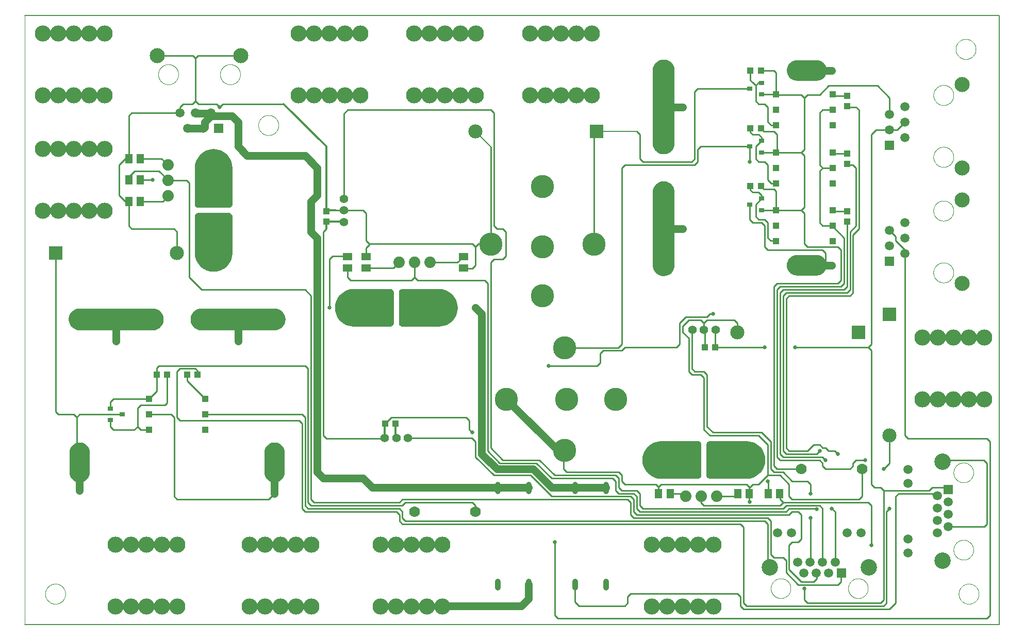
<source format=gbl>
G75*
%MOIN*%
%OFA0B0*%
%FSLAX25Y25*%
%IPPOS*%
%LPD*%
%AMOC8*
5,1,8,0,0,1.08239X$1,22.5*
%
%ADD10C,0.00000*%
%ADD11C,0.00600*%
%ADD12C,0.01000*%
%ADD13R,0.05937X0.05937*%
%ADD14C,0.05937*%
%ADD15C,0.10630*%
%ADD16R,0.05118X0.05906*%
%ADD17C,0.03740*%
%ADD18C,0.10394*%
%ADD19C,0.09744*%
%ADD20C,0.15000*%
%ADD21R,0.03543X0.03150*%
%ADD22R,0.04362X0.04362*%
%ADD23R,0.03937X0.04331*%
%ADD24R,0.09150X0.09150*%
%ADD25C,0.09150*%
%ADD26R,0.04331X0.03937*%
%ADD27C,0.00500*%
%ADD28C,0.05543*%
%ADD29R,0.05906X0.05118*%
%ADD30R,0.02500X0.05000*%
%ADD31R,0.05000X0.02500*%
%ADD32C,0.07000*%
%ADD33C,0.07400*%
%ADD34C,0.01200*%
%ADD35C,0.02578*%
%ADD36C,0.03839*%
%ADD37C,0.05000*%
D10*
X0001300Y0001300D02*
X0001300Y0395001D01*
X0087560Y0357009D02*
X0087562Y0357170D01*
X0087568Y0357330D01*
X0087578Y0357491D01*
X0087592Y0357651D01*
X0087610Y0357810D01*
X0087631Y0357970D01*
X0087657Y0358128D01*
X0087687Y0358286D01*
X0087720Y0358443D01*
X0087758Y0358600D01*
X0087799Y0358755D01*
X0087844Y0358909D01*
X0087893Y0359062D01*
X0087946Y0359214D01*
X0088002Y0359364D01*
X0088062Y0359513D01*
X0088126Y0359661D01*
X0088193Y0359807D01*
X0088264Y0359951D01*
X0088339Y0360093D01*
X0088417Y0360234D01*
X0088498Y0360372D01*
X0088583Y0360509D01*
X0088672Y0360643D01*
X0088763Y0360775D01*
X0088858Y0360905D01*
X0088956Y0361032D01*
X0089057Y0361157D01*
X0089161Y0361280D01*
X0089268Y0361399D01*
X0089378Y0361516D01*
X0089491Y0361631D01*
X0089607Y0361742D01*
X0089725Y0361851D01*
X0089846Y0361956D01*
X0089970Y0362059D01*
X0090096Y0362159D01*
X0090225Y0362255D01*
X0090356Y0362348D01*
X0090489Y0362438D01*
X0090624Y0362525D01*
X0090762Y0362608D01*
X0090901Y0362687D01*
X0091043Y0362764D01*
X0091186Y0362837D01*
X0091331Y0362906D01*
X0091478Y0362971D01*
X0091626Y0363033D01*
X0091776Y0363092D01*
X0091927Y0363146D01*
X0092079Y0363197D01*
X0092233Y0363244D01*
X0092388Y0363287D01*
X0092543Y0363326D01*
X0092700Y0363362D01*
X0092858Y0363394D01*
X0093016Y0363421D01*
X0093175Y0363445D01*
X0093334Y0363465D01*
X0093494Y0363481D01*
X0093655Y0363493D01*
X0093815Y0363501D01*
X0093976Y0363505D01*
X0094136Y0363505D01*
X0094297Y0363501D01*
X0094457Y0363493D01*
X0094618Y0363481D01*
X0094778Y0363465D01*
X0094937Y0363445D01*
X0095096Y0363421D01*
X0095254Y0363394D01*
X0095412Y0363362D01*
X0095569Y0363326D01*
X0095724Y0363287D01*
X0095879Y0363244D01*
X0096033Y0363197D01*
X0096185Y0363146D01*
X0096336Y0363092D01*
X0096486Y0363033D01*
X0096634Y0362971D01*
X0096781Y0362906D01*
X0096926Y0362837D01*
X0097069Y0362764D01*
X0097211Y0362687D01*
X0097350Y0362608D01*
X0097488Y0362525D01*
X0097623Y0362438D01*
X0097756Y0362348D01*
X0097887Y0362255D01*
X0098016Y0362159D01*
X0098142Y0362059D01*
X0098266Y0361956D01*
X0098387Y0361851D01*
X0098505Y0361742D01*
X0098621Y0361631D01*
X0098734Y0361516D01*
X0098844Y0361399D01*
X0098951Y0361280D01*
X0099055Y0361157D01*
X0099156Y0361032D01*
X0099254Y0360905D01*
X0099349Y0360775D01*
X0099440Y0360643D01*
X0099529Y0360509D01*
X0099614Y0360372D01*
X0099695Y0360234D01*
X0099773Y0360093D01*
X0099848Y0359951D01*
X0099919Y0359807D01*
X0099986Y0359661D01*
X0100050Y0359513D01*
X0100110Y0359364D01*
X0100166Y0359214D01*
X0100219Y0359062D01*
X0100268Y0358909D01*
X0100313Y0358755D01*
X0100354Y0358600D01*
X0100392Y0358443D01*
X0100425Y0358286D01*
X0100455Y0358128D01*
X0100481Y0357970D01*
X0100502Y0357810D01*
X0100520Y0357651D01*
X0100534Y0357491D01*
X0100544Y0357330D01*
X0100550Y0357170D01*
X0100552Y0357009D01*
X0100550Y0356848D01*
X0100544Y0356688D01*
X0100534Y0356527D01*
X0100520Y0356367D01*
X0100502Y0356208D01*
X0100481Y0356048D01*
X0100455Y0355890D01*
X0100425Y0355732D01*
X0100392Y0355575D01*
X0100354Y0355418D01*
X0100313Y0355263D01*
X0100268Y0355109D01*
X0100219Y0354956D01*
X0100166Y0354804D01*
X0100110Y0354654D01*
X0100050Y0354505D01*
X0099986Y0354357D01*
X0099919Y0354211D01*
X0099848Y0354067D01*
X0099773Y0353925D01*
X0099695Y0353784D01*
X0099614Y0353646D01*
X0099529Y0353509D01*
X0099440Y0353375D01*
X0099349Y0353243D01*
X0099254Y0353113D01*
X0099156Y0352986D01*
X0099055Y0352861D01*
X0098951Y0352738D01*
X0098844Y0352619D01*
X0098734Y0352502D01*
X0098621Y0352387D01*
X0098505Y0352276D01*
X0098387Y0352167D01*
X0098266Y0352062D01*
X0098142Y0351959D01*
X0098016Y0351859D01*
X0097887Y0351763D01*
X0097756Y0351670D01*
X0097623Y0351580D01*
X0097488Y0351493D01*
X0097350Y0351410D01*
X0097211Y0351331D01*
X0097069Y0351254D01*
X0096926Y0351181D01*
X0096781Y0351112D01*
X0096634Y0351047D01*
X0096486Y0350985D01*
X0096336Y0350926D01*
X0096185Y0350872D01*
X0096033Y0350821D01*
X0095879Y0350774D01*
X0095724Y0350731D01*
X0095569Y0350692D01*
X0095412Y0350656D01*
X0095254Y0350624D01*
X0095096Y0350597D01*
X0094937Y0350573D01*
X0094778Y0350553D01*
X0094618Y0350537D01*
X0094457Y0350525D01*
X0094297Y0350517D01*
X0094136Y0350513D01*
X0093976Y0350513D01*
X0093815Y0350517D01*
X0093655Y0350525D01*
X0093494Y0350537D01*
X0093334Y0350553D01*
X0093175Y0350573D01*
X0093016Y0350597D01*
X0092858Y0350624D01*
X0092700Y0350656D01*
X0092543Y0350692D01*
X0092388Y0350731D01*
X0092233Y0350774D01*
X0092079Y0350821D01*
X0091927Y0350872D01*
X0091776Y0350926D01*
X0091626Y0350985D01*
X0091478Y0351047D01*
X0091331Y0351112D01*
X0091186Y0351181D01*
X0091043Y0351254D01*
X0090901Y0351331D01*
X0090762Y0351410D01*
X0090624Y0351493D01*
X0090489Y0351580D01*
X0090356Y0351670D01*
X0090225Y0351763D01*
X0090096Y0351859D01*
X0089970Y0351959D01*
X0089846Y0352062D01*
X0089725Y0352167D01*
X0089607Y0352276D01*
X0089491Y0352387D01*
X0089378Y0352502D01*
X0089268Y0352619D01*
X0089161Y0352738D01*
X0089057Y0352861D01*
X0088956Y0352986D01*
X0088858Y0353113D01*
X0088763Y0353243D01*
X0088672Y0353375D01*
X0088583Y0353509D01*
X0088498Y0353646D01*
X0088417Y0353784D01*
X0088339Y0353925D01*
X0088264Y0354067D01*
X0088193Y0354211D01*
X0088126Y0354357D01*
X0088062Y0354505D01*
X0088002Y0354654D01*
X0087946Y0354804D01*
X0087893Y0354956D01*
X0087844Y0355109D01*
X0087799Y0355263D01*
X0087758Y0355418D01*
X0087720Y0355575D01*
X0087687Y0355732D01*
X0087657Y0355890D01*
X0087631Y0356048D01*
X0087610Y0356208D01*
X0087592Y0356367D01*
X0087578Y0356527D01*
X0087568Y0356688D01*
X0087562Y0356848D01*
X0087560Y0357009D01*
X0127560Y0357009D02*
X0127562Y0357170D01*
X0127568Y0357330D01*
X0127578Y0357491D01*
X0127592Y0357651D01*
X0127610Y0357810D01*
X0127631Y0357970D01*
X0127657Y0358128D01*
X0127687Y0358286D01*
X0127720Y0358443D01*
X0127758Y0358600D01*
X0127799Y0358755D01*
X0127844Y0358909D01*
X0127893Y0359062D01*
X0127946Y0359214D01*
X0128002Y0359364D01*
X0128062Y0359513D01*
X0128126Y0359661D01*
X0128193Y0359807D01*
X0128264Y0359951D01*
X0128339Y0360093D01*
X0128417Y0360234D01*
X0128498Y0360372D01*
X0128583Y0360509D01*
X0128672Y0360643D01*
X0128763Y0360775D01*
X0128858Y0360905D01*
X0128956Y0361032D01*
X0129057Y0361157D01*
X0129161Y0361280D01*
X0129268Y0361399D01*
X0129378Y0361516D01*
X0129491Y0361631D01*
X0129607Y0361742D01*
X0129725Y0361851D01*
X0129846Y0361956D01*
X0129970Y0362059D01*
X0130096Y0362159D01*
X0130225Y0362255D01*
X0130356Y0362348D01*
X0130489Y0362438D01*
X0130624Y0362525D01*
X0130762Y0362608D01*
X0130901Y0362687D01*
X0131043Y0362764D01*
X0131186Y0362837D01*
X0131331Y0362906D01*
X0131478Y0362971D01*
X0131626Y0363033D01*
X0131776Y0363092D01*
X0131927Y0363146D01*
X0132079Y0363197D01*
X0132233Y0363244D01*
X0132388Y0363287D01*
X0132543Y0363326D01*
X0132700Y0363362D01*
X0132858Y0363394D01*
X0133016Y0363421D01*
X0133175Y0363445D01*
X0133334Y0363465D01*
X0133494Y0363481D01*
X0133655Y0363493D01*
X0133815Y0363501D01*
X0133976Y0363505D01*
X0134136Y0363505D01*
X0134297Y0363501D01*
X0134457Y0363493D01*
X0134618Y0363481D01*
X0134778Y0363465D01*
X0134937Y0363445D01*
X0135096Y0363421D01*
X0135254Y0363394D01*
X0135412Y0363362D01*
X0135569Y0363326D01*
X0135724Y0363287D01*
X0135879Y0363244D01*
X0136033Y0363197D01*
X0136185Y0363146D01*
X0136336Y0363092D01*
X0136486Y0363033D01*
X0136634Y0362971D01*
X0136781Y0362906D01*
X0136926Y0362837D01*
X0137069Y0362764D01*
X0137211Y0362687D01*
X0137350Y0362608D01*
X0137488Y0362525D01*
X0137623Y0362438D01*
X0137756Y0362348D01*
X0137887Y0362255D01*
X0138016Y0362159D01*
X0138142Y0362059D01*
X0138266Y0361956D01*
X0138387Y0361851D01*
X0138505Y0361742D01*
X0138621Y0361631D01*
X0138734Y0361516D01*
X0138844Y0361399D01*
X0138951Y0361280D01*
X0139055Y0361157D01*
X0139156Y0361032D01*
X0139254Y0360905D01*
X0139349Y0360775D01*
X0139440Y0360643D01*
X0139529Y0360509D01*
X0139614Y0360372D01*
X0139695Y0360234D01*
X0139773Y0360093D01*
X0139848Y0359951D01*
X0139919Y0359807D01*
X0139986Y0359661D01*
X0140050Y0359513D01*
X0140110Y0359364D01*
X0140166Y0359214D01*
X0140219Y0359062D01*
X0140268Y0358909D01*
X0140313Y0358755D01*
X0140354Y0358600D01*
X0140392Y0358443D01*
X0140425Y0358286D01*
X0140455Y0358128D01*
X0140481Y0357970D01*
X0140502Y0357810D01*
X0140520Y0357651D01*
X0140534Y0357491D01*
X0140544Y0357330D01*
X0140550Y0357170D01*
X0140552Y0357009D01*
X0140550Y0356848D01*
X0140544Y0356688D01*
X0140534Y0356527D01*
X0140520Y0356367D01*
X0140502Y0356208D01*
X0140481Y0356048D01*
X0140455Y0355890D01*
X0140425Y0355732D01*
X0140392Y0355575D01*
X0140354Y0355418D01*
X0140313Y0355263D01*
X0140268Y0355109D01*
X0140219Y0354956D01*
X0140166Y0354804D01*
X0140110Y0354654D01*
X0140050Y0354505D01*
X0139986Y0354357D01*
X0139919Y0354211D01*
X0139848Y0354067D01*
X0139773Y0353925D01*
X0139695Y0353784D01*
X0139614Y0353646D01*
X0139529Y0353509D01*
X0139440Y0353375D01*
X0139349Y0353243D01*
X0139254Y0353113D01*
X0139156Y0352986D01*
X0139055Y0352861D01*
X0138951Y0352738D01*
X0138844Y0352619D01*
X0138734Y0352502D01*
X0138621Y0352387D01*
X0138505Y0352276D01*
X0138387Y0352167D01*
X0138266Y0352062D01*
X0138142Y0351959D01*
X0138016Y0351859D01*
X0137887Y0351763D01*
X0137756Y0351670D01*
X0137623Y0351580D01*
X0137488Y0351493D01*
X0137350Y0351410D01*
X0137211Y0351331D01*
X0137069Y0351254D01*
X0136926Y0351181D01*
X0136781Y0351112D01*
X0136634Y0351047D01*
X0136486Y0350985D01*
X0136336Y0350926D01*
X0136185Y0350872D01*
X0136033Y0350821D01*
X0135879Y0350774D01*
X0135724Y0350731D01*
X0135569Y0350692D01*
X0135412Y0350656D01*
X0135254Y0350624D01*
X0135096Y0350597D01*
X0134937Y0350573D01*
X0134778Y0350553D01*
X0134618Y0350537D01*
X0134457Y0350525D01*
X0134297Y0350517D01*
X0134136Y0350513D01*
X0133976Y0350513D01*
X0133815Y0350517D01*
X0133655Y0350525D01*
X0133494Y0350537D01*
X0133334Y0350553D01*
X0133175Y0350573D01*
X0133016Y0350597D01*
X0132858Y0350624D01*
X0132700Y0350656D01*
X0132543Y0350692D01*
X0132388Y0350731D01*
X0132233Y0350774D01*
X0132079Y0350821D01*
X0131927Y0350872D01*
X0131776Y0350926D01*
X0131626Y0350985D01*
X0131478Y0351047D01*
X0131331Y0351112D01*
X0131186Y0351181D01*
X0131043Y0351254D01*
X0130901Y0351331D01*
X0130762Y0351410D01*
X0130624Y0351493D01*
X0130489Y0351580D01*
X0130356Y0351670D01*
X0130225Y0351763D01*
X0130096Y0351859D01*
X0129970Y0351959D01*
X0129846Y0352062D01*
X0129725Y0352167D01*
X0129607Y0352276D01*
X0129491Y0352387D01*
X0129378Y0352502D01*
X0129268Y0352619D01*
X0129161Y0352738D01*
X0129057Y0352861D01*
X0128956Y0352986D01*
X0128858Y0353113D01*
X0128763Y0353243D01*
X0128672Y0353375D01*
X0128583Y0353509D01*
X0128498Y0353646D01*
X0128417Y0353784D01*
X0128339Y0353925D01*
X0128264Y0354067D01*
X0128193Y0354211D01*
X0128126Y0354357D01*
X0128062Y0354505D01*
X0128002Y0354654D01*
X0127946Y0354804D01*
X0127893Y0354956D01*
X0127844Y0355109D01*
X0127799Y0355263D01*
X0127758Y0355418D01*
X0127720Y0355575D01*
X0127687Y0355732D01*
X0127657Y0355890D01*
X0127631Y0356048D01*
X0127610Y0356208D01*
X0127592Y0356367D01*
X0127578Y0356527D01*
X0127568Y0356688D01*
X0127562Y0356848D01*
X0127560Y0357009D01*
X0152280Y0324135D02*
X0152282Y0324296D01*
X0152288Y0324456D01*
X0152298Y0324617D01*
X0152312Y0324777D01*
X0152330Y0324937D01*
X0152351Y0325096D01*
X0152377Y0325255D01*
X0152407Y0325413D01*
X0152440Y0325570D01*
X0152478Y0325727D01*
X0152519Y0325882D01*
X0152564Y0326036D01*
X0152613Y0326189D01*
X0152666Y0326341D01*
X0152722Y0326492D01*
X0152783Y0326641D01*
X0152846Y0326789D01*
X0152914Y0326935D01*
X0152985Y0327079D01*
X0153059Y0327221D01*
X0153137Y0327362D01*
X0153219Y0327500D01*
X0153304Y0327637D01*
X0153392Y0327771D01*
X0153484Y0327903D01*
X0153579Y0328033D01*
X0153677Y0328161D01*
X0153778Y0328286D01*
X0153882Y0328408D01*
X0153989Y0328528D01*
X0154099Y0328645D01*
X0154212Y0328760D01*
X0154328Y0328871D01*
X0154447Y0328980D01*
X0154568Y0329085D01*
X0154692Y0329188D01*
X0154818Y0329288D01*
X0154946Y0329384D01*
X0155077Y0329477D01*
X0155211Y0329567D01*
X0155346Y0329654D01*
X0155484Y0329737D01*
X0155623Y0329817D01*
X0155765Y0329893D01*
X0155908Y0329966D01*
X0156053Y0330035D01*
X0156200Y0330101D01*
X0156348Y0330163D01*
X0156498Y0330221D01*
X0156649Y0330276D01*
X0156802Y0330327D01*
X0156956Y0330374D01*
X0157111Y0330417D01*
X0157267Y0330456D01*
X0157423Y0330492D01*
X0157581Y0330523D01*
X0157739Y0330551D01*
X0157898Y0330575D01*
X0158058Y0330595D01*
X0158218Y0330611D01*
X0158378Y0330623D01*
X0158539Y0330631D01*
X0158700Y0330635D01*
X0158860Y0330635D01*
X0159021Y0330631D01*
X0159182Y0330623D01*
X0159342Y0330611D01*
X0159502Y0330595D01*
X0159662Y0330575D01*
X0159821Y0330551D01*
X0159979Y0330523D01*
X0160137Y0330492D01*
X0160293Y0330456D01*
X0160449Y0330417D01*
X0160604Y0330374D01*
X0160758Y0330327D01*
X0160911Y0330276D01*
X0161062Y0330221D01*
X0161212Y0330163D01*
X0161360Y0330101D01*
X0161507Y0330035D01*
X0161652Y0329966D01*
X0161795Y0329893D01*
X0161937Y0329817D01*
X0162076Y0329737D01*
X0162214Y0329654D01*
X0162349Y0329567D01*
X0162483Y0329477D01*
X0162614Y0329384D01*
X0162742Y0329288D01*
X0162868Y0329188D01*
X0162992Y0329085D01*
X0163113Y0328980D01*
X0163232Y0328871D01*
X0163348Y0328760D01*
X0163461Y0328645D01*
X0163571Y0328528D01*
X0163678Y0328408D01*
X0163782Y0328286D01*
X0163883Y0328161D01*
X0163981Y0328033D01*
X0164076Y0327903D01*
X0164168Y0327771D01*
X0164256Y0327637D01*
X0164341Y0327500D01*
X0164423Y0327362D01*
X0164501Y0327221D01*
X0164575Y0327079D01*
X0164646Y0326935D01*
X0164714Y0326789D01*
X0164777Y0326641D01*
X0164838Y0326492D01*
X0164894Y0326341D01*
X0164947Y0326189D01*
X0164996Y0326036D01*
X0165041Y0325882D01*
X0165082Y0325727D01*
X0165120Y0325570D01*
X0165153Y0325413D01*
X0165183Y0325255D01*
X0165209Y0325096D01*
X0165230Y0324937D01*
X0165248Y0324777D01*
X0165262Y0324617D01*
X0165272Y0324456D01*
X0165278Y0324296D01*
X0165280Y0324135D01*
X0165278Y0323974D01*
X0165272Y0323814D01*
X0165262Y0323653D01*
X0165248Y0323493D01*
X0165230Y0323333D01*
X0165209Y0323174D01*
X0165183Y0323015D01*
X0165153Y0322857D01*
X0165120Y0322700D01*
X0165082Y0322543D01*
X0165041Y0322388D01*
X0164996Y0322234D01*
X0164947Y0322081D01*
X0164894Y0321929D01*
X0164838Y0321778D01*
X0164777Y0321629D01*
X0164714Y0321481D01*
X0164646Y0321335D01*
X0164575Y0321191D01*
X0164501Y0321049D01*
X0164423Y0320908D01*
X0164341Y0320770D01*
X0164256Y0320633D01*
X0164168Y0320499D01*
X0164076Y0320367D01*
X0163981Y0320237D01*
X0163883Y0320109D01*
X0163782Y0319984D01*
X0163678Y0319862D01*
X0163571Y0319742D01*
X0163461Y0319625D01*
X0163348Y0319510D01*
X0163232Y0319399D01*
X0163113Y0319290D01*
X0162992Y0319185D01*
X0162868Y0319082D01*
X0162742Y0318982D01*
X0162614Y0318886D01*
X0162483Y0318793D01*
X0162349Y0318703D01*
X0162214Y0318616D01*
X0162076Y0318533D01*
X0161937Y0318453D01*
X0161795Y0318377D01*
X0161652Y0318304D01*
X0161507Y0318235D01*
X0161360Y0318169D01*
X0161212Y0318107D01*
X0161062Y0318049D01*
X0160911Y0317994D01*
X0160758Y0317943D01*
X0160604Y0317896D01*
X0160449Y0317853D01*
X0160293Y0317814D01*
X0160137Y0317778D01*
X0159979Y0317747D01*
X0159821Y0317719D01*
X0159662Y0317695D01*
X0159502Y0317675D01*
X0159342Y0317659D01*
X0159182Y0317647D01*
X0159021Y0317639D01*
X0158860Y0317635D01*
X0158700Y0317635D01*
X0158539Y0317639D01*
X0158378Y0317647D01*
X0158218Y0317659D01*
X0158058Y0317675D01*
X0157898Y0317695D01*
X0157739Y0317719D01*
X0157581Y0317747D01*
X0157423Y0317778D01*
X0157267Y0317814D01*
X0157111Y0317853D01*
X0156956Y0317896D01*
X0156802Y0317943D01*
X0156649Y0317994D01*
X0156498Y0318049D01*
X0156348Y0318107D01*
X0156200Y0318169D01*
X0156053Y0318235D01*
X0155908Y0318304D01*
X0155765Y0318377D01*
X0155623Y0318453D01*
X0155484Y0318533D01*
X0155346Y0318616D01*
X0155211Y0318703D01*
X0155077Y0318793D01*
X0154946Y0318886D01*
X0154818Y0318982D01*
X0154692Y0319082D01*
X0154568Y0319185D01*
X0154447Y0319290D01*
X0154328Y0319399D01*
X0154212Y0319510D01*
X0154099Y0319625D01*
X0153989Y0319742D01*
X0153882Y0319862D01*
X0153778Y0319984D01*
X0153677Y0320109D01*
X0153579Y0320237D01*
X0153484Y0320367D01*
X0153392Y0320499D01*
X0153304Y0320633D01*
X0153219Y0320770D01*
X0153137Y0320908D01*
X0153059Y0321049D01*
X0152985Y0321191D01*
X0152914Y0321335D01*
X0152846Y0321481D01*
X0152783Y0321629D01*
X0152722Y0321778D01*
X0152666Y0321929D01*
X0152613Y0322081D01*
X0152564Y0322234D01*
X0152519Y0322388D01*
X0152478Y0322543D01*
X0152440Y0322700D01*
X0152407Y0322857D01*
X0152377Y0323015D01*
X0152351Y0323174D01*
X0152330Y0323333D01*
X0152312Y0323493D01*
X0152298Y0323653D01*
X0152288Y0323814D01*
X0152282Y0323974D01*
X0152280Y0324135D01*
X0588702Y0343583D02*
X0588704Y0343744D01*
X0588710Y0343904D01*
X0588720Y0344065D01*
X0588734Y0344225D01*
X0588752Y0344384D01*
X0588773Y0344544D01*
X0588799Y0344702D01*
X0588829Y0344860D01*
X0588862Y0345017D01*
X0588900Y0345174D01*
X0588941Y0345329D01*
X0588986Y0345483D01*
X0589035Y0345636D01*
X0589088Y0345788D01*
X0589144Y0345938D01*
X0589204Y0346087D01*
X0589268Y0346235D01*
X0589335Y0346381D01*
X0589406Y0346525D01*
X0589481Y0346667D01*
X0589559Y0346808D01*
X0589640Y0346946D01*
X0589725Y0347083D01*
X0589814Y0347217D01*
X0589905Y0347349D01*
X0590000Y0347479D01*
X0590098Y0347606D01*
X0590199Y0347731D01*
X0590303Y0347854D01*
X0590410Y0347973D01*
X0590520Y0348090D01*
X0590633Y0348205D01*
X0590749Y0348316D01*
X0590867Y0348425D01*
X0590988Y0348530D01*
X0591112Y0348633D01*
X0591238Y0348733D01*
X0591367Y0348829D01*
X0591498Y0348922D01*
X0591631Y0349012D01*
X0591766Y0349099D01*
X0591904Y0349182D01*
X0592043Y0349261D01*
X0592185Y0349338D01*
X0592328Y0349411D01*
X0592473Y0349480D01*
X0592620Y0349545D01*
X0592768Y0349607D01*
X0592918Y0349666D01*
X0593069Y0349720D01*
X0593221Y0349771D01*
X0593375Y0349818D01*
X0593530Y0349861D01*
X0593685Y0349900D01*
X0593842Y0349936D01*
X0594000Y0349968D01*
X0594158Y0349995D01*
X0594317Y0350019D01*
X0594476Y0350039D01*
X0594636Y0350055D01*
X0594797Y0350067D01*
X0594957Y0350075D01*
X0595118Y0350079D01*
X0595278Y0350079D01*
X0595439Y0350075D01*
X0595599Y0350067D01*
X0595760Y0350055D01*
X0595920Y0350039D01*
X0596079Y0350019D01*
X0596238Y0349995D01*
X0596396Y0349968D01*
X0596554Y0349936D01*
X0596711Y0349900D01*
X0596866Y0349861D01*
X0597021Y0349818D01*
X0597175Y0349771D01*
X0597327Y0349720D01*
X0597478Y0349666D01*
X0597628Y0349607D01*
X0597776Y0349545D01*
X0597923Y0349480D01*
X0598068Y0349411D01*
X0598211Y0349338D01*
X0598353Y0349261D01*
X0598492Y0349182D01*
X0598630Y0349099D01*
X0598765Y0349012D01*
X0598898Y0348922D01*
X0599029Y0348829D01*
X0599158Y0348733D01*
X0599284Y0348633D01*
X0599408Y0348530D01*
X0599529Y0348425D01*
X0599647Y0348316D01*
X0599763Y0348205D01*
X0599876Y0348090D01*
X0599986Y0347973D01*
X0600093Y0347854D01*
X0600197Y0347731D01*
X0600298Y0347606D01*
X0600396Y0347479D01*
X0600491Y0347349D01*
X0600582Y0347217D01*
X0600671Y0347083D01*
X0600756Y0346946D01*
X0600837Y0346808D01*
X0600915Y0346667D01*
X0600990Y0346525D01*
X0601061Y0346381D01*
X0601128Y0346235D01*
X0601192Y0346087D01*
X0601252Y0345938D01*
X0601308Y0345788D01*
X0601361Y0345636D01*
X0601410Y0345483D01*
X0601455Y0345329D01*
X0601496Y0345174D01*
X0601534Y0345017D01*
X0601567Y0344860D01*
X0601597Y0344702D01*
X0601623Y0344544D01*
X0601644Y0344384D01*
X0601662Y0344225D01*
X0601676Y0344065D01*
X0601686Y0343904D01*
X0601692Y0343744D01*
X0601694Y0343583D01*
X0601692Y0343422D01*
X0601686Y0343262D01*
X0601676Y0343101D01*
X0601662Y0342941D01*
X0601644Y0342782D01*
X0601623Y0342622D01*
X0601597Y0342464D01*
X0601567Y0342306D01*
X0601534Y0342149D01*
X0601496Y0341992D01*
X0601455Y0341837D01*
X0601410Y0341683D01*
X0601361Y0341530D01*
X0601308Y0341378D01*
X0601252Y0341228D01*
X0601192Y0341079D01*
X0601128Y0340931D01*
X0601061Y0340785D01*
X0600990Y0340641D01*
X0600915Y0340499D01*
X0600837Y0340358D01*
X0600756Y0340220D01*
X0600671Y0340083D01*
X0600582Y0339949D01*
X0600491Y0339817D01*
X0600396Y0339687D01*
X0600298Y0339560D01*
X0600197Y0339435D01*
X0600093Y0339312D01*
X0599986Y0339193D01*
X0599876Y0339076D01*
X0599763Y0338961D01*
X0599647Y0338850D01*
X0599529Y0338741D01*
X0599408Y0338636D01*
X0599284Y0338533D01*
X0599158Y0338433D01*
X0599029Y0338337D01*
X0598898Y0338244D01*
X0598765Y0338154D01*
X0598630Y0338067D01*
X0598492Y0337984D01*
X0598353Y0337905D01*
X0598211Y0337828D01*
X0598068Y0337755D01*
X0597923Y0337686D01*
X0597776Y0337621D01*
X0597628Y0337559D01*
X0597478Y0337500D01*
X0597327Y0337446D01*
X0597175Y0337395D01*
X0597021Y0337348D01*
X0596866Y0337305D01*
X0596711Y0337266D01*
X0596554Y0337230D01*
X0596396Y0337198D01*
X0596238Y0337171D01*
X0596079Y0337147D01*
X0595920Y0337127D01*
X0595760Y0337111D01*
X0595599Y0337099D01*
X0595439Y0337091D01*
X0595278Y0337087D01*
X0595118Y0337087D01*
X0594957Y0337091D01*
X0594797Y0337099D01*
X0594636Y0337111D01*
X0594476Y0337127D01*
X0594317Y0337147D01*
X0594158Y0337171D01*
X0594000Y0337198D01*
X0593842Y0337230D01*
X0593685Y0337266D01*
X0593530Y0337305D01*
X0593375Y0337348D01*
X0593221Y0337395D01*
X0593069Y0337446D01*
X0592918Y0337500D01*
X0592768Y0337559D01*
X0592620Y0337621D01*
X0592473Y0337686D01*
X0592328Y0337755D01*
X0592185Y0337828D01*
X0592043Y0337905D01*
X0591904Y0337984D01*
X0591766Y0338067D01*
X0591631Y0338154D01*
X0591498Y0338244D01*
X0591367Y0338337D01*
X0591238Y0338433D01*
X0591112Y0338533D01*
X0590988Y0338636D01*
X0590867Y0338741D01*
X0590749Y0338850D01*
X0590633Y0338961D01*
X0590520Y0339076D01*
X0590410Y0339193D01*
X0590303Y0339312D01*
X0590199Y0339435D01*
X0590098Y0339560D01*
X0590000Y0339687D01*
X0589905Y0339817D01*
X0589814Y0339949D01*
X0589725Y0340083D01*
X0589640Y0340220D01*
X0589559Y0340358D01*
X0589481Y0340499D01*
X0589406Y0340641D01*
X0589335Y0340785D01*
X0589268Y0340931D01*
X0589204Y0341079D01*
X0589144Y0341228D01*
X0589088Y0341378D01*
X0589035Y0341530D01*
X0588986Y0341683D01*
X0588941Y0341837D01*
X0588900Y0341992D01*
X0588862Y0342149D01*
X0588829Y0342306D01*
X0588799Y0342464D01*
X0588773Y0342622D01*
X0588752Y0342782D01*
X0588734Y0342941D01*
X0588720Y0343101D01*
X0588710Y0343262D01*
X0588704Y0343422D01*
X0588702Y0343583D01*
X0603068Y0373347D02*
X0603070Y0373508D01*
X0603076Y0373668D01*
X0603086Y0373829D01*
X0603100Y0373989D01*
X0603118Y0374149D01*
X0603139Y0374308D01*
X0603165Y0374467D01*
X0603195Y0374625D01*
X0603228Y0374782D01*
X0603266Y0374939D01*
X0603307Y0375094D01*
X0603352Y0375248D01*
X0603401Y0375401D01*
X0603454Y0375553D01*
X0603510Y0375704D01*
X0603571Y0375853D01*
X0603634Y0376001D01*
X0603702Y0376147D01*
X0603773Y0376291D01*
X0603847Y0376433D01*
X0603925Y0376574D01*
X0604007Y0376712D01*
X0604092Y0376849D01*
X0604180Y0376983D01*
X0604272Y0377115D01*
X0604367Y0377245D01*
X0604465Y0377373D01*
X0604566Y0377498D01*
X0604670Y0377620D01*
X0604777Y0377740D01*
X0604887Y0377857D01*
X0605000Y0377972D01*
X0605116Y0378083D01*
X0605235Y0378192D01*
X0605356Y0378297D01*
X0605480Y0378400D01*
X0605606Y0378500D01*
X0605734Y0378596D01*
X0605865Y0378689D01*
X0605999Y0378779D01*
X0606134Y0378866D01*
X0606272Y0378949D01*
X0606411Y0379029D01*
X0606553Y0379105D01*
X0606696Y0379178D01*
X0606841Y0379247D01*
X0606988Y0379313D01*
X0607136Y0379375D01*
X0607286Y0379433D01*
X0607437Y0379488D01*
X0607590Y0379539D01*
X0607744Y0379586D01*
X0607899Y0379629D01*
X0608055Y0379668D01*
X0608211Y0379704D01*
X0608369Y0379735D01*
X0608527Y0379763D01*
X0608686Y0379787D01*
X0608846Y0379807D01*
X0609006Y0379823D01*
X0609166Y0379835D01*
X0609327Y0379843D01*
X0609488Y0379847D01*
X0609648Y0379847D01*
X0609809Y0379843D01*
X0609970Y0379835D01*
X0610130Y0379823D01*
X0610290Y0379807D01*
X0610450Y0379787D01*
X0610609Y0379763D01*
X0610767Y0379735D01*
X0610925Y0379704D01*
X0611081Y0379668D01*
X0611237Y0379629D01*
X0611392Y0379586D01*
X0611546Y0379539D01*
X0611699Y0379488D01*
X0611850Y0379433D01*
X0612000Y0379375D01*
X0612148Y0379313D01*
X0612295Y0379247D01*
X0612440Y0379178D01*
X0612583Y0379105D01*
X0612725Y0379029D01*
X0612864Y0378949D01*
X0613002Y0378866D01*
X0613137Y0378779D01*
X0613271Y0378689D01*
X0613402Y0378596D01*
X0613530Y0378500D01*
X0613656Y0378400D01*
X0613780Y0378297D01*
X0613901Y0378192D01*
X0614020Y0378083D01*
X0614136Y0377972D01*
X0614249Y0377857D01*
X0614359Y0377740D01*
X0614466Y0377620D01*
X0614570Y0377498D01*
X0614671Y0377373D01*
X0614769Y0377245D01*
X0614864Y0377115D01*
X0614956Y0376983D01*
X0615044Y0376849D01*
X0615129Y0376712D01*
X0615211Y0376574D01*
X0615289Y0376433D01*
X0615363Y0376291D01*
X0615434Y0376147D01*
X0615502Y0376001D01*
X0615565Y0375853D01*
X0615626Y0375704D01*
X0615682Y0375553D01*
X0615735Y0375401D01*
X0615784Y0375248D01*
X0615829Y0375094D01*
X0615870Y0374939D01*
X0615908Y0374782D01*
X0615941Y0374625D01*
X0615971Y0374467D01*
X0615997Y0374308D01*
X0616018Y0374149D01*
X0616036Y0373989D01*
X0616050Y0373829D01*
X0616060Y0373668D01*
X0616066Y0373508D01*
X0616068Y0373347D01*
X0616066Y0373186D01*
X0616060Y0373026D01*
X0616050Y0372865D01*
X0616036Y0372705D01*
X0616018Y0372545D01*
X0615997Y0372386D01*
X0615971Y0372227D01*
X0615941Y0372069D01*
X0615908Y0371912D01*
X0615870Y0371755D01*
X0615829Y0371600D01*
X0615784Y0371446D01*
X0615735Y0371293D01*
X0615682Y0371141D01*
X0615626Y0370990D01*
X0615565Y0370841D01*
X0615502Y0370693D01*
X0615434Y0370547D01*
X0615363Y0370403D01*
X0615289Y0370261D01*
X0615211Y0370120D01*
X0615129Y0369982D01*
X0615044Y0369845D01*
X0614956Y0369711D01*
X0614864Y0369579D01*
X0614769Y0369449D01*
X0614671Y0369321D01*
X0614570Y0369196D01*
X0614466Y0369074D01*
X0614359Y0368954D01*
X0614249Y0368837D01*
X0614136Y0368722D01*
X0614020Y0368611D01*
X0613901Y0368502D01*
X0613780Y0368397D01*
X0613656Y0368294D01*
X0613530Y0368194D01*
X0613402Y0368098D01*
X0613271Y0368005D01*
X0613137Y0367915D01*
X0613002Y0367828D01*
X0612864Y0367745D01*
X0612725Y0367665D01*
X0612583Y0367589D01*
X0612440Y0367516D01*
X0612295Y0367447D01*
X0612148Y0367381D01*
X0612000Y0367319D01*
X0611850Y0367261D01*
X0611699Y0367206D01*
X0611546Y0367155D01*
X0611392Y0367108D01*
X0611237Y0367065D01*
X0611081Y0367026D01*
X0610925Y0366990D01*
X0610767Y0366959D01*
X0610609Y0366931D01*
X0610450Y0366907D01*
X0610290Y0366887D01*
X0610130Y0366871D01*
X0609970Y0366859D01*
X0609809Y0366851D01*
X0609648Y0366847D01*
X0609488Y0366847D01*
X0609327Y0366851D01*
X0609166Y0366859D01*
X0609006Y0366871D01*
X0608846Y0366887D01*
X0608686Y0366907D01*
X0608527Y0366931D01*
X0608369Y0366959D01*
X0608211Y0366990D01*
X0608055Y0367026D01*
X0607899Y0367065D01*
X0607744Y0367108D01*
X0607590Y0367155D01*
X0607437Y0367206D01*
X0607286Y0367261D01*
X0607136Y0367319D01*
X0606988Y0367381D01*
X0606841Y0367447D01*
X0606696Y0367516D01*
X0606553Y0367589D01*
X0606411Y0367665D01*
X0606272Y0367745D01*
X0606134Y0367828D01*
X0605999Y0367915D01*
X0605865Y0368005D01*
X0605734Y0368098D01*
X0605606Y0368194D01*
X0605480Y0368294D01*
X0605356Y0368397D01*
X0605235Y0368502D01*
X0605116Y0368611D01*
X0605000Y0368722D01*
X0604887Y0368837D01*
X0604777Y0368954D01*
X0604670Y0369074D01*
X0604566Y0369196D01*
X0604465Y0369321D01*
X0604367Y0369449D01*
X0604272Y0369579D01*
X0604180Y0369711D01*
X0604092Y0369845D01*
X0604007Y0369982D01*
X0603925Y0370120D01*
X0603847Y0370261D01*
X0603773Y0370403D01*
X0603702Y0370547D01*
X0603634Y0370693D01*
X0603571Y0370841D01*
X0603510Y0370990D01*
X0603454Y0371141D01*
X0603401Y0371293D01*
X0603352Y0371446D01*
X0603307Y0371600D01*
X0603266Y0371755D01*
X0603228Y0371912D01*
X0603195Y0372069D01*
X0603165Y0372227D01*
X0603139Y0372386D01*
X0603118Y0372545D01*
X0603100Y0372705D01*
X0603086Y0372865D01*
X0603076Y0373026D01*
X0603070Y0373186D01*
X0603068Y0373347D01*
X0588702Y0303583D02*
X0588704Y0303744D01*
X0588710Y0303904D01*
X0588720Y0304065D01*
X0588734Y0304225D01*
X0588752Y0304384D01*
X0588773Y0304544D01*
X0588799Y0304702D01*
X0588829Y0304860D01*
X0588862Y0305017D01*
X0588900Y0305174D01*
X0588941Y0305329D01*
X0588986Y0305483D01*
X0589035Y0305636D01*
X0589088Y0305788D01*
X0589144Y0305938D01*
X0589204Y0306087D01*
X0589268Y0306235D01*
X0589335Y0306381D01*
X0589406Y0306525D01*
X0589481Y0306667D01*
X0589559Y0306808D01*
X0589640Y0306946D01*
X0589725Y0307083D01*
X0589814Y0307217D01*
X0589905Y0307349D01*
X0590000Y0307479D01*
X0590098Y0307606D01*
X0590199Y0307731D01*
X0590303Y0307854D01*
X0590410Y0307973D01*
X0590520Y0308090D01*
X0590633Y0308205D01*
X0590749Y0308316D01*
X0590867Y0308425D01*
X0590988Y0308530D01*
X0591112Y0308633D01*
X0591238Y0308733D01*
X0591367Y0308829D01*
X0591498Y0308922D01*
X0591631Y0309012D01*
X0591766Y0309099D01*
X0591904Y0309182D01*
X0592043Y0309261D01*
X0592185Y0309338D01*
X0592328Y0309411D01*
X0592473Y0309480D01*
X0592620Y0309545D01*
X0592768Y0309607D01*
X0592918Y0309666D01*
X0593069Y0309720D01*
X0593221Y0309771D01*
X0593375Y0309818D01*
X0593530Y0309861D01*
X0593685Y0309900D01*
X0593842Y0309936D01*
X0594000Y0309968D01*
X0594158Y0309995D01*
X0594317Y0310019D01*
X0594476Y0310039D01*
X0594636Y0310055D01*
X0594797Y0310067D01*
X0594957Y0310075D01*
X0595118Y0310079D01*
X0595278Y0310079D01*
X0595439Y0310075D01*
X0595599Y0310067D01*
X0595760Y0310055D01*
X0595920Y0310039D01*
X0596079Y0310019D01*
X0596238Y0309995D01*
X0596396Y0309968D01*
X0596554Y0309936D01*
X0596711Y0309900D01*
X0596866Y0309861D01*
X0597021Y0309818D01*
X0597175Y0309771D01*
X0597327Y0309720D01*
X0597478Y0309666D01*
X0597628Y0309607D01*
X0597776Y0309545D01*
X0597923Y0309480D01*
X0598068Y0309411D01*
X0598211Y0309338D01*
X0598353Y0309261D01*
X0598492Y0309182D01*
X0598630Y0309099D01*
X0598765Y0309012D01*
X0598898Y0308922D01*
X0599029Y0308829D01*
X0599158Y0308733D01*
X0599284Y0308633D01*
X0599408Y0308530D01*
X0599529Y0308425D01*
X0599647Y0308316D01*
X0599763Y0308205D01*
X0599876Y0308090D01*
X0599986Y0307973D01*
X0600093Y0307854D01*
X0600197Y0307731D01*
X0600298Y0307606D01*
X0600396Y0307479D01*
X0600491Y0307349D01*
X0600582Y0307217D01*
X0600671Y0307083D01*
X0600756Y0306946D01*
X0600837Y0306808D01*
X0600915Y0306667D01*
X0600990Y0306525D01*
X0601061Y0306381D01*
X0601128Y0306235D01*
X0601192Y0306087D01*
X0601252Y0305938D01*
X0601308Y0305788D01*
X0601361Y0305636D01*
X0601410Y0305483D01*
X0601455Y0305329D01*
X0601496Y0305174D01*
X0601534Y0305017D01*
X0601567Y0304860D01*
X0601597Y0304702D01*
X0601623Y0304544D01*
X0601644Y0304384D01*
X0601662Y0304225D01*
X0601676Y0304065D01*
X0601686Y0303904D01*
X0601692Y0303744D01*
X0601694Y0303583D01*
X0601692Y0303422D01*
X0601686Y0303262D01*
X0601676Y0303101D01*
X0601662Y0302941D01*
X0601644Y0302782D01*
X0601623Y0302622D01*
X0601597Y0302464D01*
X0601567Y0302306D01*
X0601534Y0302149D01*
X0601496Y0301992D01*
X0601455Y0301837D01*
X0601410Y0301683D01*
X0601361Y0301530D01*
X0601308Y0301378D01*
X0601252Y0301228D01*
X0601192Y0301079D01*
X0601128Y0300931D01*
X0601061Y0300785D01*
X0600990Y0300641D01*
X0600915Y0300499D01*
X0600837Y0300358D01*
X0600756Y0300220D01*
X0600671Y0300083D01*
X0600582Y0299949D01*
X0600491Y0299817D01*
X0600396Y0299687D01*
X0600298Y0299560D01*
X0600197Y0299435D01*
X0600093Y0299312D01*
X0599986Y0299193D01*
X0599876Y0299076D01*
X0599763Y0298961D01*
X0599647Y0298850D01*
X0599529Y0298741D01*
X0599408Y0298636D01*
X0599284Y0298533D01*
X0599158Y0298433D01*
X0599029Y0298337D01*
X0598898Y0298244D01*
X0598765Y0298154D01*
X0598630Y0298067D01*
X0598492Y0297984D01*
X0598353Y0297905D01*
X0598211Y0297828D01*
X0598068Y0297755D01*
X0597923Y0297686D01*
X0597776Y0297621D01*
X0597628Y0297559D01*
X0597478Y0297500D01*
X0597327Y0297446D01*
X0597175Y0297395D01*
X0597021Y0297348D01*
X0596866Y0297305D01*
X0596711Y0297266D01*
X0596554Y0297230D01*
X0596396Y0297198D01*
X0596238Y0297171D01*
X0596079Y0297147D01*
X0595920Y0297127D01*
X0595760Y0297111D01*
X0595599Y0297099D01*
X0595439Y0297091D01*
X0595278Y0297087D01*
X0595118Y0297087D01*
X0594957Y0297091D01*
X0594797Y0297099D01*
X0594636Y0297111D01*
X0594476Y0297127D01*
X0594317Y0297147D01*
X0594158Y0297171D01*
X0594000Y0297198D01*
X0593842Y0297230D01*
X0593685Y0297266D01*
X0593530Y0297305D01*
X0593375Y0297348D01*
X0593221Y0297395D01*
X0593069Y0297446D01*
X0592918Y0297500D01*
X0592768Y0297559D01*
X0592620Y0297621D01*
X0592473Y0297686D01*
X0592328Y0297755D01*
X0592185Y0297828D01*
X0592043Y0297905D01*
X0591904Y0297984D01*
X0591766Y0298067D01*
X0591631Y0298154D01*
X0591498Y0298244D01*
X0591367Y0298337D01*
X0591238Y0298433D01*
X0591112Y0298533D01*
X0590988Y0298636D01*
X0590867Y0298741D01*
X0590749Y0298850D01*
X0590633Y0298961D01*
X0590520Y0299076D01*
X0590410Y0299193D01*
X0590303Y0299312D01*
X0590199Y0299435D01*
X0590098Y0299560D01*
X0590000Y0299687D01*
X0589905Y0299817D01*
X0589814Y0299949D01*
X0589725Y0300083D01*
X0589640Y0300220D01*
X0589559Y0300358D01*
X0589481Y0300499D01*
X0589406Y0300641D01*
X0589335Y0300785D01*
X0589268Y0300931D01*
X0589204Y0301079D01*
X0589144Y0301228D01*
X0589088Y0301378D01*
X0589035Y0301530D01*
X0588986Y0301683D01*
X0588941Y0301837D01*
X0588900Y0301992D01*
X0588862Y0302149D01*
X0588829Y0302306D01*
X0588799Y0302464D01*
X0588773Y0302622D01*
X0588752Y0302782D01*
X0588734Y0302941D01*
X0588720Y0303101D01*
X0588710Y0303262D01*
X0588704Y0303422D01*
X0588702Y0303583D01*
X0588702Y0268780D02*
X0588704Y0268941D01*
X0588710Y0269101D01*
X0588720Y0269262D01*
X0588734Y0269422D01*
X0588752Y0269581D01*
X0588773Y0269741D01*
X0588799Y0269899D01*
X0588829Y0270057D01*
X0588862Y0270214D01*
X0588900Y0270371D01*
X0588941Y0270526D01*
X0588986Y0270680D01*
X0589035Y0270833D01*
X0589088Y0270985D01*
X0589144Y0271135D01*
X0589204Y0271284D01*
X0589268Y0271432D01*
X0589335Y0271578D01*
X0589406Y0271722D01*
X0589481Y0271864D01*
X0589559Y0272005D01*
X0589640Y0272143D01*
X0589725Y0272280D01*
X0589814Y0272414D01*
X0589905Y0272546D01*
X0590000Y0272676D01*
X0590098Y0272803D01*
X0590199Y0272928D01*
X0590303Y0273051D01*
X0590410Y0273170D01*
X0590520Y0273287D01*
X0590633Y0273402D01*
X0590749Y0273513D01*
X0590867Y0273622D01*
X0590988Y0273727D01*
X0591112Y0273830D01*
X0591238Y0273930D01*
X0591367Y0274026D01*
X0591498Y0274119D01*
X0591631Y0274209D01*
X0591766Y0274296D01*
X0591904Y0274379D01*
X0592043Y0274458D01*
X0592185Y0274535D01*
X0592328Y0274608D01*
X0592473Y0274677D01*
X0592620Y0274742D01*
X0592768Y0274804D01*
X0592918Y0274863D01*
X0593069Y0274917D01*
X0593221Y0274968D01*
X0593375Y0275015D01*
X0593530Y0275058D01*
X0593685Y0275097D01*
X0593842Y0275133D01*
X0594000Y0275165D01*
X0594158Y0275192D01*
X0594317Y0275216D01*
X0594476Y0275236D01*
X0594636Y0275252D01*
X0594797Y0275264D01*
X0594957Y0275272D01*
X0595118Y0275276D01*
X0595278Y0275276D01*
X0595439Y0275272D01*
X0595599Y0275264D01*
X0595760Y0275252D01*
X0595920Y0275236D01*
X0596079Y0275216D01*
X0596238Y0275192D01*
X0596396Y0275165D01*
X0596554Y0275133D01*
X0596711Y0275097D01*
X0596866Y0275058D01*
X0597021Y0275015D01*
X0597175Y0274968D01*
X0597327Y0274917D01*
X0597478Y0274863D01*
X0597628Y0274804D01*
X0597776Y0274742D01*
X0597923Y0274677D01*
X0598068Y0274608D01*
X0598211Y0274535D01*
X0598353Y0274458D01*
X0598492Y0274379D01*
X0598630Y0274296D01*
X0598765Y0274209D01*
X0598898Y0274119D01*
X0599029Y0274026D01*
X0599158Y0273930D01*
X0599284Y0273830D01*
X0599408Y0273727D01*
X0599529Y0273622D01*
X0599647Y0273513D01*
X0599763Y0273402D01*
X0599876Y0273287D01*
X0599986Y0273170D01*
X0600093Y0273051D01*
X0600197Y0272928D01*
X0600298Y0272803D01*
X0600396Y0272676D01*
X0600491Y0272546D01*
X0600582Y0272414D01*
X0600671Y0272280D01*
X0600756Y0272143D01*
X0600837Y0272005D01*
X0600915Y0271864D01*
X0600990Y0271722D01*
X0601061Y0271578D01*
X0601128Y0271432D01*
X0601192Y0271284D01*
X0601252Y0271135D01*
X0601308Y0270985D01*
X0601361Y0270833D01*
X0601410Y0270680D01*
X0601455Y0270526D01*
X0601496Y0270371D01*
X0601534Y0270214D01*
X0601567Y0270057D01*
X0601597Y0269899D01*
X0601623Y0269741D01*
X0601644Y0269581D01*
X0601662Y0269422D01*
X0601676Y0269262D01*
X0601686Y0269101D01*
X0601692Y0268941D01*
X0601694Y0268780D01*
X0601692Y0268619D01*
X0601686Y0268459D01*
X0601676Y0268298D01*
X0601662Y0268138D01*
X0601644Y0267979D01*
X0601623Y0267819D01*
X0601597Y0267661D01*
X0601567Y0267503D01*
X0601534Y0267346D01*
X0601496Y0267189D01*
X0601455Y0267034D01*
X0601410Y0266880D01*
X0601361Y0266727D01*
X0601308Y0266575D01*
X0601252Y0266425D01*
X0601192Y0266276D01*
X0601128Y0266128D01*
X0601061Y0265982D01*
X0600990Y0265838D01*
X0600915Y0265696D01*
X0600837Y0265555D01*
X0600756Y0265417D01*
X0600671Y0265280D01*
X0600582Y0265146D01*
X0600491Y0265014D01*
X0600396Y0264884D01*
X0600298Y0264757D01*
X0600197Y0264632D01*
X0600093Y0264509D01*
X0599986Y0264390D01*
X0599876Y0264273D01*
X0599763Y0264158D01*
X0599647Y0264047D01*
X0599529Y0263938D01*
X0599408Y0263833D01*
X0599284Y0263730D01*
X0599158Y0263630D01*
X0599029Y0263534D01*
X0598898Y0263441D01*
X0598765Y0263351D01*
X0598630Y0263264D01*
X0598492Y0263181D01*
X0598353Y0263102D01*
X0598211Y0263025D01*
X0598068Y0262952D01*
X0597923Y0262883D01*
X0597776Y0262818D01*
X0597628Y0262756D01*
X0597478Y0262697D01*
X0597327Y0262643D01*
X0597175Y0262592D01*
X0597021Y0262545D01*
X0596866Y0262502D01*
X0596711Y0262463D01*
X0596554Y0262427D01*
X0596396Y0262395D01*
X0596238Y0262368D01*
X0596079Y0262344D01*
X0595920Y0262324D01*
X0595760Y0262308D01*
X0595599Y0262296D01*
X0595439Y0262288D01*
X0595278Y0262284D01*
X0595118Y0262284D01*
X0594957Y0262288D01*
X0594797Y0262296D01*
X0594636Y0262308D01*
X0594476Y0262324D01*
X0594317Y0262344D01*
X0594158Y0262368D01*
X0594000Y0262395D01*
X0593842Y0262427D01*
X0593685Y0262463D01*
X0593530Y0262502D01*
X0593375Y0262545D01*
X0593221Y0262592D01*
X0593069Y0262643D01*
X0592918Y0262697D01*
X0592768Y0262756D01*
X0592620Y0262818D01*
X0592473Y0262883D01*
X0592328Y0262952D01*
X0592185Y0263025D01*
X0592043Y0263102D01*
X0591904Y0263181D01*
X0591766Y0263264D01*
X0591631Y0263351D01*
X0591498Y0263441D01*
X0591367Y0263534D01*
X0591238Y0263630D01*
X0591112Y0263730D01*
X0590988Y0263833D01*
X0590867Y0263938D01*
X0590749Y0264047D01*
X0590633Y0264158D01*
X0590520Y0264273D01*
X0590410Y0264390D01*
X0590303Y0264509D01*
X0590199Y0264632D01*
X0590098Y0264757D01*
X0590000Y0264884D01*
X0589905Y0265014D01*
X0589814Y0265146D01*
X0589725Y0265280D01*
X0589640Y0265417D01*
X0589559Y0265555D01*
X0589481Y0265696D01*
X0589406Y0265838D01*
X0589335Y0265982D01*
X0589268Y0266128D01*
X0589204Y0266276D01*
X0589144Y0266425D01*
X0589088Y0266575D01*
X0589035Y0266727D01*
X0588986Y0266880D01*
X0588941Y0267034D01*
X0588900Y0267189D01*
X0588862Y0267346D01*
X0588829Y0267503D01*
X0588799Y0267661D01*
X0588773Y0267819D01*
X0588752Y0267979D01*
X0588734Y0268138D01*
X0588720Y0268298D01*
X0588710Y0268459D01*
X0588704Y0268619D01*
X0588702Y0268780D01*
X0588702Y0228780D02*
X0588704Y0228941D01*
X0588710Y0229101D01*
X0588720Y0229262D01*
X0588734Y0229422D01*
X0588752Y0229581D01*
X0588773Y0229741D01*
X0588799Y0229899D01*
X0588829Y0230057D01*
X0588862Y0230214D01*
X0588900Y0230371D01*
X0588941Y0230526D01*
X0588986Y0230680D01*
X0589035Y0230833D01*
X0589088Y0230985D01*
X0589144Y0231135D01*
X0589204Y0231284D01*
X0589268Y0231432D01*
X0589335Y0231578D01*
X0589406Y0231722D01*
X0589481Y0231864D01*
X0589559Y0232005D01*
X0589640Y0232143D01*
X0589725Y0232280D01*
X0589814Y0232414D01*
X0589905Y0232546D01*
X0590000Y0232676D01*
X0590098Y0232803D01*
X0590199Y0232928D01*
X0590303Y0233051D01*
X0590410Y0233170D01*
X0590520Y0233287D01*
X0590633Y0233402D01*
X0590749Y0233513D01*
X0590867Y0233622D01*
X0590988Y0233727D01*
X0591112Y0233830D01*
X0591238Y0233930D01*
X0591367Y0234026D01*
X0591498Y0234119D01*
X0591631Y0234209D01*
X0591766Y0234296D01*
X0591904Y0234379D01*
X0592043Y0234458D01*
X0592185Y0234535D01*
X0592328Y0234608D01*
X0592473Y0234677D01*
X0592620Y0234742D01*
X0592768Y0234804D01*
X0592918Y0234863D01*
X0593069Y0234917D01*
X0593221Y0234968D01*
X0593375Y0235015D01*
X0593530Y0235058D01*
X0593685Y0235097D01*
X0593842Y0235133D01*
X0594000Y0235165D01*
X0594158Y0235192D01*
X0594317Y0235216D01*
X0594476Y0235236D01*
X0594636Y0235252D01*
X0594797Y0235264D01*
X0594957Y0235272D01*
X0595118Y0235276D01*
X0595278Y0235276D01*
X0595439Y0235272D01*
X0595599Y0235264D01*
X0595760Y0235252D01*
X0595920Y0235236D01*
X0596079Y0235216D01*
X0596238Y0235192D01*
X0596396Y0235165D01*
X0596554Y0235133D01*
X0596711Y0235097D01*
X0596866Y0235058D01*
X0597021Y0235015D01*
X0597175Y0234968D01*
X0597327Y0234917D01*
X0597478Y0234863D01*
X0597628Y0234804D01*
X0597776Y0234742D01*
X0597923Y0234677D01*
X0598068Y0234608D01*
X0598211Y0234535D01*
X0598353Y0234458D01*
X0598492Y0234379D01*
X0598630Y0234296D01*
X0598765Y0234209D01*
X0598898Y0234119D01*
X0599029Y0234026D01*
X0599158Y0233930D01*
X0599284Y0233830D01*
X0599408Y0233727D01*
X0599529Y0233622D01*
X0599647Y0233513D01*
X0599763Y0233402D01*
X0599876Y0233287D01*
X0599986Y0233170D01*
X0600093Y0233051D01*
X0600197Y0232928D01*
X0600298Y0232803D01*
X0600396Y0232676D01*
X0600491Y0232546D01*
X0600582Y0232414D01*
X0600671Y0232280D01*
X0600756Y0232143D01*
X0600837Y0232005D01*
X0600915Y0231864D01*
X0600990Y0231722D01*
X0601061Y0231578D01*
X0601128Y0231432D01*
X0601192Y0231284D01*
X0601252Y0231135D01*
X0601308Y0230985D01*
X0601361Y0230833D01*
X0601410Y0230680D01*
X0601455Y0230526D01*
X0601496Y0230371D01*
X0601534Y0230214D01*
X0601567Y0230057D01*
X0601597Y0229899D01*
X0601623Y0229741D01*
X0601644Y0229581D01*
X0601662Y0229422D01*
X0601676Y0229262D01*
X0601686Y0229101D01*
X0601692Y0228941D01*
X0601694Y0228780D01*
X0601692Y0228619D01*
X0601686Y0228459D01*
X0601676Y0228298D01*
X0601662Y0228138D01*
X0601644Y0227979D01*
X0601623Y0227819D01*
X0601597Y0227661D01*
X0601567Y0227503D01*
X0601534Y0227346D01*
X0601496Y0227189D01*
X0601455Y0227034D01*
X0601410Y0226880D01*
X0601361Y0226727D01*
X0601308Y0226575D01*
X0601252Y0226425D01*
X0601192Y0226276D01*
X0601128Y0226128D01*
X0601061Y0225982D01*
X0600990Y0225838D01*
X0600915Y0225696D01*
X0600837Y0225555D01*
X0600756Y0225417D01*
X0600671Y0225280D01*
X0600582Y0225146D01*
X0600491Y0225014D01*
X0600396Y0224884D01*
X0600298Y0224757D01*
X0600197Y0224632D01*
X0600093Y0224509D01*
X0599986Y0224390D01*
X0599876Y0224273D01*
X0599763Y0224158D01*
X0599647Y0224047D01*
X0599529Y0223938D01*
X0599408Y0223833D01*
X0599284Y0223730D01*
X0599158Y0223630D01*
X0599029Y0223534D01*
X0598898Y0223441D01*
X0598765Y0223351D01*
X0598630Y0223264D01*
X0598492Y0223181D01*
X0598353Y0223102D01*
X0598211Y0223025D01*
X0598068Y0222952D01*
X0597923Y0222883D01*
X0597776Y0222818D01*
X0597628Y0222756D01*
X0597478Y0222697D01*
X0597327Y0222643D01*
X0597175Y0222592D01*
X0597021Y0222545D01*
X0596866Y0222502D01*
X0596711Y0222463D01*
X0596554Y0222427D01*
X0596396Y0222395D01*
X0596238Y0222368D01*
X0596079Y0222344D01*
X0595920Y0222324D01*
X0595760Y0222308D01*
X0595599Y0222296D01*
X0595439Y0222288D01*
X0595278Y0222284D01*
X0595118Y0222284D01*
X0594957Y0222288D01*
X0594797Y0222296D01*
X0594636Y0222308D01*
X0594476Y0222324D01*
X0594317Y0222344D01*
X0594158Y0222368D01*
X0594000Y0222395D01*
X0593842Y0222427D01*
X0593685Y0222463D01*
X0593530Y0222502D01*
X0593375Y0222545D01*
X0593221Y0222592D01*
X0593069Y0222643D01*
X0592918Y0222697D01*
X0592768Y0222756D01*
X0592620Y0222818D01*
X0592473Y0222883D01*
X0592328Y0222952D01*
X0592185Y0223025D01*
X0592043Y0223102D01*
X0591904Y0223181D01*
X0591766Y0223264D01*
X0591631Y0223351D01*
X0591498Y0223441D01*
X0591367Y0223534D01*
X0591238Y0223630D01*
X0591112Y0223730D01*
X0590988Y0223833D01*
X0590867Y0223938D01*
X0590749Y0224047D01*
X0590633Y0224158D01*
X0590520Y0224273D01*
X0590410Y0224390D01*
X0590303Y0224509D01*
X0590199Y0224632D01*
X0590098Y0224757D01*
X0590000Y0224884D01*
X0589905Y0225014D01*
X0589814Y0225146D01*
X0589725Y0225280D01*
X0589640Y0225417D01*
X0589559Y0225555D01*
X0589481Y0225696D01*
X0589406Y0225838D01*
X0589335Y0225982D01*
X0589268Y0226128D01*
X0589204Y0226276D01*
X0589144Y0226425D01*
X0589088Y0226575D01*
X0589035Y0226727D01*
X0588986Y0226880D01*
X0588941Y0227034D01*
X0588900Y0227189D01*
X0588862Y0227346D01*
X0588829Y0227503D01*
X0588799Y0227661D01*
X0588773Y0227819D01*
X0588752Y0227979D01*
X0588734Y0228138D01*
X0588720Y0228298D01*
X0588710Y0228459D01*
X0588704Y0228619D01*
X0588702Y0228780D01*
X0601716Y0099411D02*
X0601718Y0099571D01*
X0601724Y0099730D01*
X0601734Y0099889D01*
X0601748Y0100048D01*
X0601766Y0100207D01*
X0601787Y0100365D01*
X0601813Y0100522D01*
X0601843Y0100679D01*
X0601876Y0100835D01*
X0601914Y0100990D01*
X0601955Y0101144D01*
X0602000Y0101297D01*
X0602049Y0101449D01*
X0602102Y0101599D01*
X0602158Y0101748D01*
X0602218Y0101896D01*
X0602282Y0102042D01*
X0602350Y0102187D01*
X0602421Y0102330D01*
X0602495Y0102471D01*
X0602573Y0102610D01*
X0602655Y0102747D01*
X0602740Y0102882D01*
X0602828Y0103015D01*
X0602919Y0103146D01*
X0603014Y0103274D01*
X0603112Y0103400D01*
X0603213Y0103524D01*
X0603317Y0103644D01*
X0603424Y0103763D01*
X0603534Y0103878D01*
X0603647Y0103991D01*
X0603762Y0104101D01*
X0603881Y0104208D01*
X0604001Y0104312D01*
X0604125Y0104413D01*
X0604251Y0104511D01*
X0604379Y0104606D01*
X0604510Y0104697D01*
X0604643Y0104785D01*
X0604778Y0104870D01*
X0604915Y0104952D01*
X0605054Y0105030D01*
X0605195Y0105104D01*
X0605338Y0105175D01*
X0605483Y0105243D01*
X0605629Y0105307D01*
X0605777Y0105367D01*
X0605926Y0105423D01*
X0606076Y0105476D01*
X0606228Y0105525D01*
X0606381Y0105570D01*
X0606535Y0105611D01*
X0606690Y0105649D01*
X0606846Y0105682D01*
X0607003Y0105712D01*
X0607160Y0105738D01*
X0607318Y0105759D01*
X0607477Y0105777D01*
X0607636Y0105791D01*
X0607795Y0105801D01*
X0607954Y0105807D01*
X0608114Y0105809D01*
X0608274Y0105807D01*
X0608433Y0105801D01*
X0608592Y0105791D01*
X0608751Y0105777D01*
X0608910Y0105759D01*
X0609068Y0105738D01*
X0609225Y0105712D01*
X0609382Y0105682D01*
X0609538Y0105649D01*
X0609693Y0105611D01*
X0609847Y0105570D01*
X0610000Y0105525D01*
X0610152Y0105476D01*
X0610302Y0105423D01*
X0610451Y0105367D01*
X0610599Y0105307D01*
X0610745Y0105243D01*
X0610890Y0105175D01*
X0611033Y0105104D01*
X0611174Y0105030D01*
X0611313Y0104952D01*
X0611450Y0104870D01*
X0611585Y0104785D01*
X0611718Y0104697D01*
X0611849Y0104606D01*
X0611977Y0104511D01*
X0612103Y0104413D01*
X0612227Y0104312D01*
X0612347Y0104208D01*
X0612466Y0104101D01*
X0612581Y0103991D01*
X0612694Y0103878D01*
X0612804Y0103763D01*
X0612911Y0103644D01*
X0613015Y0103524D01*
X0613116Y0103400D01*
X0613214Y0103274D01*
X0613309Y0103146D01*
X0613400Y0103015D01*
X0613488Y0102882D01*
X0613573Y0102747D01*
X0613655Y0102610D01*
X0613733Y0102471D01*
X0613807Y0102330D01*
X0613878Y0102187D01*
X0613946Y0102042D01*
X0614010Y0101896D01*
X0614070Y0101748D01*
X0614126Y0101599D01*
X0614179Y0101449D01*
X0614228Y0101297D01*
X0614273Y0101144D01*
X0614314Y0100990D01*
X0614352Y0100835D01*
X0614385Y0100679D01*
X0614415Y0100522D01*
X0614441Y0100365D01*
X0614462Y0100207D01*
X0614480Y0100048D01*
X0614494Y0099889D01*
X0614504Y0099730D01*
X0614510Y0099571D01*
X0614512Y0099411D01*
X0614510Y0099251D01*
X0614504Y0099092D01*
X0614494Y0098933D01*
X0614480Y0098774D01*
X0614462Y0098615D01*
X0614441Y0098457D01*
X0614415Y0098300D01*
X0614385Y0098143D01*
X0614352Y0097987D01*
X0614314Y0097832D01*
X0614273Y0097678D01*
X0614228Y0097525D01*
X0614179Y0097373D01*
X0614126Y0097223D01*
X0614070Y0097074D01*
X0614010Y0096926D01*
X0613946Y0096780D01*
X0613878Y0096635D01*
X0613807Y0096492D01*
X0613733Y0096351D01*
X0613655Y0096212D01*
X0613573Y0096075D01*
X0613488Y0095940D01*
X0613400Y0095807D01*
X0613309Y0095676D01*
X0613214Y0095548D01*
X0613116Y0095422D01*
X0613015Y0095298D01*
X0612911Y0095178D01*
X0612804Y0095059D01*
X0612694Y0094944D01*
X0612581Y0094831D01*
X0612466Y0094721D01*
X0612347Y0094614D01*
X0612227Y0094510D01*
X0612103Y0094409D01*
X0611977Y0094311D01*
X0611849Y0094216D01*
X0611718Y0094125D01*
X0611585Y0094037D01*
X0611450Y0093952D01*
X0611313Y0093870D01*
X0611174Y0093792D01*
X0611033Y0093718D01*
X0610890Y0093647D01*
X0610745Y0093579D01*
X0610599Y0093515D01*
X0610451Y0093455D01*
X0610302Y0093399D01*
X0610152Y0093346D01*
X0610000Y0093297D01*
X0609847Y0093252D01*
X0609693Y0093211D01*
X0609538Y0093173D01*
X0609382Y0093140D01*
X0609225Y0093110D01*
X0609068Y0093084D01*
X0608910Y0093063D01*
X0608751Y0093045D01*
X0608592Y0093031D01*
X0608433Y0093021D01*
X0608274Y0093015D01*
X0608114Y0093013D01*
X0607954Y0093015D01*
X0607795Y0093021D01*
X0607636Y0093031D01*
X0607477Y0093045D01*
X0607318Y0093063D01*
X0607160Y0093084D01*
X0607003Y0093110D01*
X0606846Y0093140D01*
X0606690Y0093173D01*
X0606535Y0093211D01*
X0606381Y0093252D01*
X0606228Y0093297D01*
X0606076Y0093346D01*
X0605926Y0093399D01*
X0605777Y0093455D01*
X0605629Y0093515D01*
X0605483Y0093579D01*
X0605338Y0093647D01*
X0605195Y0093718D01*
X0605054Y0093792D01*
X0604915Y0093870D01*
X0604778Y0093952D01*
X0604643Y0094037D01*
X0604510Y0094125D01*
X0604379Y0094216D01*
X0604251Y0094311D01*
X0604125Y0094409D01*
X0604001Y0094510D01*
X0603881Y0094614D01*
X0603762Y0094721D01*
X0603647Y0094831D01*
X0603534Y0094944D01*
X0603424Y0095059D01*
X0603317Y0095178D01*
X0603213Y0095298D01*
X0603112Y0095422D01*
X0603014Y0095548D01*
X0602919Y0095676D01*
X0602828Y0095807D01*
X0602740Y0095940D01*
X0602655Y0096075D01*
X0602573Y0096212D01*
X0602495Y0096351D01*
X0602421Y0096492D01*
X0602350Y0096635D01*
X0602282Y0096780D01*
X0602218Y0096926D01*
X0602158Y0097074D01*
X0602102Y0097223D01*
X0602049Y0097373D01*
X0602000Y0097525D01*
X0601955Y0097678D01*
X0601914Y0097832D01*
X0601876Y0097987D01*
X0601843Y0098143D01*
X0601813Y0098300D01*
X0601787Y0098457D01*
X0601766Y0098615D01*
X0601748Y0098774D01*
X0601734Y0098933D01*
X0601724Y0099092D01*
X0601718Y0099251D01*
X0601716Y0099411D01*
X0601716Y0049411D02*
X0601718Y0049571D01*
X0601724Y0049730D01*
X0601734Y0049889D01*
X0601748Y0050048D01*
X0601766Y0050207D01*
X0601787Y0050365D01*
X0601813Y0050522D01*
X0601843Y0050679D01*
X0601876Y0050835D01*
X0601914Y0050990D01*
X0601955Y0051144D01*
X0602000Y0051297D01*
X0602049Y0051449D01*
X0602102Y0051599D01*
X0602158Y0051748D01*
X0602218Y0051896D01*
X0602282Y0052042D01*
X0602350Y0052187D01*
X0602421Y0052330D01*
X0602495Y0052471D01*
X0602573Y0052610D01*
X0602655Y0052747D01*
X0602740Y0052882D01*
X0602828Y0053015D01*
X0602919Y0053146D01*
X0603014Y0053274D01*
X0603112Y0053400D01*
X0603213Y0053524D01*
X0603317Y0053644D01*
X0603424Y0053763D01*
X0603534Y0053878D01*
X0603647Y0053991D01*
X0603762Y0054101D01*
X0603881Y0054208D01*
X0604001Y0054312D01*
X0604125Y0054413D01*
X0604251Y0054511D01*
X0604379Y0054606D01*
X0604510Y0054697D01*
X0604643Y0054785D01*
X0604778Y0054870D01*
X0604915Y0054952D01*
X0605054Y0055030D01*
X0605195Y0055104D01*
X0605338Y0055175D01*
X0605483Y0055243D01*
X0605629Y0055307D01*
X0605777Y0055367D01*
X0605926Y0055423D01*
X0606076Y0055476D01*
X0606228Y0055525D01*
X0606381Y0055570D01*
X0606535Y0055611D01*
X0606690Y0055649D01*
X0606846Y0055682D01*
X0607003Y0055712D01*
X0607160Y0055738D01*
X0607318Y0055759D01*
X0607477Y0055777D01*
X0607636Y0055791D01*
X0607795Y0055801D01*
X0607954Y0055807D01*
X0608114Y0055809D01*
X0608274Y0055807D01*
X0608433Y0055801D01*
X0608592Y0055791D01*
X0608751Y0055777D01*
X0608910Y0055759D01*
X0609068Y0055738D01*
X0609225Y0055712D01*
X0609382Y0055682D01*
X0609538Y0055649D01*
X0609693Y0055611D01*
X0609847Y0055570D01*
X0610000Y0055525D01*
X0610152Y0055476D01*
X0610302Y0055423D01*
X0610451Y0055367D01*
X0610599Y0055307D01*
X0610745Y0055243D01*
X0610890Y0055175D01*
X0611033Y0055104D01*
X0611174Y0055030D01*
X0611313Y0054952D01*
X0611450Y0054870D01*
X0611585Y0054785D01*
X0611718Y0054697D01*
X0611849Y0054606D01*
X0611977Y0054511D01*
X0612103Y0054413D01*
X0612227Y0054312D01*
X0612347Y0054208D01*
X0612466Y0054101D01*
X0612581Y0053991D01*
X0612694Y0053878D01*
X0612804Y0053763D01*
X0612911Y0053644D01*
X0613015Y0053524D01*
X0613116Y0053400D01*
X0613214Y0053274D01*
X0613309Y0053146D01*
X0613400Y0053015D01*
X0613488Y0052882D01*
X0613573Y0052747D01*
X0613655Y0052610D01*
X0613733Y0052471D01*
X0613807Y0052330D01*
X0613878Y0052187D01*
X0613946Y0052042D01*
X0614010Y0051896D01*
X0614070Y0051748D01*
X0614126Y0051599D01*
X0614179Y0051449D01*
X0614228Y0051297D01*
X0614273Y0051144D01*
X0614314Y0050990D01*
X0614352Y0050835D01*
X0614385Y0050679D01*
X0614415Y0050522D01*
X0614441Y0050365D01*
X0614462Y0050207D01*
X0614480Y0050048D01*
X0614494Y0049889D01*
X0614504Y0049730D01*
X0614510Y0049571D01*
X0614512Y0049411D01*
X0614510Y0049251D01*
X0614504Y0049092D01*
X0614494Y0048933D01*
X0614480Y0048774D01*
X0614462Y0048615D01*
X0614441Y0048457D01*
X0614415Y0048300D01*
X0614385Y0048143D01*
X0614352Y0047987D01*
X0614314Y0047832D01*
X0614273Y0047678D01*
X0614228Y0047525D01*
X0614179Y0047373D01*
X0614126Y0047223D01*
X0614070Y0047074D01*
X0614010Y0046926D01*
X0613946Y0046780D01*
X0613878Y0046635D01*
X0613807Y0046492D01*
X0613733Y0046351D01*
X0613655Y0046212D01*
X0613573Y0046075D01*
X0613488Y0045940D01*
X0613400Y0045807D01*
X0613309Y0045676D01*
X0613214Y0045548D01*
X0613116Y0045422D01*
X0613015Y0045298D01*
X0612911Y0045178D01*
X0612804Y0045059D01*
X0612694Y0044944D01*
X0612581Y0044831D01*
X0612466Y0044721D01*
X0612347Y0044614D01*
X0612227Y0044510D01*
X0612103Y0044409D01*
X0611977Y0044311D01*
X0611849Y0044216D01*
X0611718Y0044125D01*
X0611585Y0044037D01*
X0611450Y0043952D01*
X0611313Y0043870D01*
X0611174Y0043792D01*
X0611033Y0043718D01*
X0610890Y0043647D01*
X0610745Y0043579D01*
X0610599Y0043515D01*
X0610451Y0043455D01*
X0610302Y0043399D01*
X0610152Y0043346D01*
X0610000Y0043297D01*
X0609847Y0043252D01*
X0609693Y0043211D01*
X0609538Y0043173D01*
X0609382Y0043140D01*
X0609225Y0043110D01*
X0609068Y0043084D01*
X0608910Y0043063D01*
X0608751Y0043045D01*
X0608592Y0043031D01*
X0608433Y0043021D01*
X0608274Y0043015D01*
X0608114Y0043013D01*
X0607954Y0043015D01*
X0607795Y0043021D01*
X0607636Y0043031D01*
X0607477Y0043045D01*
X0607318Y0043063D01*
X0607160Y0043084D01*
X0607003Y0043110D01*
X0606846Y0043140D01*
X0606690Y0043173D01*
X0606535Y0043211D01*
X0606381Y0043252D01*
X0606228Y0043297D01*
X0606076Y0043346D01*
X0605926Y0043399D01*
X0605777Y0043455D01*
X0605629Y0043515D01*
X0605483Y0043579D01*
X0605338Y0043647D01*
X0605195Y0043718D01*
X0605054Y0043792D01*
X0604915Y0043870D01*
X0604778Y0043952D01*
X0604643Y0044037D01*
X0604510Y0044125D01*
X0604379Y0044216D01*
X0604251Y0044311D01*
X0604125Y0044409D01*
X0604001Y0044510D01*
X0603881Y0044614D01*
X0603762Y0044721D01*
X0603647Y0044831D01*
X0603534Y0044944D01*
X0603424Y0045059D01*
X0603317Y0045178D01*
X0603213Y0045298D01*
X0603112Y0045422D01*
X0603014Y0045548D01*
X0602919Y0045676D01*
X0602828Y0045807D01*
X0602740Y0045940D01*
X0602655Y0046075D01*
X0602573Y0046212D01*
X0602495Y0046351D01*
X0602421Y0046492D01*
X0602350Y0046635D01*
X0602282Y0046780D01*
X0602218Y0046926D01*
X0602158Y0047074D01*
X0602102Y0047223D01*
X0602049Y0047373D01*
X0602000Y0047525D01*
X0601955Y0047678D01*
X0601914Y0047832D01*
X0601876Y0047987D01*
X0601843Y0048143D01*
X0601813Y0048300D01*
X0601787Y0048457D01*
X0601766Y0048615D01*
X0601748Y0048774D01*
X0601734Y0048933D01*
X0601724Y0049092D01*
X0601718Y0049251D01*
X0601716Y0049411D01*
X0605036Y0020985D02*
X0605038Y0021146D01*
X0605044Y0021306D01*
X0605054Y0021467D01*
X0605068Y0021627D01*
X0605086Y0021787D01*
X0605107Y0021946D01*
X0605133Y0022105D01*
X0605163Y0022263D01*
X0605196Y0022420D01*
X0605234Y0022577D01*
X0605275Y0022732D01*
X0605320Y0022886D01*
X0605369Y0023039D01*
X0605422Y0023191D01*
X0605478Y0023342D01*
X0605539Y0023491D01*
X0605602Y0023639D01*
X0605670Y0023785D01*
X0605741Y0023929D01*
X0605815Y0024071D01*
X0605893Y0024212D01*
X0605975Y0024350D01*
X0606060Y0024487D01*
X0606148Y0024621D01*
X0606240Y0024753D01*
X0606335Y0024883D01*
X0606433Y0025011D01*
X0606534Y0025136D01*
X0606638Y0025258D01*
X0606745Y0025378D01*
X0606855Y0025495D01*
X0606968Y0025610D01*
X0607084Y0025721D01*
X0607203Y0025830D01*
X0607324Y0025935D01*
X0607448Y0026038D01*
X0607574Y0026138D01*
X0607702Y0026234D01*
X0607833Y0026327D01*
X0607967Y0026417D01*
X0608102Y0026504D01*
X0608240Y0026587D01*
X0608379Y0026667D01*
X0608521Y0026743D01*
X0608664Y0026816D01*
X0608809Y0026885D01*
X0608956Y0026951D01*
X0609104Y0027013D01*
X0609254Y0027071D01*
X0609405Y0027126D01*
X0609558Y0027177D01*
X0609712Y0027224D01*
X0609867Y0027267D01*
X0610023Y0027306D01*
X0610179Y0027342D01*
X0610337Y0027373D01*
X0610495Y0027401D01*
X0610654Y0027425D01*
X0610814Y0027445D01*
X0610974Y0027461D01*
X0611134Y0027473D01*
X0611295Y0027481D01*
X0611456Y0027485D01*
X0611616Y0027485D01*
X0611777Y0027481D01*
X0611938Y0027473D01*
X0612098Y0027461D01*
X0612258Y0027445D01*
X0612418Y0027425D01*
X0612577Y0027401D01*
X0612735Y0027373D01*
X0612893Y0027342D01*
X0613049Y0027306D01*
X0613205Y0027267D01*
X0613360Y0027224D01*
X0613514Y0027177D01*
X0613667Y0027126D01*
X0613818Y0027071D01*
X0613968Y0027013D01*
X0614116Y0026951D01*
X0614263Y0026885D01*
X0614408Y0026816D01*
X0614551Y0026743D01*
X0614693Y0026667D01*
X0614832Y0026587D01*
X0614970Y0026504D01*
X0615105Y0026417D01*
X0615239Y0026327D01*
X0615370Y0026234D01*
X0615498Y0026138D01*
X0615624Y0026038D01*
X0615748Y0025935D01*
X0615869Y0025830D01*
X0615988Y0025721D01*
X0616104Y0025610D01*
X0616217Y0025495D01*
X0616327Y0025378D01*
X0616434Y0025258D01*
X0616538Y0025136D01*
X0616639Y0025011D01*
X0616737Y0024883D01*
X0616832Y0024753D01*
X0616924Y0024621D01*
X0617012Y0024487D01*
X0617097Y0024350D01*
X0617179Y0024212D01*
X0617257Y0024071D01*
X0617331Y0023929D01*
X0617402Y0023785D01*
X0617470Y0023639D01*
X0617533Y0023491D01*
X0617594Y0023342D01*
X0617650Y0023191D01*
X0617703Y0023039D01*
X0617752Y0022886D01*
X0617797Y0022732D01*
X0617838Y0022577D01*
X0617876Y0022420D01*
X0617909Y0022263D01*
X0617939Y0022105D01*
X0617965Y0021946D01*
X0617986Y0021787D01*
X0618004Y0021627D01*
X0618018Y0021467D01*
X0618028Y0021306D01*
X0618034Y0021146D01*
X0618036Y0020985D01*
X0618034Y0020824D01*
X0618028Y0020664D01*
X0618018Y0020503D01*
X0618004Y0020343D01*
X0617986Y0020183D01*
X0617965Y0020024D01*
X0617939Y0019865D01*
X0617909Y0019707D01*
X0617876Y0019550D01*
X0617838Y0019393D01*
X0617797Y0019238D01*
X0617752Y0019084D01*
X0617703Y0018931D01*
X0617650Y0018779D01*
X0617594Y0018628D01*
X0617533Y0018479D01*
X0617470Y0018331D01*
X0617402Y0018185D01*
X0617331Y0018041D01*
X0617257Y0017899D01*
X0617179Y0017758D01*
X0617097Y0017620D01*
X0617012Y0017483D01*
X0616924Y0017349D01*
X0616832Y0017217D01*
X0616737Y0017087D01*
X0616639Y0016959D01*
X0616538Y0016834D01*
X0616434Y0016712D01*
X0616327Y0016592D01*
X0616217Y0016475D01*
X0616104Y0016360D01*
X0615988Y0016249D01*
X0615869Y0016140D01*
X0615748Y0016035D01*
X0615624Y0015932D01*
X0615498Y0015832D01*
X0615370Y0015736D01*
X0615239Y0015643D01*
X0615105Y0015553D01*
X0614970Y0015466D01*
X0614832Y0015383D01*
X0614693Y0015303D01*
X0614551Y0015227D01*
X0614408Y0015154D01*
X0614263Y0015085D01*
X0614116Y0015019D01*
X0613968Y0014957D01*
X0613818Y0014899D01*
X0613667Y0014844D01*
X0613514Y0014793D01*
X0613360Y0014746D01*
X0613205Y0014703D01*
X0613049Y0014664D01*
X0612893Y0014628D01*
X0612735Y0014597D01*
X0612577Y0014569D01*
X0612418Y0014545D01*
X0612258Y0014525D01*
X0612098Y0014509D01*
X0611938Y0014497D01*
X0611777Y0014489D01*
X0611616Y0014485D01*
X0611456Y0014485D01*
X0611295Y0014489D01*
X0611134Y0014497D01*
X0610974Y0014509D01*
X0610814Y0014525D01*
X0610654Y0014545D01*
X0610495Y0014569D01*
X0610337Y0014597D01*
X0610179Y0014628D01*
X0610023Y0014664D01*
X0609867Y0014703D01*
X0609712Y0014746D01*
X0609558Y0014793D01*
X0609405Y0014844D01*
X0609254Y0014899D01*
X0609104Y0014957D01*
X0608956Y0015019D01*
X0608809Y0015085D01*
X0608664Y0015154D01*
X0608521Y0015227D01*
X0608379Y0015303D01*
X0608240Y0015383D01*
X0608102Y0015466D01*
X0607967Y0015553D01*
X0607833Y0015643D01*
X0607702Y0015736D01*
X0607574Y0015832D01*
X0607448Y0015932D01*
X0607324Y0016035D01*
X0607203Y0016140D01*
X0607084Y0016249D01*
X0606968Y0016360D01*
X0606855Y0016475D01*
X0606745Y0016592D01*
X0606638Y0016712D01*
X0606534Y0016834D01*
X0606433Y0016959D01*
X0606335Y0017087D01*
X0606240Y0017217D01*
X0606148Y0017349D01*
X0606060Y0017483D01*
X0605975Y0017620D01*
X0605893Y0017758D01*
X0605815Y0017899D01*
X0605741Y0018041D01*
X0605670Y0018185D01*
X0605602Y0018331D01*
X0605539Y0018479D01*
X0605478Y0018628D01*
X0605422Y0018779D01*
X0605369Y0018931D01*
X0605320Y0019084D01*
X0605275Y0019238D01*
X0605234Y0019393D01*
X0605196Y0019550D01*
X0605163Y0019707D01*
X0605133Y0019865D01*
X0605107Y0020024D01*
X0605086Y0020183D01*
X0605068Y0020343D01*
X0605054Y0020503D01*
X0605044Y0020664D01*
X0605038Y0020824D01*
X0605036Y0020985D01*
X0533601Y0024544D02*
X0533603Y0024704D01*
X0533609Y0024863D01*
X0533619Y0025022D01*
X0533633Y0025181D01*
X0533651Y0025340D01*
X0533672Y0025498D01*
X0533698Y0025655D01*
X0533728Y0025812D01*
X0533761Y0025968D01*
X0533799Y0026123D01*
X0533840Y0026277D01*
X0533885Y0026430D01*
X0533934Y0026582D01*
X0533987Y0026732D01*
X0534043Y0026881D01*
X0534103Y0027029D01*
X0534167Y0027175D01*
X0534235Y0027320D01*
X0534306Y0027463D01*
X0534380Y0027604D01*
X0534458Y0027743D01*
X0534540Y0027880D01*
X0534625Y0028015D01*
X0534713Y0028148D01*
X0534804Y0028279D01*
X0534899Y0028407D01*
X0534997Y0028533D01*
X0535098Y0028657D01*
X0535202Y0028777D01*
X0535309Y0028896D01*
X0535419Y0029011D01*
X0535532Y0029124D01*
X0535647Y0029234D01*
X0535766Y0029341D01*
X0535886Y0029445D01*
X0536010Y0029546D01*
X0536136Y0029644D01*
X0536264Y0029739D01*
X0536395Y0029830D01*
X0536528Y0029918D01*
X0536663Y0030003D01*
X0536800Y0030085D01*
X0536939Y0030163D01*
X0537080Y0030237D01*
X0537223Y0030308D01*
X0537368Y0030376D01*
X0537514Y0030440D01*
X0537662Y0030500D01*
X0537811Y0030556D01*
X0537961Y0030609D01*
X0538113Y0030658D01*
X0538266Y0030703D01*
X0538420Y0030744D01*
X0538575Y0030782D01*
X0538731Y0030815D01*
X0538888Y0030845D01*
X0539045Y0030871D01*
X0539203Y0030892D01*
X0539362Y0030910D01*
X0539521Y0030924D01*
X0539680Y0030934D01*
X0539839Y0030940D01*
X0539999Y0030942D01*
X0540159Y0030940D01*
X0540318Y0030934D01*
X0540477Y0030924D01*
X0540636Y0030910D01*
X0540795Y0030892D01*
X0540953Y0030871D01*
X0541110Y0030845D01*
X0541267Y0030815D01*
X0541423Y0030782D01*
X0541578Y0030744D01*
X0541732Y0030703D01*
X0541885Y0030658D01*
X0542037Y0030609D01*
X0542187Y0030556D01*
X0542336Y0030500D01*
X0542484Y0030440D01*
X0542630Y0030376D01*
X0542775Y0030308D01*
X0542918Y0030237D01*
X0543059Y0030163D01*
X0543198Y0030085D01*
X0543335Y0030003D01*
X0543470Y0029918D01*
X0543603Y0029830D01*
X0543734Y0029739D01*
X0543862Y0029644D01*
X0543988Y0029546D01*
X0544112Y0029445D01*
X0544232Y0029341D01*
X0544351Y0029234D01*
X0544466Y0029124D01*
X0544579Y0029011D01*
X0544689Y0028896D01*
X0544796Y0028777D01*
X0544900Y0028657D01*
X0545001Y0028533D01*
X0545099Y0028407D01*
X0545194Y0028279D01*
X0545285Y0028148D01*
X0545373Y0028015D01*
X0545458Y0027880D01*
X0545540Y0027743D01*
X0545618Y0027604D01*
X0545692Y0027463D01*
X0545763Y0027320D01*
X0545831Y0027175D01*
X0545895Y0027029D01*
X0545955Y0026881D01*
X0546011Y0026732D01*
X0546064Y0026582D01*
X0546113Y0026430D01*
X0546158Y0026277D01*
X0546199Y0026123D01*
X0546237Y0025968D01*
X0546270Y0025812D01*
X0546300Y0025655D01*
X0546326Y0025498D01*
X0546347Y0025340D01*
X0546365Y0025181D01*
X0546379Y0025022D01*
X0546389Y0024863D01*
X0546395Y0024704D01*
X0546397Y0024544D01*
X0546395Y0024384D01*
X0546389Y0024225D01*
X0546379Y0024066D01*
X0546365Y0023907D01*
X0546347Y0023748D01*
X0546326Y0023590D01*
X0546300Y0023433D01*
X0546270Y0023276D01*
X0546237Y0023120D01*
X0546199Y0022965D01*
X0546158Y0022811D01*
X0546113Y0022658D01*
X0546064Y0022506D01*
X0546011Y0022356D01*
X0545955Y0022207D01*
X0545895Y0022059D01*
X0545831Y0021913D01*
X0545763Y0021768D01*
X0545692Y0021625D01*
X0545618Y0021484D01*
X0545540Y0021345D01*
X0545458Y0021208D01*
X0545373Y0021073D01*
X0545285Y0020940D01*
X0545194Y0020809D01*
X0545099Y0020681D01*
X0545001Y0020555D01*
X0544900Y0020431D01*
X0544796Y0020311D01*
X0544689Y0020192D01*
X0544579Y0020077D01*
X0544466Y0019964D01*
X0544351Y0019854D01*
X0544232Y0019747D01*
X0544112Y0019643D01*
X0543988Y0019542D01*
X0543862Y0019444D01*
X0543734Y0019349D01*
X0543603Y0019258D01*
X0543470Y0019170D01*
X0543335Y0019085D01*
X0543198Y0019003D01*
X0543059Y0018925D01*
X0542918Y0018851D01*
X0542775Y0018780D01*
X0542630Y0018712D01*
X0542484Y0018648D01*
X0542336Y0018588D01*
X0542187Y0018532D01*
X0542037Y0018479D01*
X0541885Y0018430D01*
X0541732Y0018385D01*
X0541578Y0018344D01*
X0541423Y0018306D01*
X0541267Y0018273D01*
X0541110Y0018243D01*
X0540953Y0018217D01*
X0540795Y0018196D01*
X0540636Y0018178D01*
X0540477Y0018164D01*
X0540318Y0018154D01*
X0540159Y0018148D01*
X0539999Y0018146D01*
X0539839Y0018148D01*
X0539680Y0018154D01*
X0539521Y0018164D01*
X0539362Y0018178D01*
X0539203Y0018196D01*
X0539045Y0018217D01*
X0538888Y0018243D01*
X0538731Y0018273D01*
X0538575Y0018306D01*
X0538420Y0018344D01*
X0538266Y0018385D01*
X0538113Y0018430D01*
X0537961Y0018479D01*
X0537811Y0018532D01*
X0537662Y0018588D01*
X0537514Y0018648D01*
X0537368Y0018712D01*
X0537223Y0018780D01*
X0537080Y0018851D01*
X0536939Y0018925D01*
X0536800Y0019003D01*
X0536663Y0019085D01*
X0536528Y0019170D01*
X0536395Y0019258D01*
X0536264Y0019349D01*
X0536136Y0019444D01*
X0536010Y0019542D01*
X0535886Y0019643D01*
X0535766Y0019747D01*
X0535647Y0019854D01*
X0535532Y0019964D01*
X0535419Y0020077D01*
X0535309Y0020192D01*
X0535202Y0020311D01*
X0535098Y0020431D01*
X0534997Y0020555D01*
X0534899Y0020681D01*
X0534804Y0020809D01*
X0534713Y0020940D01*
X0534625Y0021073D01*
X0534540Y0021208D01*
X0534458Y0021345D01*
X0534380Y0021484D01*
X0534306Y0021625D01*
X0534235Y0021768D01*
X0534167Y0021913D01*
X0534103Y0022059D01*
X0534043Y0022207D01*
X0533987Y0022356D01*
X0533934Y0022506D01*
X0533885Y0022658D01*
X0533840Y0022811D01*
X0533799Y0022965D01*
X0533761Y0023120D01*
X0533728Y0023276D01*
X0533698Y0023433D01*
X0533672Y0023590D01*
X0533651Y0023748D01*
X0533633Y0023907D01*
X0533619Y0024066D01*
X0533609Y0024225D01*
X0533603Y0024384D01*
X0533601Y0024544D01*
X0483601Y0024544D02*
X0483603Y0024704D01*
X0483609Y0024863D01*
X0483619Y0025022D01*
X0483633Y0025181D01*
X0483651Y0025340D01*
X0483672Y0025498D01*
X0483698Y0025655D01*
X0483728Y0025812D01*
X0483761Y0025968D01*
X0483799Y0026123D01*
X0483840Y0026277D01*
X0483885Y0026430D01*
X0483934Y0026582D01*
X0483987Y0026732D01*
X0484043Y0026881D01*
X0484103Y0027029D01*
X0484167Y0027175D01*
X0484235Y0027320D01*
X0484306Y0027463D01*
X0484380Y0027604D01*
X0484458Y0027743D01*
X0484540Y0027880D01*
X0484625Y0028015D01*
X0484713Y0028148D01*
X0484804Y0028279D01*
X0484899Y0028407D01*
X0484997Y0028533D01*
X0485098Y0028657D01*
X0485202Y0028777D01*
X0485309Y0028896D01*
X0485419Y0029011D01*
X0485532Y0029124D01*
X0485647Y0029234D01*
X0485766Y0029341D01*
X0485886Y0029445D01*
X0486010Y0029546D01*
X0486136Y0029644D01*
X0486264Y0029739D01*
X0486395Y0029830D01*
X0486528Y0029918D01*
X0486663Y0030003D01*
X0486800Y0030085D01*
X0486939Y0030163D01*
X0487080Y0030237D01*
X0487223Y0030308D01*
X0487368Y0030376D01*
X0487514Y0030440D01*
X0487662Y0030500D01*
X0487811Y0030556D01*
X0487961Y0030609D01*
X0488113Y0030658D01*
X0488266Y0030703D01*
X0488420Y0030744D01*
X0488575Y0030782D01*
X0488731Y0030815D01*
X0488888Y0030845D01*
X0489045Y0030871D01*
X0489203Y0030892D01*
X0489362Y0030910D01*
X0489521Y0030924D01*
X0489680Y0030934D01*
X0489839Y0030940D01*
X0489999Y0030942D01*
X0490159Y0030940D01*
X0490318Y0030934D01*
X0490477Y0030924D01*
X0490636Y0030910D01*
X0490795Y0030892D01*
X0490953Y0030871D01*
X0491110Y0030845D01*
X0491267Y0030815D01*
X0491423Y0030782D01*
X0491578Y0030744D01*
X0491732Y0030703D01*
X0491885Y0030658D01*
X0492037Y0030609D01*
X0492187Y0030556D01*
X0492336Y0030500D01*
X0492484Y0030440D01*
X0492630Y0030376D01*
X0492775Y0030308D01*
X0492918Y0030237D01*
X0493059Y0030163D01*
X0493198Y0030085D01*
X0493335Y0030003D01*
X0493470Y0029918D01*
X0493603Y0029830D01*
X0493734Y0029739D01*
X0493862Y0029644D01*
X0493988Y0029546D01*
X0494112Y0029445D01*
X0494232Y0029341D01*
X0494351Y0029234D01*
X0494466Y0029124D01*
X0494579Y0029011D01*
X0494689Y0028896D01*
X0494796Y0028777D01*
X0494900Y0028657D01*
X0495001Y0028533D01*
X0495099Y0028407D01*
X0495194Y0028279D01*
X0495285Y0028148D01*
X0495373Y0028015D01*
X0495458Y0027880D01*
X0495540Y0027743D01*
X0495618Y0027604D01*
X0495692Y0027463D01*
X0495763Y0027320D01*
X0495831Y0027175D01*
X0495895Y0027029D01*
X0495955Y0026881D01*
X0496011Y0026732D01*
X0496064Y0026582D01*
X0496113Y0026430D01*
X0496158Y0026277D01*
X0496199Y0026123D01*
X0496237Y0025968D01*
X0496270Y0025812D01*
X0496300Y0025655D01*
X0496326Y0025498D01*
X0496347Y0025340D01*
X0496365Y0025181D01*
X0496379Y0025022D01*
X0496389Y0024863D01*
X0496395Y0024704D01*
X0496397Y0024544D01*
X0496395Y0024384D01*
X0496389Y0024225D01*
X0496379Y0024066D01*
X0496365Y0023907D01*
X0496347Y0023748D01*
X0496326Y0023590D01*
X0496300Y0023433D01*
X0496270Y0023276D01*
X0496237Y0023120D01*
X0496199Y0022965D01*
X0496158Y0022811D01*
X0496113Y0022658D01*
X0496064Y0022506D01*
X0496011Y0022356D01*
X0495955Y0022207D01*
X0495895Y0022059D01*
X0495831Y0021913D01*
X0495763Y0021768D01*
X0495692Y0021625D01*
X0495618Y0021484D01*
X0495540Y0021345D01*
X0495458Y0021208D01*
X0495373Y0021073D01*
X0495285Y0020940D01*
X0495194Y0020809D01*
X0495099Y0020681D01*
X0495001Y0020555D01*
X0494900Y0020431D01*
X0494796Y0020311D01*
X0494689Y0020192D01*
X0494579Y0020077D01*
X0494466Y0019964D01*
X0494351Y0019854D01*
X0494232Y0019747D01*
X0494112Y0019643D01*
X0493988Y0019542D01*
X0493862Y0019444D01*
X0493734Y0019349D01*
X0493603Y0019258D01*
X0493470Y0019170D01*
X0493335Y0019085D01*
X0493198Y0019003D01*
X0493059Y0018925D01*
X0492918Y0018851D01*
X0492775Y0018780D01*
X0492630Y0018712D01*
X0492484Y0018648D01*
X0492336Y0018588D01*
X0492187Y0018532D01*
X0492037Y0018479D01*
X0491885Y0018430D01*
X0491732Y0018385D01*
X0491578Y0018344D01*
X0491423Y0018306D01*
X0491267Y0018273D01*
X0491110Y0018243D01*
X0490953Y0018217D01*
X0490795Y0018196D01*
X0490636Y0018178D01*
X0490477Y0018164D01*
X0490318Y0018154D01*
X0490159Y0018148D01*
X0489999Y0018146D01*
X0489839Y0018148D01*
X0489680Y0018154D01*
X0489521Y0018164D01*
X0489362Y0018178D01*
X0489203Y0018196D01*
X0489045Y0018217D01*
X0488888Y0018243D01*
X0488731Y0018273D01*
X0488575Y0018306D01*
X0488420Y0018344D01*
X0488266Y0018385D01*
X0488113Y0018430D01*
X0487961Y0018479D01*
X0487811Y0018532D01*
X0487662Y0018588D01*
X0487514Y0018648D01*
X0487368Y0018712D01*
X0487223Y0018780D01*
X0487080Y0018851D01*
X0486939Y0018925D01*
X0486800Y0019003D01*
X0486663Y0019085D01*
X0486528Y0019170D01*
X0486395Y0019258D01*
X0486264Y0019349D01*
X0486136Y0019444D01*
X0486010Y0019542D01*
X0485886Y0019643D01*
X0485766Y0019747D01*
X0485647Y0019854D01*
X0485532Y0019964D01*
X0485419Y0020077D01*
X0485309Y0020192D01*
X0485202Y0020311D01*
X0485098Y0020431D01*
X0484997Y0020555D01*
X0484899Y0020681D01*
X0484804Y0020809D01*
X0484713Y0020940D01*
X0484625Y0021073D01*
X0484540Y0021208D01*
X0484458Y0021345D01*
X0484380Y0021484D01*
X0484306Y0021625D01*
X0484235Y0021768D01*
X0484167Y0021913D01*
X0484103Y0022059D01*
X0484043Y0022207D01*
X0483987Y0022356D01*
X0483934Y0022506D01*
X0483885Y0022658D01*
X0483840Y0022811D01*
X0483799Y0022965D01*
X0483761Y0023120D01*
X0483728Y0023276D01*
X0483698Y0023433D01*
X0483672Y0023590D01*
X0483651Y0023748D01*
X0483633Y0023907D01*
X0483619Y0024066D01*
X0483609Y0024225D01*
X0483603Y0024384D01*
X0483601Y0024544D01*
X0014485Y0020985D02*
X0014487Y0021146D01*
X0014493Y0021306D01*
X0014503Y0021467D01*
X0014517Y0021627D01*
X0014535Y0021787D01*
X0014556Y0021946D01*
X0014582Y0022105D01*
X0014612Y0022263D01*
X0014645Y0022420D01*
X0014683Y0022577D01*
X0014724Y0022732D01*
X0014769Y0022886D01*
X0014818Y0023039D01*
X0014871Y0023191D01*
X0014927Y0023342D01*
X0014988Y0023491D01*
X0015051Y0023639D01*
X0015119Y0023785D01*
X0015190Y0023929D01*
X0015264Y0024071D01*
X0015342Y0024212D01*
X0015424Y0024350D01*
X0015509Y0024487D01*
X0015597Y0024621D01*
X0015689Y0024753D01*
X0015784Y0024883D01*
X0015882Y0025011D01*
X0015983Y0025136D01*
X0016087Y0025258D01*
X0016194Y0025378D01*
X0016304Y0025495D01*
X0016417Y0025610D01*
X0016533Y0025721D01*
X0016652Y0025830D01*
X0016773Y0025935D01*
X0016897Y0026038D01*
X0017023Y0026138D01*
X0017151Y0026234D01*
X0017282Y0026327D01*
X0017416Y0026417D01*
X0017551Y0026504D01*
X0017689Y0026587D01*
X0017828Y0026667D01*
X0017970Y0026743D01*
X0018113Y0026816D01*
X0018258Y0026885D01*
X0018405Y0026951D01*
X0018553Y0027013D01*
X0018703Y0027071D01*
X0018854Y0027126D01*
X0019007Y0027177D01*
X0019161Y0027224D01*
X0019316Y0027267D01*
X0019472Y0027306D01*
X0019628Y0027342D01*
X0019786Y0027373D01*
X0019944Y0027401D01*
X0020103Y0027425D01*
X0020263Y0027445D01*
X0020423Y0027461D01*
X0020583Y0027473D01*
X0020744Y0027481D01*
X0020905Y0027485D01*
X0021065Y0027485D01*
X0021226Y0027481D01*
X0021387Y0027473D01*
X0021547Y0027461D01*
X0021707Y0027445D01*
X0021867Y0027425D01*
X0022026Y0027401D01*
X0022184Y0027373D01*
X0022342Y0027342D01*
X0022498Y0027306D01*
X0022654Y0027267D01*
X0022809Y0027224D01*
X0022963Y0027177D01*
X0023116Y0027126D01*
X0023267Y0027071D01*
X0023417Y0027013D01*
X0023565Y0026951D01*
X0023712Y0026885D01*
X0023857Y0026816D01*
X0024000Y0026743D01*
X0024142Y0026667D01*
X0024281Y0026587D01*
X0024419Y0026504D01*
X0024554Y0026417D01*
X0024688Y0026327D01*
X0024819Y0026234D01*
X0024947Y0026138D01*
X0025073Y0026038D01*
X0025197Y0025935D01*
X0025318Y0025830D01*
X0025437Y0025721D01*
X0025553Y0025610D01*
X0025666Y0025495D01*
X0025776Y0025378D01*
X0025883Y0025258D01*
X0025987Y0025136D01*
X0026088Y0025011D01*
X0026186Y0024883D01*
X0026281Y0024753D01*
X0026373Y0024621D01*
X0026461Y0024487D01*
X0026546Y0024350D01*
X0026628Y0024212D01*
X0026706Y0024071D01*
X0026780Y0023929D01*
X0026851Y0023785D01*
X0026919Y0023639D01*
X0026982Y0023491D01*
X0027043Y0023342D01*
X0027099Y0023191D01*
X0027152Y0023039D01*
X0027201Y0022886D01*
X0027246Y0022732D01*
X0027287Y0022577D01*
X0027325Y0022420D01*
X0027358Y0022263D01*
X0027388Y0022105D01*
X0027414Y0021946D01*
X0027435Y0021787D01*
X0027453Y0021627D01*
X0027467Y0021467D01*
X0027477Y0021306D01*
X0027483Y0021146D01*
X0027485Y0020985D01*
X0027483Y0020824D01*
X0027477Y0020664D01*
X0027467Y0020503D01*
X0027453Y0020343D01*
X0027435Y0020183D01*
X0027414Y0020024D01*
X0027388Y0019865D01*
X0027358Y0019707D01*
X0027325Y0019550D01*
X0027287Y0019393D01*
X0027246Y0019238D01*
X0027201Y0019084D01*
X0027152Y0018931D01*
X0027099Y0018779D01*
X0027043Y0018628D01*
X0026982Y0018479D01*
X0026919Y0018331D01*
X0026851Y0018185D01*
X0026780Y0018041D01*
X0026706Y0017899D01*
X0026628Y0017758D01*
X0026546Y0017620D01*
X0026461Y0017483D01*
X0026373Y0017349D01*
X0026281Y0017217D01*
X0026186Y0017087D01*
X0026088Y0016959D01*
X0025987Y0016834D01*
X0025883Y0016712D01*
X0025776Y0016592D01*
X0025666Y0016475D01*
X0025553Y0016360D01*
X0025437Y0016249D01*
X0025318Y0016140D01*
X0025197Y0016035D01*
X0025073Y0015932D01*
X0024947Y0015832D01*
X0024819Y0015736D01*
X0024688Y0015643D01*
X0024554Y0015553D01*
X0024419Y0015466D01*
X0024281Y0015383D01*
X0024142Y0015303D01*
X0024000Y0015227D01*
X0023857Y0015154D01*
X0023712Y0015085D01*
X0023565Y0015019D01*
X0023417Y0014957D01*
X0023267Y0014899D01*
X0023116Y0014844D01*
X0022963Y0014793D01*
X0022809Y0014746D01*
X0022654Y0014703D01*
X0022498Y0014664D01*
X0022342Y0014628D01*
X0022184Y0014597D01*
X0022026Y0014569D01*
X0021867Y0014545D01*
X0021707Y0014525D01*
X0021547Y0014509D01*
X0021387Y0014497D01*
X0021226Y0014489D01*
X0021065Y0014485D01*
X0020905Y0014485D01*
X0020744Y0014489D01*
X0020583Y0014497D01*
X0020423Y0014509D01*
X0020263Y0014525D01*
X0020103Y0014545D01*
X0019944Y0014569D01*
X0019786Y0014597D01*
X0019628Y0014628D01*
X0019472Y0014664D01*
X0019316Y0014703D01*
X0019161Y0014746D01*
X0019007Y0014793D01*
X0018854Y0014844D01*
X0018703Y0014899D01*
X0018553Y0014957D01*
X0018405Y0015019D01*
X0018258Y0015085D01*
X0018113Y0015154D01*
X0017970Y0015227D01*
X0017828Y0015303D01*
X0017689Y0015383D01*
X0017551Y0015466D01*
X0017416Y0015553D01*
X0017282Y0015643D01*
X0017151Y0015736D01*
X0017023Y0015832D01*
X0016897Y0015932D01*
X0016773Y0016035D01*
X0016652Y0016140D01*
X0016533Y0016249D01*
X0016417Y0016360D01*
X0016304Y0016475D01*
X0016194Y0016592D01*
X0016087Y0016712D01*
X0015983Y0016834D01*
X0015882Y0016959D01*
X0015784Y0017087D01*
X0015689Y0017217D01*
X0015597Y0017349D01*
X0015509Y0017483D01*
X0015424Y0017620D01*
X0015342Y0017758D01*
X0015264Y0017899D01*
X0015190Y0018041D01*
X0015119Y0018185D01*
X0015051Y0018331D01*
X0014988Y0018479D01*
X0014927Y0018628D01*
X0014871Y0018779D01*
X0014818Y0018931D01*
X0014769Y0019084D01*
X0014724Y0019238D01*
X0014683Y0019393D01*
X0014645Y0019550D01*
X0014612Y0019707D01*
X0014582Y0019865D01*
X0014556Y0020024D01*
X0014535Y0020183D01*
X0014517Y0020343D01*
X0014503Y0020503D01*
X0014493Y0020664D01*
X0014487Y0020824D01*
X0014485Y0020985D01*
D11*
X0001300Y0001300D02*
X0631221Y0001300D01*
X0631221Y0395001D01*
X0001300Y0395001D01*
X0292639Y0320198D02*
X0302696Y0310141D01*
X0371039Y0320198D02*
X0396969Y0320198D01*
D12*
X0398938Y0318229D01*
X0398938Y0302481D01*
X0400906Y0300513D01*
X0432402Y0300513D01*
X0434371Y0302481D01*
X0434371Y0345788D01*
X0436339Y0347757D01*
X0469804Y0347757D01*
X0471969Y0351497D02*
X0471772Y0351694D01*
X0473741Y0349725D01*
X0473741Y0339883D01*
X0475709Y0337914D01*
X0479646Y0337914D01*
X0481615Y0335946D01*
X0481615Y0326103D01*
X0483741Y0323977D01*
X0486989Y0323977D01*
X0485552Y0320198D02*
X0479056Y0320198D01*
X0477087Y0322166D01*
X0477678Y0322166D01*
X0475709Y0318229D02*
X0471772Y0318229D01*
X0470394Y0319607D01*
X0470394Y0322166D01*
X0475709Y0318229D02*
X0477481Y0316457D01*
X0477481Y0314095D01*
X0477678Y0314095D01*
X0477481Y0314095D02*
X0473741Y0310355D01*
X0473741Y0302481D01*
X0475709Y0300513D01*
X0479646Y0300513D01*
X0481615Y0298544D01*
X0481615Y0288702D01*
X0483741Y0286576D01*
X0486989Y0286576D01*
X0485341Y0286576D01*
X0485552Y0282796D02*
X0479056Y0282796D01*
X0477087Y0284765D01*
X0475709Y0280828D02*
X0471772Y0280828D01*
X0470394Y0282206D01*
X0470394Y0284765D01*
X0470394Y0283977D01*
X0475709Y0280828D02*
X0477678Y0278859D01*
X0477678Y0276694D01*
X0477481Y0276694D01*
X0473741Y0272954D01*
X0473741Y0265080D01*
X0475709Y0263111D01*
X0479646Y0263111D01*
X0481615Y0261143D01*
X0481615Y0251300D01*
X0483583Y0249331D01*
X0486831Y0249331D01*
X0486989Y0249174D01*
X0481615Y0243426D02*
X0479646Y0245394D01*
X0479646Y0259174D01*
X0477678Y0261143D01*
X0471772Y0261143D01*
X0469804Y0263111D01*
X0469804Y0272954D01*
X0477678Y0269213D02*
X0477717Y0269174D01*
X0486989Y0269174D01*
X0486989Y0281359D01*
X0485552Y0282796D01*
X0503269Y0269017D02*
X0505237Y0270985D01*
X0505237Y0304450D01*
X0503269Y0306418D01*
X0503111Y0306576D01*
X0487520Y0306576D01*
X0487520Y0318229D01*
X0485552Y0320198D01*
X0486950Y0306615D02*
X0477678Y0306615D01*
X0469804Y0310355D02*
X0469804Y0300513D01*
X0469804Y0310355D02*
X0438308Y0310355D01*
X0436339Y0308387D01*
X0436339Y0300513D01*
X0434371Y0298544D01*
X0389095Y0298544D01*
X0387127Y0296576D01*
X0387127Y0182402D01*
X0384944Y0180219D01*
X0350090Y0180219D01*
X0349725Y0179855D01*
X0339883Y0168623D02*
X0371379Y0168623D01*
X0373347Y0170591D01*
X0373347Y0176497D01*
X0375316Y0178465D01*
X0387127Y0178465D01*
X0389095Y0180434D01*
X0422560Y0180434D01*
X0424528Y0182402D01*
X0424528Y0196182D01*
X0428465Y0200119D01*
X0442245Y0200119D01*
X0444213Y0202087D01*
X0446182Y0202087D01*
X0442245Y0198150D02*
X0440276Y0196182D01*
X0440276Y0191851D01*
X0440867Y0191261D01*
X0440867Y0180434D01*
X0447560Y0180434D02*
X0479646Y0180434D01*
X0499331Y0180434D02*
X0546576Y0180434D01*
X0548544Y0182402D01*
X0548544Y0316261D01*
X0548544Y0318229D01*
X0551418Y0321103D01*
X0560198Y0321103D01*
X0565198Y0321103D01*
X0570198Y0326103D01*
X0560355Y0331261D02*
X0560198Y0331103D01*
X0560355Y0331261D02*
X0560355Y0341851D01*
X0552481Y0349725D01*
X0520985Y0349725D01*
X0515080Y0343820D01*
X0507206Y0343820D01*
X0505237Y0341851D01*
X0503269Y0343820D01*
X0487146Y0343820D01*
X0486989Y0343977D01*
X0486989Y0358131D01*
X0485552Y0359568D01*
X0477087Y0359568D01*
X0470394Y0359568D02*
X0470394Y0353072D01*
X0471772Y0351694D01*
X0473741Y0349725D02*
X0475709Y0351694D01*
X0477481Y0351694D01*
X0477678Y0351497D01*
X0477678Y0344017D02*
X0477717Y0343977D01*
X0486989Y0343977D01*
X0505237Y0341851D02*
X0505237Y0308387D01*
X0503269Y0306418D01*
X0515080Y0298544D02*
X0517048Y0296576D01*
X0523485Y0296576D01*
X0517048Y0296576D02*
X0515080Y0294607D01*
X0515080Y0261143D01*
X0517048Y0259174D01*
X0523485Y0259174D01*
X0523485Y0258643D01*
X0530828Y0251300D01*
X0530828Y0221772D01*
X0528859Y0219804D01*
X0489489Y0219804D01*
X0487520Y0217835D01*
X0487520Y0109568D01*
X0489489Y0107599D01*
X0515080Y0107599D01*
X0517048Y0105631D01*
X0517048Y0103662D01*
X0519017Y0101694D01*
X0534765Y0101694D01*
X0536733Y0103662D01*
X0536733Y0105631D01*
X0538702Y0107599D01*
X0544607Y0107599D01*
X0544607Y0103662D02*
X0542639Y0101694D01*
X0542639Y0083977D01*
X0540670Y0082009D01*
X0497363Y0082009D01*
X0495394Y0083977D01*
X0495394Y0091851D01*
X0489489Y0097757D01*
X0481615Y0097757D01*
X0481615Y0117442D01*
X0475709Y0123347D01*
X0444213Y0123347D01*
X0440276Y0127284D01*
X0440276Y0160749D01*
X0438308Y0162717D01*
X0432402Y0162717D01*
X0430434Y0164686D01*
X0430434Y0186339D01*
X0426497Y0190276D01*
X0426497Y0194213D01*
X0430434Y0198150D01*
X0438308Y0198150D01*
X0440276Y0196182D01*
X0442245Y0198150D02*
X0459961Y0198150D01*
X0461930Y0196182D01*
X0461930Y0190276D01*
X0447796Y0191851D02*
X0447560Y0191615D01*
X0447560Y0180434D01*
X0432757Y0191851D02*
X0432402Y0191497D01*
X0432402Y0166654D01*
X0434371Y0164686D01*
X0440276Y0164686D01*
X0442245Y0162717D01*
X0442245Y0129253D01*
X0446182Y0125316D01*
X0477678Y0125316D01*
X0483583Y0119410D01*
X0483583Y0101694D01*
X0485552Y0099725D01*
X0491457Y0099725D01*
X0497363Y0093820D01*
X0507206Y0093820D01*
X0509174Y0091851D01*
X0509174Y0085946D01*
X0515080Y0078072D02*
X0493426Y0078072D01*
X0491457Y0076103D01*
X0400906Y0076103D01*
X0398938Y0078072D01*
X0398938Y0085946D01*
X0396969Y0087914D01*
X0387127Y0087914D01*
X0385158Y0089883D01*
X0385158Y0095788D01*
X0383190Y0097757D01*
X0343820Y0097757D01*
X0333977Y0107599D01*
X0310355Y0107599D01*
X0302481Y0115473D01*
X0302481Y0235552D01*
X0304450Y0237520D01*
X0310355Y0237520D01*
X0312324Y0239489D01*
X0312324Y0255237D01*
X0310355Y0257206D01*
X0306418Y0257206D01*
X0304450Y0259174D01*
X0304450Y0332009D01*
X0302481Y0333977D01*
X0209961Y0333977D01*
X0207599Y0331615D01*
X0207599Y0276536D01*
X0207599Y0269017D02*
X0202087Y0269017D01*
X0207599Y0269017D02*
X0219804Y0269017D01*
X0221772Y0267048D01*
X0221772Y0249331D01*
X0223741Y0247363D01*
X0290670Y0247363D01*
X0292639Y0245394D01*
X0294607Y0247363D01*
X0302331Y0247363D01*
X0302696Y0246998D01*
X0302696Y0310141D01*
X0369196Y0318229D02*
X0369196Y0318355D01*
X0371039Y0320198D01*
X0369196Y0318355D02*
X0369196Y0318229D01*
X0369196Y0246998D01*
X0300513Y0221772D02*
X0300513Y0113505D01*
X0308387Y0105631D01*
X0332009Y0105631D01*
X0341851Y0095788D01*
X0381221Y0095788D01*
X0383190Y0093820D01*
X0383190Y0087914D01*
X0385158Y0085946D01*
X0395001Y0085946D01*
X0396969Y0083977D01*
X0396969Y0076103D01*
X0398938Y0074135D01*
X0493426Y0074135D01*
X0495394Y0076103D01*
X0512691Y0076103D01*
X0513111Y0075683D01*
X0515080Y0078072D02*
X0517046Y0076105D01*
X0517046Y0041551D01*
X0509174Y0041711D02*
X0509174Y0070198D01*
X0503269Y0072166D02*
X0501300Y0074135D01*
X0497363Y0074135D01*
X0495394Y0072166D01*
X0396969Y0072166D01*
X0395001Y0074135D01*
X0395001Y0082009D01*
X0393032Y0083977D01*
X0341851Y0083977D01*
X0328072Y0097757D01*
X0304450Y0097757D01*
X0292639Y0109568D01*
X0292639Y0119410D01*
X0290276Y0121772D01*
X0248977Y0121772D01*
X0238111Y0135158D02*
X0234174Y0131221D01*
X0238111Y0135158D02*
X0286733Y0135158D01*
X0288702Y0133190D01*
X0288702Y0127284D01*
X0290670Y0125316D01*
X0233957Y0121753D02*
X0233583Y0121379D01*
X0196182Y0121379D01*
X0194213Y0123347D01*
X0194213Y0255237D01*
X0196182Y0257206D01*
X0200119Y0239489D02*
X0209765Y0239489D01*
X0209961Y0239292D01*
X0207796Y0239292D01*
X0200119Y0239489D02*
X0198150Y0237520D01*
X0198150Y0206024D01*
X0186339Y0213898D02*
X0186339Y0082009D01*
X0188308Y0080040D01*
X0243426Y0080040D01*
X0245394Y0082009D01*
X0391064Y0082009D01*
X0393032Y0080040D01*
X0393032Y0072166D01*
X0395001Y0070198D01*
X0481615Y0070198D01*
X0483583Y0068229D01*
X0483583Y0046576D01*
X0485552Y0044607D01*
X0491457Y0044607D01*
X0493426Y0042639D01*
X0493426Y0034765D01*
X0501300Y0026891D01*
X0526891Y0026891D01*
X0528859Y0028859D01*
X0528859Y0034765D01*
X0528872Y0034765D01*
X0529093Y0034544D01*
X0525077Y0041551D02*
X0525077Y0073979D01*
X0522954Y0076103D01*
X0503269Y0072166D02*
X0503269Y0056418D01*
X0501300Y0054450D01*
X0497363Y0054450D01*
X0495394Y0052481D01*
X0495394Y0036733D01*
X0503269Y0028859D01*
X0511143Y0028859D01*
X0513111Y0030828D01*
X0513111Y0034463D01*
X0513030Y0034544D01*
X0509014Y0041551D02*
X0509174Y0041711D01*
X0505237Y0024502D02*
X0505237Y0017048D01*
X0507206Y0015080D01*
X0554450Y0015080D01*
X0556418Y0017048D01*
X0556418Y0087914D01*
X0585946Y0087914D01*
X0587914Y0089883D01*
X0595788Y0089883D01*
X0597165Y0088505D01*
X0598114Y0088505D01*
X0591107Y0084490D02*
X0589370Y0084490D01*
X0587914Y0085946D01*
X0566261Y0085946D01*
X0564292Y0083977D01*
X0564292Y0015080D01*
X0560355Y0011143D01*
X0465867Y0011143D01*
X0463898Y0013111D01*
X0463898Y0019017D01*
X0461930Y0020985D01*
X0393032Y0020985D01*
X0391064Y0019017D01*
X0391064Y0015080D01*
X0389095Y0013111D01*
X0359568Y0013111D01*
X0356855Y0015824D01*
X0356855Y0027087D01*
X0343820Y0007206D02*
X0343820Y0054450D01*
X0292639Y0074135D02*
X0292639Y0078072D01*
X0290670Y0080040D01*
X0247363Y0080040D01*
X0245394Y0078072D01*
X0186339Y0078072D01*
X0184371Y0080040D01*
X0184371Y0166654D01*
X0182402Y0168623D01*
X0087914Y0168623D01*
X0086536Y0167245D01*
X0086536Y0162717D01*
X0086536Y0152186D01*
X0081477Y0147127D01*
X0058544Y0147127D01*
X0056418Y0145001D01*
X0056418Y0140867D01*
X0056418Y0133387D02*
X0056418Y0129253D01*
X0058544Y0127127D01*
X0072009Y0127127D01*
X0074135Y0129253D01*
X0076103Y0127284D01*
X0081320Y0127284D01*
X0081477Y0127127D01*
X0074135Y0129253D02*
X0074135Y0141064D01*
X0076103Y0143032D01*
X0091851Y0143032D01*
X0093229Y0144410D01*
X0093229Y0162717D01*
X0099725Y0164686D02*
X0099725Y0135158D01*
X0101694Y0133190D01*
X0178465Y0133190D01*
X0180434Y0131221D01*
X0180434Y0076103D01*
X0182402Y0074135D01*
X0241457Y0074135D01*
X0243426Y0072166D01*
X0243426Y0068229D01*
X0245394Y0066261D01*
X0463898Y0066261D01*
X0465867Y0064292D01*
X0465867Y0015080D01*
X0467835Y0013111D01*
X0556418Y0013111D01*
X0558387Y0015080D01*
X0558387Y0074135D01*
X0560355Y0076103D01*
X0548544Y0078072D02*
X0548544Y0052481D01*
X0548544Y0078072D02*
X0546576Y0080040D01*
X0491457Y0080040D01*
X0489489Y0082009D01*
X0489489Y0085749D01*
X0489292Y0085946D01*
X0481812Y0085946D02*
X0481812Y0093623D01*
X0481615Y0093820D01*
X0481615Y0097757D02*
X0475709Y0091851D01*
X0471772Y0091851D01*
X0469804Y0089883D01*
X0467835Y0091851D01*
X0412717Y0091851D01*
X0410946Y0090080D01*
X0409174Y0091851D01*
X0389095Y0091851D01*
X0387127Y0093820D01*
X0387127Y0097757D01*
X0385158Y0099725D01*
X0351694Y0099725D01*
X0349725Y0101694D01*
X0349725Y0109568D01*
X0350090Y0109932D01*
X0350090Y0113719D01*
X0410946Y0090080D02*
X0410946Y0085946D01*
X0418426Y0085946D02*
X0426733Y0085946D01*
X0428702Y0083977D01*
X0438702Y0083977D02*
X0438702Y0080434D01*
X0438308Y0080040D01*
X0440276Y0078072D01*
X0489489Y0078072D01*
X0491457Y0080040D01*
X0479646Y0068229D02*
X0481615Y0066261D01*
X0481615Y0042639D01*
X0482991Y0041263D01*
X0482991Y0038047D01*
X0479646Y0068229D02*
X0247363Y0068229D01*
X0245394Y0070198D01*
X0245394Y0074135D01*
X0243426Y0076103D01*
X0184371Y0076103D01*
X0182402Y0078072D01*
X0182402Y0135158D01*
X0180434Y0137127D01*
X0117973Y0137127D01*
X0117973Y0147127D02*
X0106221Y0158879D01*
X0106221Y0162717D01*
X0101694Y0166654D02*
X0099725Y0164686D01*
X0101694Y0166654D02*
X0111536Y0166654D01*
X0112914Y0165276D01*
X0112914Y0162717D01*
X0095788Y0137127D02*
X0081477Y0137127D01*
X0064292Y0137127D02*
X0036733Y0137127D01*
X0034765Y0135158D01*
X0032796Y0137127D01*
X0022954Y0137127D01*
X0021325Y0138755D01*
X0021325Y0241457D01*
X0068426Y0258977D02*
X0068426Y0274922D01*
X0066261Y0274922D01*
X0062324Y0278859D01*
X0062324Y0298544D01*
X0066261Y0302481D01*
X0068426Y0302481D01*
X0068426Y0330237D01*
X0070198Y0332009D01*
X0101536Y0332009D01*
X0101694Y0332166D01*
X0101694Y0335946D01*
X0103662Y0337914D01*
X0109568Y0337914D01*
X0111536Y0339883D01*
X0111536Y0367442D01*
X0113111Y0369017D01*
X0141064Y0369017D01*
X0111536Y0367442D02*
X0109961Y0369017D01*
X0087048Y0369017D01*
X0111536Y0339883D02*
X0113505Y0337914D01*
X0125316Y0337914D01*
X0127284Y0335946D01*
X0129253Y0337914D01*
X0168623Y0337914D01*
X0107599Y0286733D02*
X0106024Y0288308D01*
X0093820Y0288308D01*
X0093820Y0288702D01*
X0087914Y0294607D01*
X0072166Y0294607D01*
X0068426Y0290867D01*
X0068426Y0288702D01*
X0075906Y0288702D02*
X0083977Y0288702D01*
X0093820Y0298308D02*
X0089646Y0302481D01*
X0075906Y0302481D01*
X0107599Y0286733D02*
X0107599Y0225709D01*
X0115473Y0217835D01*
X0182402Y0217835D01*
X0186339Y0213898D01*
X0209961Y0225709D02*
X0209961Y0231812D01*
X0209961Y0225709D02*
X0211930Y0223741D01*
X0251300Y0223741D01*
X0253269Y0225709D01*
X0255237Y0223741D01*
X0298544Y0223741D01*
X0300513Y0221772D01*
X0290670Y0231615D02*
X0292639Y0233583D01*
X0292639Y0245394D01*
X0284765Y0239292D02*
X0281024Y0235552D01*
X0263269Y0235552D01*
X0253269Y0235552D02*
X0253269Y0225709D01*
X0243269Y0235552D02*
X0239528Y0231812D01*
X0221772Y0231812D01*
X0221772Y0239292D02*
X0221772Y0244665D01*
X0224106Y0246998D01*
X0223741Y0247363D01*
X0284765Y0231812D02*
X0284961Y0231615D01*
X0290670Y0231615D01*
X0233938Y0121772D02*
X0233957Y0121753D01*
X0162717Y0085946D02*
X0158780Y0082009D01*
X0099725Y0082009D01*
X0097757Y0083977D01*
X0097757Y0135158D01*
X0095788Y0137127D01*
X0034765Y0135158D02*
X0034765Y0116821D01*
X0034655Y0116781D01*
X0033912Y0116352D01*
X0033255Y0115801D01*
X0032704Y0115145D01*
X0032276Y0114402D01*
X0031982Y0113597D01*
X0031897Y0113112D01*
X0031833Y0113048D01*
X0031833Y0099000D01*
X0031897Y0098937D01*
X0031982Y0098452D01*
X0032276Y0097647D01*
X0032704Y0096904D01*
X0033255Y0096247D01*
X0033912Y0095696D01*
X0034655Y0095268D01*
X0035460Y0094974D01*
X0035604Y0094949D01*
X0036733Y0093820D01*
X0227363Y0012796D02*
X0271300Y0012796D01*
X0343820Y0007206D02*
X0345788Y0005237D01*
X0623347Y0005237D01*
X0625316Y0007206D01*
X0625316Y0119410D01*
X0623347Y0121379D01*
X0572166Y0121379D01*
X0570198Y0123347D01*
X0570198Y0241300D01*
X0570198Y0243426D01*
X0564292Y0249331D01*
X0564292Y0252206D01*
X0560198Y0256300D01*
X0540670Y0257206D02*
X0536733Y0253269D01*
X0536733Y0215867D01*
X0534765Y0213898D01*
X0495394Y0213898D01*
X0493426Y0211930D01*
X0493426Y0115473D01*
X0495394Y0113505D01*
X0507206Y0113505D01*
X0511143Y0117442D01*
X0515080Y0117442D01*
X0517048Y0115473D01*
X0519017Y0115473D01*
X0520985Y0113505D01*
X0524922Y0113505D01*
X0526891Y0111536D01*
X0519017Y0107599D02*
X0517048Y0109568D01*
X0491457Y0109568D01*
X0489489Y0111536D01*
X0489489Y0215867D01*
X0491457Y0217835D01*
X0530828Y0217835D01*
X0532796Y0219804D01*
X0532796Y0261733D01*
X0538702Y0259174D02*
X0534765Y0255237D01*
X0534765Y0217835D01*
X0532796Y0215867D01*
X0493426Y0215867D01*
X0491457Y0213898D01*
X0491457Y0113505D01*
X0493426Y0111536D01*
X0513111Y0111536D01*
X0515080Y0113505D01*
X0503269Y0101694D02*
X0487520Y0101694D01*
X0485552Y0103662D01*
X0485552Y0219804D01*
X0487520Y0221772D01*
X0526891Y0221772D01*
X0528859Y0223741D01*
X0528859Y0243426D01*
X0526891Y0245394D01*
X0507206Y0245394D01*
X0505237Y0247363D01*
X0505237Y0267048D01*
X0503269Y0269017D01*
X0487146Y0269017D01*
X0486989Y0269174D01*
X0481615Y0243426D02*
X0517048Y0243426D01*
X0519017Y0241457D01*
X0519017Y0233583D01*
X0540670Y0257206D02*
X0540670Y0333977D01*
X0538702Y0335946D01*
X0533387Y0335946D01*
X0532796Y0336536D01*
X0532796Y0343229D02*
X0524233Y0343229D01*
X0523485Y0343977D01*
X0523643Y0343820D01*
X0523485Y0333977D02*
X0517048Y0333977D01*
X0515080Y0332009D01*
X0515080Y0298544D01*
X0523485Y0306576D02*
X0524233Y0305828D01*
X0532796Y0305828D01*
X0532796Y0299135D02*
X0533387Y0298544D01*
X0536733Y0298544D01*
X0538702Y0296576D01*
X0538702Y0259174D01*
X0532796Y0268426D02*
X0524233Y0268426D01*
X0523485Y0269174D01*
X0487520Y0306576D02*
X0486989Y0306576D01*
X0486950Y0306615D01*
X0546576Y0180434D02*
X0548544Y0178465D01*
X0548544Y0091851D01*
X0550513Y0089883D01*
X0554450Y0089883D01*
X0556418Y0087914D01*
X0556418Y0101694D02*
X0560355Y0105631D01*
X0560355Y0123347D01*
X0594611Y0106419D02*
X0595791Y0107599D01*
X0621379Y0107599D01*
X0623347Y0105631D01*
X0623347Y0066261D01*
X0621498Y0064411D01*
X0598114Y0064411D01*
X0469804Y0080461D02*
X0469607Y0080657D01*
X0469607Y0085946D01*
X0469607Y0089686D01*
X0469804Y0089883D01*
X0462127Y0085946D02*
X0460158Y0083977D01*
X0448702Y0083977D01*
X0099725Y0241457D02*
X0099725Y0255237D01*
X0097757Y0257206D01*
X0070198Y0257206D01*
X0068426Y0258977D01*
X0068426Y0274922D02*
X0068229Y0274922D01*
X0075906Y0274922D02*
X0090434Y0274922D01*
X0093820Y0278308D01*
D13*
X0126536Y0322009D03*
X0560198Y0311103D03*
X0560198Y0236300D03*
X0598114Y0088505D03*
X0529093Y0034544D03*
D14*
X0521062Y0034544D03*
X0513030Y0034544D03*
X0504999Y0034544D03*
X0509014Y0041551D03*
X0500983Y0041551D03*
X0517046Y0041551D03*
X0525077Y0041551D03*
X0532991Y0060528D03*
X0542007Y0060528D03*
X0572130Y0056419D03*
X0572130Y0047403D03*
X0591107Y0060395D03*
X0598114Y0064411D03*
X0591107Y0068427D03*
X0598114Y0072442D03*
X0591107Y0076458D03*
X0598114Y0080474D03*
X0591107Y0084490D03*
X0572130Y0092403D03*
X0572130Y0101419D03*
X0497007Y0060528D03*
X0487991Y0060528D03*
X0570198Y0241300D03*
X0560198Y0246300D03*
X0560198Y0256300D03*
X0570198Y0251300D03*
X0570198Y0261300D03*
X0570198Y0316103D03*
X0570198Y0326103D03*
X0560198Y0321103D03*
X0560198Y0331103D03*
X0570198Y0336103D03*
X0121536Y0332009D03*
X0111536Y0332009D03*
X0101536Y0332009D03*
X0106536Y0322009D03*
X0116536Y0322009D03*
D15*
X0482991Y0038047D03*
X0547007Y0038047D03*
X0594611Y0042403D03*
X0594611Y0106419D03*
D16*
X0489292Y0085946D03*
X0481812Y0085946D03*
X0469607Y0085946D03*
X0462127Y0085946D03*
X0418426Y0085946D03*
X0410946Y0085946D03*
X0075906Y0274922D03*
X0068426Y0274922D03*
X0068426Y0288702D03*
X0075906Y0288702D03*
X0075906Y0302481D03*
X0068426Y0302481D03*
D17*
X0306847Y0091753D02*
X0306847Y0087619D01*
X0326855Y0087619D02*
X0326855Y0091753D01*
X0356855Y0091753D02*
X0356855Y0087619D01*
X0376855Y0087619D02*
X0376855Y0091753D01*
X0376855Y0029154D02*
X0376855Y0025020D01*
X0356855Y0025020D02*
X0356855Y0029154D01*
X0326847Y0029154D02*
X0326847Y0025020D01*
X0306847Y0025020D02*
X0306847Y0029154D01*
D18*
X0271300Y0012796D03*
X0261300Y0012796D03*
X0251300Y0012796D03*
X0241300Y0012796D03*
X0231300Y0012796D03*
X0186654Y0012796D03*
X0176654Y0012796D03*
X0166654Y0012796D03*
X0156654Y0012796D03*
X0146654Y0012796D03*
X0100040Y0012796D03*
X0090040Y0012796D03*
X0080040Y0012796D03*
X0070040Y0012796D03*
X0060040Y0012796D03*
X0060040Y0052796D03*
X0070040Y0052796D03*
X0080040Y0052796D03*
X0090040Y0052796D03*
X0100040Y0052796D03*
X0146654Y0052796D03*
X0156654Y0052796D03*
X0166654Y0052796D03*
X0176654Y0052796D03*
X0186654Y0052796D03*
X0231300Y0052796D03*
X0241300Y0052796D03*
X0251300Y0052796D03*
X0261300Y0052796D03*
X0271300Y0052796D03*
X0406497Y0052796D03*
X0416497Y0052796D03*
X0426497Y0052796D03*
X0436497Y0052796D03*
X0446497Y0052796D03*
X0446497Y0012796D03*
X0436497Y0012796D03*
X0426497Y0012796D03*
X0416497Y0012796D03*
X0406497Y0012796D03*
X0581694Y0146654D03*
X0591694Y0146654D03*
X0601694Y0146654D03*
X0611694Y0146654D03*
X0621694Y0146654D03*
X0621694Y0186654D03*
X0611694Y0186654D03*
X0601694Y0186654D03*
X0591694Y0186654D03*
X0581694Y0186654D03*
X0367757Y0343505D03*
X0357757Y0343505D03*
X0347757Y0343505D03*
X0337757Y0343505D03*
X0327757Y0343505D03*
X0292954Y0343505D03*
X0282954Y0343505D03*
X0272954Y0343505D03*
X0262954Y0343505D03*
X0252954Y0343505D03*
X0218150Y0343505D03*
X0208150Y0343505D03*
X0198150Y0343505D03*
X0188150Y0343505D03*
X0178150Y0343505D03*
X0178150Y0383505D03*
X0188150Y0383505D03*
X0198150Y0383505D03*
X0208150Y0383505D03*
X0218150Y0383505D03*
X0252954Y0383505D03*
X0262954Y0383505D03*
X0272954Y0383505D03*
X0282954Y0383505D03*
X0292954Y0383505D03*
X0327757Y0383505D03*
X0337757Y0383505D03*
X0347757Y0383505D03*
X0357757Y0383505D03*
X0367757Y0383505D03*
X0052796Y0383505D03*
X0042796Y0383505D03*
X0032796Y0383505D03*
X0022796Y0383505D03*
X0012796Y0383505D03*
X0012796Y0343505D03*
X0022796Y0343505D03*
X0032796Y0343505D03*
X0042796Y0343505D03*
X0052796Y0343505D03*
X0052796Y0308702D03*
X0042796Y0308702D03*
X0032796Y0308702D03*
X0022796Y0308702D03*
X0012796Y0308702D03*
X0012796Y0268702D03*
X0022796Y0268702D03*
X0032796Y0268702D03*
X0042796Y0268702D03*
X0052796Y0268702D03*
D19*
X0087048Y0369017D03*
X0141064Y0369017D03*
X0607206Y0350591D03*
X0607206Y0296576D03*
X0607206Y0275788D03*
X0607206Y0221772D03*
D20*
X0383190Y0146969D03*
X0351694Y0146969D03*
X0312717Y0146969D03*
X0350090Y0113719D03*
X0350090Y0180219D03*
X0335946Y0213898D03*
X0335946Y0245394D03*
X0369196Y0246998D03*
X0335946Y0284371D03*
X0302696Y0246998D03*
D21*
X0469804Y0272954D03*
X0477678Y0276694D03*
X0477678Y0269213D03*
X0477678Y0306615D03*
X0477678Y0314095D03*
X0469804Y0310355D03*
X0477678Y0344017D03*
X0469804Y0347757D03*
X0477678Y0351497D03*
X0064292Y0137127D03*
X0056418Y0140867D03*
X0056418Y0133387D03*
D22*
X0081477Y0137127D03*
X0081477Y0127127D03*
X0081477Y0147127D03*
X0117973Y0147127D03*
X0117973Y0137127D03*
X0117973Y0127127D03*
X0486989Y0249174D03*
X0486989Y0259174D03*
X0486989Y0269174D03*
X0486989Y0286576D03*
X0486989Y0296576D03*
X0486989Y0306576D03*
X0486989Y0323977D03*
X0486989Y0333977D03*
X0486989Y0343977D03*
X0523485Y0343977D03*
X0523485Y0333977D03*
X0523485Y0323977D03*
X0523485Y0306576D03*
X0523485Y0296576D03*
X0523485Y0286576D03*
X0523485Y0269174D03*
X0523485Y0259174D03*
X0523485Y0249174D03*
D23*
X0532796Y0261733D03*
X0532796Y0268426D03*
X0532796Y0299135D03*
X0532796Y0305828D03*
X0532796Y0336536D03*
X0532796Y0343229D03*
X0196182Y0268426D03*
X0196182Y0261733D03*
D24*
X0371039Y0320198D03*
X0560355Y0201747D03*
X0540330Y0190276D03*
X0021325Y0241457D03*
D25*
X0099725Y0241457D03*
X0292639Y0320198D03*
X0461930Y0190276D03*
X0560355Y0123347D03*
D26*
X0447560Y0180434D03*
X0440867Y0180434D03*
X0470394Y0284765D03*
X0477087Y0284765D03*
X0477087Y0322166D03*
X0470394Y0322166D03*
X0470394Y0359568D03*
X0477087Y0359568D03*
X0240867Y0131221D03*
X0234174Y0131221D03*
X0112914Y0162717D03*
X0106221Y0162717D03*
X0093229Y0162717D03*
X0086536Y0162717D03*
D27*
X0083977Y0191851D02*
X0036733Y0191851D01*
X0035610Y0191946D01*
X0034519Y0192227D01*
X0033490Y0192686D01*
X0032552Y0193311D01*
X0031732Y0194085D01*
X0031053Y0194984D01*
X0030534Y0195984D01*
X0030189Y0197057D01*
X0030029Y0198173D01*
X0030057Y0199300D01*
X0030273Y0200406D01*
X0030672Y0201460D01*
X0031241Y0202433D01*
X0031965Y0203297D01*
X0032822Y0204027D01*
X0033791Y0204604D01*
X0034841Y0205011D01*
X0035946Y0205237D01*
X0036339Y0205260D01*
X0036733Y0205237D01*
X0083977Y0205237D01*
X0085079Y0205146D01*
X0086150Y0204874D01*
X0087163Y0204430D01*
X0088088Y0203826D01*
X0088901Y0203077D01*
X0089580Y0202205D01*
X0090106Y0201233D01*
X0090465Y0200187D01*
X0090647Y0199097D01*
X0090647Y0197991D01*
X0090465Y0196901D01*
X0090106Y0195856D01*
X0089580Y0194883D01*
X0088901Y0194011D01*
X0088088Y0193262D01*
X0087163Y0192658D01*
X0086150Y0192214D01*
X0085079Y0191942D01*
X0083977Y0191851D01*
X0086187Y0192230D02*
X0034512Y0192230D01*
X0033427Y0192728D02*
X0087271Y0192728D01*
X0088034Y0193227D02*
X0032679Y0193227D01*
X0032113Y0193725D02*
X0088591Y0193725D01*
X0089067Y0194224D02*
X0031627Y0194224D01*
X0031250Y0194722D02*
X0089455Y0194722D01*
X0089763Y0195221D02*
X0030930Y0195221D01*
X0030671Y0195719D02*
X0090033Y0195719D01*
X0090231Y0196218D02*
X0030459Y0196218D01*
X0030298Y0196716D02*
X0090402Y0196716D01*
X0090518Y0197215D02*
X0030166Y0197215D01*
X0030095Y0197713D02*
X0090601Y0197713D01*
X0090647Y0198212D02*
X0030030Y0198212D01*
X0030042Y0198710D02*
X0090647Y0198710D01*
X0090628Y0199209D02*
X0030055Y0199209D01*
X0030137Y0199708D02*
X0090545Y0199708D01*
X0090459Y0200206D02*
X0030234Y0200206D01*
X0030386Y0200705D02*
X0090288Y0200705D01*
X0090116Y0201203D02*
X0030575Y0201203D01*
X0030813Y0201702D02*
X0089853Y0201702D01*
X0089583Y0202200D02*
X0031105Y0202200D01*
X0031464Y0202699D02*
X0089196Y0202699D01*
X0088771Y0203197D02*
X0031881Y0203197D01*
X0032433Y0203696D02*
X0088229Y0203696D01*
X0087524Y0204194D02*
X0033102Y0204194D01*
X0034018Y0204693D02*
X0086565Y0204693D01*
X0084531Y0205191D02*
X0035721Y0205191D01*
X0036733Y0202875D02*
X0083977Y0202875D01*
X0088308Y0198544D02*
X0088306Y0198413D01*
X0088300Y0198283D01*
X0088290Y0198152D01*
X0088276Y0198022D01*
X0088259Y0197892D01*
X0088237Y0197763D01*
X0088212Y0197635D01*
X0088182Y0197508D01*
X0088149Y0197381D01*
X0088112Y0197256D01*
X0088071Y0197131D01*
X0088027Y0197008D01*
X0087978Y0196887D01*
X0087926Y0196767D01*
X0087871Y0196648D01*
X0087812Y0196531D01*
X0087749Y0196416D01*
X0087683Y0196303D01*
X0087614Y0196192D01*
X0087541Y0196084D01*
X0087465Y0195977D01*
X0087386Y0195873D01*
X0087304Y0195771D01*
X0087219Y0195672D01*
X0087131Y0195575D01*
X0087039Y0195482D01*
X0086946Y0195390D01*
X0086849Y0195302D01*
X0086750Y0195217D01*
X0086648Y0195135D01*
X0086544Y0195056D01*
X0086437Y0194980D01*
X0086329Y0194907D01*
X0086218Y0194838D01*
X0086105Y0194772D01*
X0085990Y0194709D01*
X0085873Y0194650D01*
X0085754Y0194595D01*
X0085634Y0194543D01*
X0085513Y0194494D01*
X0085390Y0194450D01*
X0085265Y0194409D01*
X0085140Y0194372D01*
X0085013Y0194339D01*
X0084886Y0194309D01*
X0084758Y0194284D01*
X0084629Y0194262D01*
X0084499Y0194245D01*
X0084369Y0194231D01*
X0084238Y0194221D01*
X0084108Y0194215D01*
X0083977Y0194213D01*
X0036733Y0194213D01*
X0032402Y0198544D02*
X0032404Y0198675D01*
X0032410Y0198805D01*
X0032420Y0198936D01*
X0032434Y0199066D01*
X0032451Y0199196D01*
X0032473Y0199325D01*
X0032498Y0199453D01*
X0032528Y0199580D01*
X0032561Y0199707D01*
X0032598Y0199832D01*
X0032639Y0199957D01*
X0032683Y0200080D01*
X0032732Y0200201D01*
X0032784Y0200321D01*
X0032839Y0200440D01*
X0032898Y0200557D01*
X0032961Y0200672D01*
X0033027Y0200785D01*
X0033096Y0200896D01*
X0033169Y0201004D01*
X0033245Y0201111D01*
X0033324Y0201215D01*
X0033406Y0201317D01*
X0033491Y0201416D01*
X0033579Y0201513D01*
X0033671Y0201606D01*
X0033764Y0201698D01*
X0033861Y0201786D01*
X0033960Y0201871D01*
X0034062Y0201953D01*
X0034166Y0202032D01*
X0034273Y0202108D01*
X0034381Y0202181D01*
X0034492Y0202250D01*
X0034605Y0202316D01*
X0034720Y0202379D01*
X0034837Y0202438D01*
X0034956Y0202493D01*
X0035076Y0202545D01*
X0035197Y0202594D01*
X0035320Y0202638D01*
X0035445Y0202679D01*
X0035570Y0202716D01*
X0035697Y0202749D01*
X0035824Y0202779D01*
X0035952Y0202804D01*
X0036081Y0202826D01*
X0036211Y0202843D01*
X0036341Y0202857D01*
X0036472Y0202867D01*
X0036602Y0202873D01*
X0036733Y0202875D01*
X0032402Y0198544D02*
X0032404Y0198413D01*
X0032410Y0198283D01*
X0032420Y0198152D01*
X0032434Y0198022D01*
X0032451Y0197892D01*
X0032473Y0197763D01*
X0032498Y0197635D01*
X0032528Y0197508D01*
X0032561Y0197381D01*
X0032598Y0197256D01*
X0032639Y0197131D01*
X0032683Y0197008D01*
X0032732Y0196887D01*
X0032784Y0196767D01*
X0032839Y0196648D01*
X0032898Y0196531D01*
X0032961Y0196416D01*
X0033027Y0196303D01*
X0033096Y0196192D01*
X0033169Y0196084D01*
X0033245Y0195977D01*
X0033324Y0195873D01*
X0033406Y0195771D01*
X0033491Y0195672D01*
X0033579Y0195575D01*
X0033671Y0195482D01*
X0033764Y0195390D01*
X0033861Y0195302D01*
X0033960Y0195217D01*
X0034062Y0195135D01*
X0034166Y0195056D01*
X0034273Y0194980D01*
X0034381Y0194907D01*
X0034492Y0194838D01*
X0034605Y0194772D01*
X0034720Y0194709D01*
X0034837Y0194650D01*
X0034956Y0194595D01*
X0035076Y0194543D01*
X0035197Y0194494D01*
X0035320Y0194450D01*
X0035445Y0194409D01*
X0035570Y0194372D01*
X0035697Y0194339D01*
X0035824Y0194309D01*
X0035952Y0194284D01*
X0036081Y0194262D01*
X0036211Y0194245D01*
X0036341Y0194231D01*
X0036472Y0194221D01*
X0036602Y0194215D01*
X0036733Y0194213D01*
X0083977Y0202875D02*
X0084108Y0202873D01*
X0084238Y0202867D01*
X0084369Y0202857D01*
X0084499Y0202843D01*
X0084629Y0202826D01*
X0084758Y0202804D01*
X0084886Y0202779D01*
X0085013Y0202749D01*
X0085140Y0202716D01*
X0085265Y0202679D01*
X0085390Y0202638D01*
X0085513Y0202594D01*
X0085634Y0202545D01*
X0085754Y0202493D01*
X0085873Y0202438D01*
X0085990Y0202379D01*
X0086105Y0202316D01*
X0086218Y0202250D01*
X0086329Y0202181D01*
X0086437Y0202108D01*
X0086544Y0202032D01*
X0086648Y0201953D01*
X0086750Y0201871D01*
X0086849Y0201786D01*
X0086946Y0201698D01*
X0087039Y0201606D01*
X0087131Y0201513D01*
X0087219Y0201416D01*
X0087304Y0201317D01*
X0087386Y0201215D01*
X0087465Y0201111D01*
X0087541Y0201004D01*
X0087614Y0200896D01*
X0087683Y0200785D01*
X0087749Y0200672D01*
X0087812Y0200557D01*
X0087871Y0200440D01*
X0087926Y0200321D01*
X0087978Y0200201D01*
X0088027Y0200080D01*
X0088071Y0199957D01*
X0088112Y0199832D01*
X0088149Y0199707D01*
X0088182Y0199580D01*
X0088212Y0199453D01*
X0088237Y0199325D01*
X0088259Y0199196D01*
X0088276Y0199066D01*
X0088290Y0198936D01*
X0088300Y0198805D01*
X0088306Y0198675D01*
X0088308Y0198544D01*
X0108803Y0198710D02*
X0169417Y0198710D01*
X0169422Y0198915D02*
X0169393Y0197789D01*
X0169177Y0196683D01*
X0168779Y0195628D01*
X0168210Y0194656D01*
X0167486Y0193792D01*
X0166628Y0193061D01*
X0165660Y0192484D01*
X0164609Y0192077D01*
X0163505Y0191851D01*
X0115473Y0191851D01*
X0114372Y0191942D01*
X0113300Y0192214D01*
X0112288Y0192658D01*
X0111362Y0193262D01*
X0110549Y0194011D01*
X0109870Y0194883D01*
X0109344Y0195856D01*
X0108985Y0196901D01*
X0108803Y0197991D01*
X0108803Y0199097D01*
X0108985Y0200187D01*
X0109344Y0201233D01*
X0109870Y0202205D01*
X0110549Y0203077D01*
X0111362Y0203826D01*
X0112288Y0204430D01*
X0113300Y0204874D01*
X0114372Y0205146D01*
X0115473Y0205237D01*
X0162717Y0205237D01*
X0163840Y0205142D01*
X0164932Y0204861D01*
X0165961Y0204402D01*
X0166899Y0203777D01*
X0167719Y0203004D01*
X0168398Y0202104D01*
X0168917Y0201104D01*
X0169261Y0200031D01*
X0169422Y0198915D01*
X0169380Y0199209D02*
X0108822Y0199209D01*
X0108905Y0199708D02*
X0169308Y0199708D01*
X0169205Y0200206D02*
X0108992Y0200206D01*
X0109163Y0200705D02*
X0169045Y0200705D01*
X0168865Y0201203D02*
X0109334Y0201203D01*
X0109598Y0201702D02*
X0168607Y0201702D01*
X0168325Y0202200D02*
X0109868Y0202200D01*
X0110254Y0202699D02*
X0167949Y0202699D01*
X0167513Y0203197D02*
X0110679Y0203197D01*
X0111221Y0203696D02*
X0166985Y0203696D01*
X0166272Y0204194D02*
X0111926Y0204194D01*
X0112886Y0204693D02*
X0165310Y0204693D01*
X0163262Y0205191D02*
X0114920Y0205191D01*
X0115473Y0202875D02*
X0162717Y0202875D01*
X0162844Y0202867D01*
X0162971Y0202855D01*
X0163097Y0202840D01*
X0163223Y0202820D01*
X0163349Y0202796D01*
X0163473Y0202769D01*
X0163597Y0202737D01*
X0163719Y0202702D01*
X0163841Y0202664D01*
X0163961Y0202621D01*
X0164080Y0202575D01*
X0164197Y0202525D01*
X0164313Y0202472D01*
X0164427Y0202415D01*
X0164539Y0202354D01*
X0164649Y0202290D01*
X0164758Y0202223D01*
X0164864Y0202152D01*
X0164968Y0202079D01*
X0165069Y0202002D01*
X0165169Y0201922D01*
X0165265Y0201839D01*
X0165359Y0201753D01*
X0165451Y0201664D01*
X0165539Y0201572D01*
X0165625Y0201478D01*
X0165708Y0201381D01*
X0165788Y0201281D01*
X0165864Y0201180D01*
X0165938Y0201075D01*
X0166008Y0200969D01*
X0166075Y0200861D01*
X0166139Y0200750D01*
X0166199Y0200638D01*
X0166256Y0200523D01*
X0166309Y0200408D01*
X0166358Y0200290D01*
X0166404Y0200171D01*
X0166446Y0200051D01*
X0166485Y0199929D01*
X0166519Y0199807D01*
X0166550Y0199683D01*
X0166577Y0199558D01*
X0166601Y0199433D01*
X0166620Y0199307D01*
X0166636Y0199181D01*
X0166647Y0199054D01*
X0166655Y0198926D01*
X0166659Y0198799D01*
X0166658Y0198672D01*
X0166654Y0198544D01*
X0169404Y0198212D02*
X0108803Y0198212D01*
X0108850Y0197713D02*
X0169379Y0197713D01*
X0169281Y0197215D02*
X0108933Y0197215D01*
X0109049Y0196716D02*
X0169184Y0196716D01*
X0169001Y0196218D02*
X0109220Y0196218D01*
X0109418Y0195719D02*
X0168813Y0195719D01*
X0168540Y0195221D02*
X0109688Y0195221D01*
X0109995Y0194722D02*
X0168249Y0194722D01*
X0167848Y0194224D02*
X0110383Y0194224D01*
X0110859Y0193725D02*
X0167408Y0193725D01*
X0166823Y0193227D02*
X0111417Y0193227D01*
X0112180Y0192728D02*
X0166070Y0192728D01*
X0165004Y0192230D02*
X0113264Y0192230D01*
X0115473Y0194213D02*
X0162717Y0194213D01*
X0162844Y0194221D01*
X0162971Y0194233D01*
X0163097Y0194248D01*
X0163223Y0194268D01*
X0163349Y0194292D01*
X0163473Y0194319D01*
X0163597Y0194351D01*
X0163719Y0194386D01*
X0163841Y0194424D01*
X0163961Y0194467D01*
X0164080Y0194513D01*
X0164197Y0194563D01*
X0164313Y0194616D01*
X0164427Y0194673D01*
X0164539Y0194734D01*
X0164649Y0194798D01*
X0164758Y0194865D01*
X0164864Y0194936D01*
X0164968Y0195009D01*
X0165069Y0195086D01*
X0165169Y0195166D01*
X0165265Y0195249D01*
X0165359Y0195335D01*
X0165451Y0195424D01*
X0165539Y0195516D01*
X0165625Y0195610D01*
X0165708Y0195707D01*
X0165788Y0195807D01*
X0165864Y0195908D01*
X0165938Y0196013D01*
X0166008Y0196119D01*
X0166075Y0196227D01*
X0166139Y0196338D01*
X0166199Y0196450D01*
X0166256Y0196565D01*
X0166309Y0196680D01*
X0166358Y0196798D01*
X0166404Y0196917D01*
X0166446Y0197037D01*
X0166485Y0197159D01*
X0166519Y0197281D01*
X0166550Y0197405D01*
X0166577Y0197530D01*
X0166601Y0197655D01*
X0166620Y0197781D01*
X0166636Y0197907D01*
X0166647Y0198034D01*
X0166655Y0198162D01*
X0166659Y0198289D01*
X0166658Y0198416D01*
X0166654Y0198544D01*
X0202208Y0204344D02*
X0202087Y0206024D01*
X0202208Y0207705D01*
X0202566Y0209352D01*
X0203155Y0210931D01*
X0203962Y0212410D01*
X0204972Y0213759D01*
X0206164Y0214951D01*
X0207513Y0215960D01*
X0208992Y0216768D01*
X0210571Y0217357D01*
X0212218Y0217715D01*
X0213898Y0217835D01*
X0237520Y0217835D01*
X0237959Y0217786D01*
X0238375Y0217640D01*
X0238748Y0217406D01*
X0239060Y0217094D01*
X0239294Y0216721D01*
X0239440Y0216305D01*
X0239489Y0215867D01*
X0239489Y0196182D01*
X0239440Y0195744D01*
X0239294Y0195328D01*
X0239060Y0194955D01*
X0238748Y0194643D01*
X0238375Y0194408D01*
X0237959Y0194263D01*
X0237520Y0194213D01*
X0213898Y0194213D01*
X0212218Y0194334D01*
X0210571Y0194692D01*
X0208992Y0195281D01*
X0207513Y0196088D01*
X0206164Y0197098D01*
X0204972Y0198290D01*
X0203962Y0199639D01*
X0203155Y0201118D01*
X0202566Y0202697D01*
X0202208Y0204344D01*
X0202240Y0204194D02*
X0239489Y0204194D01*
X0239489Y0203696D02*
X0202349Y0203696D01*
X0202457Y0203197D02*
X0239489Y0203197D01*
X0239489Y0202699D02*
X0202565Y0202699D01*
X0202751Y0202200D02*
X0239489Y0202200D01*
X0239489Y0201702D02*
X0202937Y0201702D01*
X0203123Y0201203D02*
X0239489Y0201203D01*
X0239489Y0200705D02*
X0203380Y0200705D01*
X0203653Y0200206D02*
X0239489Y0200206D01*
X0239489Y0199708D02*
X0203925Y0199708D01*
X0204284Y0199209D02*
X0239489Y0199209D01*
X0239489Y0198710D02*
X0204657Y0198710D01*
X0205050Y0198212D02*
X0239489Y0198212D01*
X0239489Y0197713D02*
X0205549Y0197713D01*
X0206047Y0197215D02*
X0239489Y0197215D01*
X0239489Y0196716D02*
X0206674Y0196716D01*
X0207340Y0196218D02*
X0239489Y0196218D01*
X0239431Y0195719D02*
X0208189Y0195719D01*
X0209152Y0195221D02*
X0239227Y0195221D01*
X0238827Y0194722D02*
X0210489Y0194722D01*
X0213752Y0194224D02*
X0237614Y0194224D01*
X0243475Y0195744D02*
X0243426Y0196182D01*
X0243426Y0206024D01*
X0243426Y0215867D01*
X0243475Y0216305D01*
X0243621Y0216721D01*
X0243855Y0217094D01*
X0244167Y0217406D01*
X0244540Y0217640D01*
X0244956Y0217786D01*
X0245394Y0217835D01*
X0269017Y0217835D01*
X0270697Y0217715D01*
X0272344Y0217357D01*
X0273923Y0216768D01*
X0275402Y0215960D01*
X0276751Y0214951D01*
X0277943Y0213759D01*
X0278953Y0212410D01*
X0279760Y0210931D01*
X0280349Y0209352D01*
X0280707Y0207705D01*
X0280828Y0206024D01*
X0280707Y0204344D01*
X0280349Y0202697D01*
X0279760Y0201118D01*
X0278953Y0199639D01*
X0277943Y0198290D01*
X0276751Y0197098D01*
X0275402Y0196088D01*
X0273923Y0195281D01*
X0272344Y0194692D01*
X0270697Y0194334D01*
X0269017Y0194213D01*
X0245394Y0194213D01*
X0244956Y0194263D01*
X0244540Y0194408D01*
X0244167Y0194643D01*
X0243855Y0194955D01*
X0243621Y0195328D01*
X0243475Y0195744D01*
X0243484Y0195719D02*
X0274726Y0195719D01*
X0275575Y0196218D02*
X0243426Y0196218D01*
X0243426Y0196716D02*
X0276241Y0196716D01*
X0276868Y0197215D02*
X0243426Y0197215D01*
X0243426Y0197713D02*
X0277366Y0197713D01*
X0277865Y0198212D02*
X0243426Y0198212D01*
X0243426Y0198710D02*
X0278258Y0198710D01*
X0278631Y0199209D02*
X0243426Y0199209D01*
X0243426Y0199708D02*
X0278990Y0199708D01*
X0279262Y0200206D02*
X0243426Y0200206D01*
X0243426Y0200705D02*
X0279534Y0200705D01*
X0279792Y0201203D02*
X0243426Y0201203D01*
X0243426Y0201702D02*
X0279978Y0201702D01*
X0280164Y0202200D02*
X0243426Y0202200D01*
X0243426Y0202699D02*
X0280350Y0202699D01*
X0280458Y0203197D02*
X0243426Y0203197D01*
X0243426Y0203696D02*
X0280566Y0203696D01*
X0280675Y0204194D02*
X0243426Y0204194D01*
X0243426Y0204693D02*
X0280732Y0204693D01*
X0280768Y0205191D02*
X0243426Y0205191D01*
X0243426Y0205690D02*
X0280804Y0205690D01*
X0280816Y0206188D02*
X0243426Y0206188D01*
X0243426Y0206687D02*
X0280780Y0206687D01*
X0280745Y0207185D02*
X0243426Y0207185D01*
X0243426Y0207684D02*
X0280709Y0207684D01*
X0280604Y0208182D02*
X0243426Y0208182D01*
X0243426Y0208681D02*
X0280495Y0208681D01*
X0280387Y0209179D02*
X0243426Y0209179D01*
X0243426Y0209678D02*
X0280228Y0209678D01*
X0280042Y0210176D02*
X0243426Y0210176D01*
X0243426Y0210675D02*
X0279856Y0210675D01*
X0279628Y0211173D02*
X0243426Y0211173D01*
X0243426Y0211672D02*
X0279356Y0211672D01*
X0279083Y0212170D02*
X0243426Y0212170D01*
X0243426Y0212669D02*
X0278759Y0212669D01*
X0278386Y0213167D02*
X0243426Y0213167D01*
X0243426Y0213666D02*
X0278012Y0213666D01*
X0277537Y0214164D02*
X0243426Y0214164D01*
X0243426Y0214663D02*
X0277039Y0214663D01*
X0276470Y0215161D02*
X0243426Y0215161D01*
X0243426Y0215660D02*
X0275804Y0215660D01*
X0275040Y0216158D02*
X0243459Y0216158D01*
X0243598Y0216657D02*
X0274127Y0216657D01*
X0272885Y0217155D02*
X0243917Y0217155D01*
X0244579Y0217654D02*
X0270979Y0217654D01*
X0269017Y0209961D02*
X0253269Y0209961D01*
X0253145Y0209959D01*
X0253022Y0209953D01*
X0252898Y0209944D01*
X0252776Y0209930D01*
X0252653Y0209913D01*
X0252531Y0209891D01*
X0252410Y0209866D01*
X0252290Y0209837D01*
X0252171Y0209805D01*
X0252052Y0209768D01*
X0251935Y0209728D01*
X0251820Y0209685D01*
X0251705Y0209637D01*
X0251593Y0209586D01*
X0251482Y0209532D01*
X0251372Y0209474D01*
X0251265Y0209413D01*
X0251159Y0209348D01*
X0251056Y0209280D01*
X0250955Y0209209D01*
X0250856Y0209135D01*
X0250759Y0209058D01*
X0250665Y0208977D01*
X0250574Y0208894D01*
X0250485Y0208808D01*
X0250399Y0208719D01*
X0250316Y0208628D01*
X0250235Y0208534D01*
X0250158Y0208437D01*
X0250084Y0208338D01*
X0250013Y0208237D01*
X0249945Y0208134D01*
X0249880Y0208028D01*
X0249819Y0207921D01*
X0249761Y0207811D01*
X0249707Y0207700D01*
X0249656Y0207588D01*
X0249608Y0207473D01*
X0249565Y0207358D01*
X0249525Y0207241D01*
X0249488Y0207122D01*
X0249456Y0207003D01*
X0249427Y0206883D01*
X0249402Y0206762D01*
X0249380Y0206640D01*
X0249363Y0206517D01*
X0249349Y0206395D01*
X0249340Y0206271D01*
X0249334Y0206148D01*
X0249332Y0206024D01*
X0249334Y0205900D01*
X0249340Y0205777D01*
X0249349Y0205653D01*
X0249363Y0205531D01*
X0249380Y0205408D01*
X0249402Y0205286D01*
X0249427Y0205165D01*
X0249456Y0205045D01*
X0249488Y0204926D01*
X0249525Y0204807D01*
X0249565Y0204690D01*
X0249608Y0204575D01*
X0249656Y0204460D01*
X0249707Y0204348D01*
X0249761Y0204237D01*
X0249819Y0204127D01*
X0249880Y0204020D01*
X0249945Y0203914D01*
X0250013Y0203811D01*
X0250084Y0203710D01*
X0250158Y0203611D01*
X0250235Y0203514D01*
X0250316Y0203420D01*
X0250399Y0203329D01*
X0250485Y0203240D01*
X0250574Y0203154D01*
X0250665Y0203071D01*
X0250759Y0202990D01*
X0250856Y0202913D01*
X0250955Y0202839D01*
X0251056Y0202768D01*
X0251159Y0202700D01*
X0251265Y0202635D01*
X0251372Y0202574D01*
X0251482Y0202516D01*
X0251593Y0202462D01*
X0251705Y0202411D01*
X0251820Y0202363D01*
X0251935Y0202320D01*
X0252052Y0202280D01*
X0252171Y0202243D01*
X0252290Y0202211D01*
X0252410Y0202182D01*
X0252531Y0202157D01*
X0252653Y0202135D01*
X0252776Y0202118D01*
X0252898Y0202104D01*
X0253022Y0202095D01*
X0253145Y0202089D01*
X0253269Y0202087D01*
X0269017Y0202087D01*
X0269141Y0202089D01*
X0269264Y0202095D01*
X0269388Y0202104D01*
X0269510Y0202118D01*
X0269633Y0202135D01*
X0269755Y0202157D01*
X0269876Y0202182D01*
X0269996Y0202211D01*
X0270115Y0202243D01*
X0270234Y0202280D01*
X0270351Y0202320D01*
X0270466Y0202363D01*
X0270581Y0202411D01*
X0270693Y0202462D01*
X0270804Y0202516D01*
X0270914Y0202574D01*
X0271021Y0202635D01*
X0271127Y0202700D01*
X0271230Y0202768D01*
X0271331Y0202839D01*
X0271430Y0202913D01*
X0271527Y0202990D01*
X0271621Y0203071D01*
X0271712Y0203154D01*
X0271801Y0203240D01*
X0271887Y0203329D01*
X0271970Y0203420D01*
X0272051Y0203514D01*
X0272128Y0203611D01*
X0272202Y0203710D01*
X0272273Y0203811D01*
X0272341Y0203914D01*
X0272406Y0204020D01*
X0272467Y0204127D01*
X0272525Y0204237D01*
X0272579Y0204348D01*
X0272630Y0204460D01*
X0272678Y0204575D01*
X0272721Y0204690D01*
X0272761Y0204807D01*
X0272798Y0204926D01*
X0272830Y0205045D01*
X0272859Y0205165D01*
X0272884Y0205286D01*
X0272906Y0205408D01*
X0272923Y0205531D01*
X0272937Y0205653D01*
X0272946Y0205777D01*
X0272952Y0205900D01*
X0272954Y0206024D01*
X0272952Y0206148D01*
X0272946Y0206271D01*
X0272937Y0206395D01*
X0272923Y0206517D01*
X0272906Y0206640D01*
X0272884Y0206762D01*
X0272859Y0206883D01*
X0272830Y0207003D01*
X0272798Y0207122D01*
X0272761Y0207241D01*
X0272721Y0207358D01*
X0272678Y0207473D01*
X0272630Y0207588D01*
X0272579Y0207700D01*
X0272525Y0207811D01*
X0272467Y0207921D01*
X0272406Y0208028D01*
X0272341Y0208134D01*
X0272273Y0208237D01*
X0272202Y0208338D01*
X0272128Y0208437D01*
X0272051Y0208534D01*
X0271970Y0208628D01*
X0271887Y0208719D01*
X0271801Y0208808D01*
X0271712Y0208894D01*
X0271621Y0208977D01*
X0271527Y0209058D01*
X0271430Y0209135D01*
X0271331Y0209209D01*
X0271230Y0209280D01*
X0271127Y0209348D01*
X0271021Y0209413D01*
X0270914Y0209474D01*
X0270804Y0209532D01*
X0270693Y0209586D01*
X0270581Y0209637D01*
X0270466Y0209685D01*
X0270351Y0209728D01*
X0270234Y0209768D01*
X0270115Y0209805D01*
X0269996Y0209837D01*
X0269876Y0209866D01*
X0269755Y0209891D01*
X0269633Y0209913D01*
X0269510Y0209930D01*
X0269388Y0209944D01*
X0269264Y0209953D01*
X0269141Y0209959D01*
X0269017Y0209961D01*
X0273763Y0195221D02*
X0243688Y0195221D01*
X0244088Y0194722D02*
X0272426Y0194722D01*
X0269163Y0194224D02*
X0245301Y0194224D01*
X0239489Y0204693D02*
X0202183Y0204693D01*
X0202147Y0205191D02*
X0239489Y0205191D01*
X0239489Y0205690D02*
X0202111Y0205690D01*
X0202099Y0206188D02*
X0239489Y0206188D01*
X0239489Y0206687D02*
X0202135Y0206687D01*
X0202170Y0207185D02*
X0239489Y0207185D01*
X0239489Y0207684D02*
X0202206Y0207684D01*
X0202311Y0208182D02*
X0239489Y0208182D01*
X0239489Y0208681D02*
X0202420Y0208681D01*
X0202528Y0209179D02*
X0239489Y0209179D01*
X0239489Y0209678D02*
X0202687Y0209678D01*
X0202873Y0210176D02*
X0239489Y0210176D01*
X0239489Y0210675D02*
X0203059Y0210675D01*
X0203287Y0211173D02*
X0239489Y0211173D01*
X0239489Y0211672D02*
X0203559Y0211672D01*
X0203832Y0212170D02*
X0239489Y0212170D01*
X0239489Y0212669D02*
X0204156Y0212669D01*
X0204529Y0213167D02*
X0239489Y0213167D01*
X0239489Y0213666D02*
X0204902Y0213666D01*
X0205378Y0214164D02*
X0239489Y0214164D01*
X0239489Y0214663D02*
X0205876Y0214663D01*
X0206445Y0215161D02*
X0239489Y0215161D01*
X0239489Y0215660D02*
X0207111Y0215660D01*
X0207875Y0216158D02*
X0239456Y0216158D01*
X0239316Y0216657D02*
X0208788Y0216657D01*
X0210030Y0217155D02*
X0238998Y0217155D01*
X0238336Y0217654D02*
X0211936Y0217654D01*
X0213898Y0209961D02*
X0229646Y0209961D01*
X0229770Y0209959D01*
X0229893Y0209953D01*
X0230017Y0209944D01*
X0230139Y0209930D01*
X0230262Y0209913D01*
X0230384Y0209891D01*
X0230505Y0209866D01*
X0230625Y0209837D01*
X0230744Y0209805D01*
X0230863Y0209768D01*
X0230980Y0209728D01*
X0231095Y0209685D01*
X0231210Y0209637D01*
X0231322Y0209586D01*
X0231433Y0209532D01*
X0231543Y0209474D01*
X0231650Y0209413D01*
X0231756Y0209348D01*
X0231859Y0209280D01*
X0231960Y0209209D01*
X0232059Y0209135D01*
X0232156Y0209058D01*
X0232250Y0208977D01*
X0232341Y0208894D01*
X0232430Y0208808D01*
X0232516Y0208719D01*
X0232599Y0208628D01*
X0232680Y0208534D01*
X0232757Y0208437D01*
X0232831Y0208338D01*
X0232902Y0208237D01*
X0232970Y0208134D01*
X0233035Y0208028D01*
X0233096Y0207921D01*
X0233154Y0207811D01*
X0233208Y0207700D01*
X0233259Y0207588D01*
X0233307Y0207473D01*
X0233350Y0207358D01*
X0233390Y0207241D01*
X0233427Y0207122D01*
X0233459Y0207003D01*
X0233488Y0206883D01*
X0233513Y0206762D01*
X0233535Y0206640D01*
X0233552Y0206517D01*
X0233566Y0206395D01*
X0233575Y0206271D01*
X0233581Y0206148D01*
X0233583Y0206024D01*
X0233581Y0205900D01*
X0233575Y0205777D01*
X0233566Y0205653D01*
X0233552Y0205531D01*
X0233535Y0205408D01*
X0233513Y0205286D01*
X0233488Y0205165D01*
X0233459Y0205045D01*
X0233427Y0204926D01*
X0233390Y0204807D01*
X0233350Y0204690D01*
X0233307Y0204575D01*
X0233259Y0204460D01*
X0233208Y0204348D01*
X0233154Y0204237D01*
X0233096Y0204127D01*
X0233035Y0204020D01*
X0232970Y0203914D01*
X0232902Y0203811D01*
X0232831Y0203710D01*
X0232757Y0203611D01*
X0232680Y0203514D01*
X0232599Y0203420D01*
X0232516Y0203329D01*
X0232430Y0203240D01*
X0232341Y0203154D01*
X0232250Y0203071D01*
X0232156Y0202990D01*
X0232059Y0202913D01*
X0231960Y0202839D01*
X0231859Y0202768D01*
X0231756Y0202700D01*
X0231650Y0202635D01*
X0231543Y0202574D01*
X0231433Y0202516D01*
X0231322Y0202462D01*
X0231210Y0202411D01*
X0231095Y0202363D01*
X0230980Y0202320D01*
X0230863Y0202280D01*
X0230744Y0202243D01*
X0230625Y0202211D01*
X0230505Y0202182D01*
X0230384Y0202157D01*
X0230262Y0202135D01*
X0230139Y0202118D01*
X0230017Y0202104D01*
X0229893Y0202095D01*
X0229770Y0202089D01*
X0229646Y0202087D01*
X0213898Y0202087D01*
X0213774Y0202089D01*
X0213651Y0202095D01*
X0213527Y0202104D01*
X0213405Y0202118D01*
X0213282Y0202135D01*
X0213160Y0202157D01*
X0213039Y0202182D01*
X0212919Y0202211D01*
X0212800Y0202243D01*
X0212681Y0202280D01*
X0212564Y0202320D01*
X0212449Y0202363D01*
X0212334Y0202411D01*
X0212222Y0202462D01*
X0212111Y0202516D01*
X0212001Y0202574D01*
X0211894Y0202635D01*
X0211788Y0202700D01*
X0211685Y0202768D01*
X0211584Y0202839D01*
X0211485Y0202913D01*
X0211388Y0202990D01*
X0211294Y0203071D01*
X0211203Y0203154D01*
X0211114Y0203240D01*
X0211028Y0203329D01*
X0210945Y0203420D01*
X0210864Y0203514D01*
X0210787Y0203611D01*
X0210713Y0203710D01*
X0210642Y0203811D01*
X0210574Y0203914D01*
X0210509Y0204020D01*
X0210448Y0204127D01*
X0210390Y0204237D01*
X0210336Y0204348D01*
X0210285Y0204460D01*
X0210237Y0204575D01*
X0210194Y0204690D01*
X0210154Y0204807D01*
X0210117Y0204926D01*
X0210085Y0205045D01*
X0210056Y0205165D01*
X0210031Y0205286D01*
X0210009Y0205408D01*
X0209992Y0205531D01*
X0209978Y0205653D01*
X0209969Y0205777D01*
X0209963Y0205900D01*
X0209961Y0206024D01*
X0209963Y0206148D01*
X0209969Y0206271D01*
X0209978Y0206395D01*
X0209992Y0206517D01*
X0210009Y0206640D01*
X0210031Y0206762D01*
X0210056Y0206883D01*
X0210085Y0207003D01*
X0210117Y0207122D01*
X0210154Y0207241D01*
X0210194Y0207358D01*
X0210237Y0207473D01*
X0210285Y0207588D01*
X0210336Y0207700D01*
X0210390Y0207811D01*
X0210448Y0207921D01*
X0210509Y0208028D01*
X0210574Y0208134D01*
X0210642Y0208237D01*
X0210713Y0208338D01*
X0210787Y0208437D01*
X0210864Y0208534D01*
X0210945Y0208628D01*
X0211028Y0208719D01*
X0211114Y0208808D01*
X0211203Y0208894D01*
X0211294Y0208977D01*
X0211388Y0209058D01*
X0211485Y0209135D01*
X0211584Y0209209D01*
X0211685Y0209280D01*
X0211788Y0209348D01*
X0211894Y0209413D01*
X0212001Y0209474D01*
X0212111Y0209532D01*
X0212222Y0209586D01*
X0212334Y0209637D01*
X0212449Y0209685D01*
X0212564Y0209728D01*
X0212681Y0209768D01*
X0212800Y0209805D01*
X0212919Y0209837D01*
X0213039Y0209866D01*
X0213160Y0209891D01*
X0213282Y0209913D01*
X0213405Y0209930D01*
X0213527Y0209944D01*
X0213651Y0209953D01*
X0213774Y0209959D01*
X0213898Y0209961D01*
X0134680Y0238130D02*
X0134091Y0236551D01*
X0133283Y0235072D01*
X0132273Y0233723D01*
X0131082Y0232531D01*
X0129733Y0231521D01*
X0128254Y0230714D01*
X0126675Y0230125D01*
X0125028Y0229767D01*
X0123347Y0229646D01*
X0121666Y0229767D01*
X0120020Y0230125D01*
X0118441Y0230714D01*
X0116962Y0231521D01*
X0115613Y0232531D01*
X0114421Y0233723D01*
X0113411Y0235072D01*
X0112604Y0236551D01*
X0112015Y0238130D01*
X0111656Y0239777D01*
X0111536Y0241457D01*
X0111536Y0265080D01*
X0111586Y0265518D01*
X0111731Y0265934D01*
X0111966Y0266307D01*
X0112277Y0266619D01*
X0112651Y0266853D01*
X0113067Y0266999D01*
X0113505Y0267048D01*
X0133190Y0267048D01*
X0133628Y0266999D01*
X0134044Y0266853D01*
X0134417Y0266619D01*
X0134729Y0266307D01*
X0134963Y0265934D01*
X0135109Y0265518D01*
X0135158Y0265080D01*
X0135158Y0241457D01*
X0135038Y0239777D01*
X0134680Y0238130D01*
X0134666Y0238093D02*
X0112028Y0238093D01*
X0111914Y0238591D02*
X0134780Y0238591D01*
X0134889Y0239090D02*
X0111806Y0239090D01*
X0111697Y0239588D02*
X0134997Y0239588D01*
X0135060Y0240087D02*
X0111634Y0240087D01*
X0111599Y0240585D02*
X0135096Y0240585D01*
X0135132Y0241084D02*
X0111563Y0241084D01*
X0111536Y0241582D02*
X0135158Y0241582D01*
X0135158Y0242081D02*
X0111536Y0242081D01*
X0111536Y0242579D02*
X0135158Y0242579D01*
X0135158Y0243078D02*
X0111536Y0243078D01*
X0111536Y0243577D02*
X0135158Y0243577D01*
X0135158Y0244075D02*
X0111536Y0244075D01*
X0111536Y0244574D02*
X0135158Y0244574D01*
X0135158Y0245072D02*
X0111536Y0245072D01*
X0111536Y0245571D02*
X0135158Y0245571D01*
X0135158Y0246069D02*
X0111536Y0246069D01*
X0111536Y0246568D02*
X0135158Y0246568D01*
X0135158Y0247066D02*
X0111536Y0247066D01*
X0111536Y0247565D02*
X0135158Y0247565D01*
X0135158Y0248063D02*
X0111536Y0248063D01*
X0111536Y0248562D02*
X0135158Y0248562D01*
X0135158Y0249060D02*
X0111536Y0249060D01*
X0111536Y0249559D02*
X0135158Y0249559D01*
X0135158Y0250057D02*
X0111536Y0250057D01*
X0111536Y0250556D02*
X0135158Y0250556D01*
X0135158Y0251054D02*
X0111536Y0251054D01*
X0111536Y0251553D02*
X0135158Y0251553D01*
X0135158Y0252051D02*
X0111536Y0252051D01*
X0111536Y0252550D02*
X0135158Y0252550D01*
X0135158Y0253048D02*
X0111536Y0253048D01*
X0111536Y0253547D02*
X0135158Y0253547D01*
X0135158Y0254045D02*
X0111536Y0254045D01*
X0111536Y0254544D02*
X0135158Y0254544D01*
X0135158Y0255042D02*
X0111536Y0255042D01*
X0111536Y0255541D02*
X0135158Y0255541D01*
X0135158Y0256039D02*
X0111536Y0256039D01*
X0111536Y0256538D02*
X0135158Y0256538D01*
X0135158Y0257036D02*
X0111536Y0257036D01*
X0111536Y0257535D02*
X0135158Y0257535D01*
X0135158Y0258033D02*
X0111536Y0258033D01*
X0111536Y0258532D02*
X0135158Y0258532D01*
X0135158Y0259030D02*
X0111536Y0259030D01*
X0111536Y0259529D02*
X0135158Y0259529D01*
X0135158Y0260027D02*
X0111536Y0260027D01*
X0111536Y0260526D02*
X0135158Y0260526D01*
X0135158Y0261024D02*
X0111536Y0261024D01*
X0111536Y0261523D02*
X0135158Y0261523D01*
X0135158Y0262021D02*
X0111536Y0262021D01*
X0111536Y0262520D02*
X0135158Y0262520D01*
X0135158Y0263018D02*
X0111536Y0263018D01*
X0111536Y0263517D02*
X0135158Y0263517D01*
X0135158Y0264015D02*
X0111536Y0264015D01*
X0111536Y0264514D02*
X0135158Y0264514D01*
X0135158Y0265012D02*
X0111536Y0265012D01*
X0111585Y0265511D02*
X0135110Y0265511D01*
X0134916Y0266010D02*
X0111779Y0266010D01*
X0112167Y0266508D02*
X0134528Y0266508D01*
X0133558Y0267007D02*
X0113136Y0267007D01*
X0113505Y0270985D02*
X0113067Y0271034D01*
X0112651Y0271180D01*
X0112277Y0271415D01*
X0111966Y0271726D01*
X0111731Y0272099D01*
X0111586Y0272516D01*
X0111536Y0272954D01*
X0111536Y0296576D01*
X0111656Y0298256D01*
X0112015Y0299903D01*
X0112604Y0301482D01*
X0113411Y0302961D01*
X0114421Y0304310D01*
X0115613Y0305502D01*
X0116962Y0306512D01*
X0118441Y0307319D01*
X0120020Y0307908D01*
X0121666Y0308266D01*
X0123347Y0308387D01*
X0125028Y0308266D01*
X0126675Y0307908D01*
X0128254Y0307319D01*
X0129733Y0306512D01*
X0131082Y0305502D01*
X0132273Y0304310D01*
X0133283Y0302961D01*
X0134091Y0301482D01*
X0134680Y0299903D01*
X0135038Y0298256D01*
X0135158Y0296576D01*
X0135158Y0272954D01*
X0135109Y0272516D01*
X0134963Y0272099D01*
X0134729Y0271726D01*
X0134417Y0271415D01*
X0134044Y0271180D01*
X0133628Y0271034D01*
X0133190Y0270985D01*
X0123347Y0270985D01*
X0113505Y0270985D01*
X0113420Y0270995D02*
X0133275Y0270995D01*
X0134496Y0271493D02*
X0112199Y0271493D01*
X0111799Y0271992D02*
X0134896Y0271992D01*
X0135100Y0272490D02*
X0111594Y0272490D01*
X0111536Y0272989D02*
X0135158Y0272989D01*
X0135158Y0273487D02*
X0111536Y0273487D01*
X0111536Y0273986D02*
X0135158Y0273986D01*
X0135158Y0274484D02*
X0111536Y0274484D01*
X0111536Y0274983D02*
X0135158Y0274983D01*
X0135158Y0275481D02*
X0111536Y0275481D01*
X0111536Y0275980D02*
X0135158Y0275980D01*
X0135158Y0276478D02*
X0111536Y0276478D01*
X0111536Y0276977D02*
X0135158Y0276977D01*
X0135158Y0277475D02*
X0111536Y0277475D01*
X0111536Y0277974D02*
X0135158Y0277974D01*
X0135158Y0278472D02*
X0111536Y0278472D01*
X0111536Y0278971D02*
X0135158Y0278971D01*
X0135158Y0279469D02*
X0111536Y0279469D01*
X0111536Y0279968D02*
X0135158Y0279968D01*
X0135158Y0280466D02*
X0111536Y0280466D01*
X0111536Y0280965D02*
X0135158Y0280965D01*
X0135158Y0281463D02*
X0111536Y0281463D01*
X0111536Y0281962D02*
X0135158Y0281962D01*
X0135158Y0282460D02*
X0111536Y0282460D01*
X0111536Y0282959D02*
X0135158Y0282959D01*
X0135158Y0283457D02*
X0111536Y0283457D01*
X0111536Y0283956D02*
X0135158Y0283956D01*
X0135158Y0284454D02*
X0111536Y0284454D01*
X0111536Y0284953D02*
X0135158Y0284953D01*
X0135158Y0285451D02*
X0111536Y0285451D01*
X0111536Y0285950D02*
X0135158Y0285950D01*
X0135158Y0286448D02*
X0111536Y0286448D01*
X0111536Y0286947D02*
X0135158Y0286947D01*
X0135158Y0287445D02*
X0111536Y0287445D01*
X0111536Y0287944D02*
X0135158Y0287944D01*
X0135158Y0288443D02*
X0111536Y0288443D01*
X0111536Y0288941D02*
X0135158Y0288941D01*
X0135158Y0289440D02*
X0111536Y0289440D01*
X0111536Y0289938D02*
X0135158Y0289938D01*
X0135158Y0290437D02*
X0111536Y0290437D01*
X0111536Y0290935D02*
X0135158Y0290935D01*
X0135158Y0291434D02*
X0111536Y0291434D01*
X0111536Y0291932D02*
X0135158Y0291932D01*
X0135158Y0292431D02*
X0111536Y0292431D01*
X0111536Y0292929D02*
X0135158Y0292929D01*
X0135158Y0293428D02*
X0111536Y0293428D01*
X0111536Y0293926D02*
X0135158Y0293926D01*
X0135158Y0294425D02*
X0111536Y0294425D01*
X0111536Y0294923D02*
X0135158Y0294923D01*
X0135158Y0295422D02*
X0111536Y0295422D01*
X0111536Y0295920D02*
X0135158Y0295920D01*
X0135158Y0296419D02*
X0111536Y0296419D01*
X0111561Y0296917D02*
X0135134Y0296917D01*
X0135098Y0297416D02*
X0111596Y0297416D01*
X0111632Y0297914D02*
X0135063Y0297914D01*
X0135004Y0298413D02*
X0111690Y0298413D01*
X0111799Y0298911D02*
X0134896Y0298911D01*
X0134787Y0299410D02*
X0111907Y0299410D01*
X0112017Y0299908D02*
X0134678Y0299908D01*
X0134492Y0300407D02*
X0112202Y0300407D01*
X0112388Y0300905D02*
X0134306Y0300905D01*
X0134120Y0301404D02*
X0112574Y0301404D01*
X0112833Y0301902D02*
X0133861Y0301902D01*
X0133589Y0302401D02*
X0113105Y0302401D01*
X0113377Y0302899D02*
X0133317Y0302899D01*
X0132956Y0303398D02*
X0113738Y0303398D01*
X0114111Y0303896D02*
X0132583Y0303896D01*
X0132189Y0304395D02*
X0114506Y0304395D01*
X0115004Y0304893D02*
X0131690Y0304893D01*
X0131192Y0305392D02*
X0115503Y0305392D01*
X0116132Y0305890D02*
X0130563Y0305890D01*
X0129897Y0306389D02*
X0116798Y0306389D01*
X0117650Y0306887D02*
X0129045Y0306887D01*
X0128075Y0307386D02*
X0118620Y0307386D01*
X0119956Y0307884D02*
X0126738Y0307884D01*
X0123398Y0308383D02*
X0123296Y0308383D01*
X0119410Y0296576D02*
X0119412Y0296700D01*
X0119418Y0296823D01*
X0119427Y0296947D01*
X0119441Y0297069D01*
X0119458Y0297192D01*
X0119480Y0297314D01*
X0119505Y0297435D01*
X0119534Y0297555D01*
X0119566Y0297674D01*
X0119603Y0297793D01*
X0119643Y0297910D01*
X0119686Y0298025D01*
X0119734Y0298140D01*
X0119785Y0298252D01*
X0119839Y0298363D01*
X0119897Y0298473D01*
X0119958Y0298580D01*
X0120023Y0298686D01*
X0120091Y0298789D01*
X0120162Y0298890D01*
X0120236Y0298989D01*
X0120313Y0299086D01*
X0120394Y0299180D01*
X0120477Y0299271D01*
X0120563Y0299360D01*
X0120652Y0299446D01*
X0120743Y0299529D01*
X0120837Y0299610D01*
X0120934Y0299687D01*
X0121033Y0299761D01*
X0121134Y0299832D01*
X0121237Y0299900D01*
X0121343Y0299965D01*
X0121450Y0300026D01*
X0121560Y0300084D01*
X0121671Y0300138D01*
X0121783Y0300189D01*
X0121898Y0300237D01*
X0122013Y0300280D01*
X0122130Y0300320D01*
X0122249Y0300357D01*
X0122368Y0300389D01*
X0122488Y0300418D01*
X0122609Y0300443D01*
X0122731Y0300465D01*
X0122854Y0300482D01*
X0122976Y0300496D01*
X0123100Y0300505D01*
X0123223Y0300511D01*
X0123347Y0300513D01*
X0123471Y0300511D01*
X0123594Y0300505D01*
X0123718Y0300496D01*
X0123840Y0300482D01*
X0123963Y0300465D01*
X0124085Y0300443D01*
X0124206Y0300418D01*
X0124326Y0300389D01*
X0124445Y0300357D01*
X0124564Y0300320D01*
X0124681Y0300280D01*
X0124796Y0300237D01*
X0124911Y0300189D01*
X0125023Y0300138D01*
X0125134Y0300084D01*
X0125244Y0300026D01*
X0125351Y0299965D01*
X0125457Y0299900D01*
X0125560Y0299832D01*
X0125661Y0299761D01*
X0125760Y0299687D01*
X0125857Y0299610D01*
X0125951Y0299529D01*
X0126042Y0299446D01*
X0126131Y0299360D01*
X0126217Y0299271D01*
X0126300Y0299180D01*
X0126381Y0299086D01*
X0126458Y0298989D01*
X0126532Y0298890D01*
X0126603Y0298789D01*
X0126671Y0298686D01*
X0126736Y0298580D01*
X0126797Y0298473D01*
X0126855Y0298363D01*
X0126909Y0298252D01*
X0126960Y0298140D01*
X0127008Y0298025D01*
X0127051Y0297910D01*
X0127091Y0297793D01*
X0127128Y0297674D01*
X0127160Y0297555D01*
X0127189Y0297435D01*
X0127214Y0297314D01*
X0127236Y0297192D01*
X0127253Y0297069D01*
X0127267Y0296947D01*
X0127276Y0296823D01*
X0127282Y0296700D01*
X0127284Y0296576D01*
X0127284Y0280828D01*
X0127282Y0280704D01*
X0127276Y0280581D01*
X0127267Y0280457D01*
X0127253Y0280335D01*
X0127236Y0280212D01*
X0127214Y0280090D01*
X0127189Y0279969D01*
X0127160Y0279849D01*
X0127128Y0279730D01*
X0127091Y0279611D01*
X0127051Y0279494D01*
X0127008Y0279379D01*
X0126960Y0279264D01*
X0126909Y0279152D01*
X0126855Y0279041D01*
X0126797Y0278931D01*
X0126736Y0278824D01*
X0126671Y0278718D01*
X0126603Y0278615D01*
X0126532Y0278514D01*
X0126458Y0278415D01*
X0126381Y0278318D01*
X0126300Y0278224D01*
X0126217Y0278133D01*
X0126131Y0278044D01*
X0126042Y0277958D01*
X0125951Y0277875D01*
X0125857Y0277794D01*
X0125760Y0277717D01*
X0125661Y0277643D01*
X0125560Y0277572D01*
X0125457Y0277504D01*
X0125351Y0277439D01*
X0125244Y0277378D01*
X0125134Y0277320D01*
X0125023Y0277266D01*
X0124911Y0277215D01*
X0124796Y0277167D01*
X0124681Y0277124D01*
X0124564Y0277084D01*
X0124445Y0277047D01*
X0124326Y0277015D01*
X0124206Y0276986D01*
X0124085Y0276961D01*
X0123963Y0276939D01*
X0123840Y0276922D01*
X0123718Y0276908D01*
X0123594Y0276899D01*
X0123471Y0276893D01*
X0123347Y0276891D01*
X0123223Y0276893D01*
X0123100Y0276899D01*
X0122976Y0276908D01*
X0122854Y0276922D01*
X0122731Y0276939D01*
X0122609Y0276961D01*
X0122488Y0276986D01*
X0122368Y0277015D01*
X0122249Y0277047D01*
X0122130Y0277084D01*
X0122013Y0277124D01*
X0121898Y0277167D01*
X0121783Y0277215D01*
X0121671Y0277266D01*
X0121560Y0277320D01*
X0121450Y0277378D01*
X0121343Y0277439D01*
X0121237Y0277504D01*
X0121134Y0277572D01*
X0121033Y0277643D01*
X0120934Y0277717D01*
X0120837Y0277794D01*
X0120743Y0277875D01*
X0120652Y0277958D01*
X0120563Y0278044D01*
X0120477Y0278133D01*
X0120394Y0278224D01*
X0120313Y0278318D01*
X0120236Y0278415D01*
X0120162Y0278514D01*
X0120091Y0278615D01*
X0120023Y0278718D01*
X0119958Y0278824D01*
X0119897Y0278931D01*
X0119839Y0279041D01*
X0119785Y0279152D01*
X0119734Y0279264D01*
X0119686Y0279379D01*
X0119643Y0279494D01*
X0119603Y0279611D01*
X0119566Y0279730D01*
X0119534Y0279849D01*
X0119505Y0279969D01*
X0119480Y0280090D01*
X0119458Y0280212D01*
X0119441Y0280335D01*
X0119427Y0280457D01*
X0119418Y0280581D01*
X0119412Y0280704D01*
X0119410Y0280828D01*
X0119410Y0296576D01*
X0119410Y0257206D02*
X0119410Y0241457D01*
X0119412Y0241333D01*
X0119418Y0241210D01*
X0119427Y0241086D01*
X0119441Y0240964D01*
X0119458Y0240841D01*
X0119480Y0240719D01*
X0119505Y0240598D01*
X0119534Y0240478D01*
X0119566Y0240359D01*
X0119603Y0240240D01*
X0119643Y0240123D01*
X0119686Y0240008D01*
X0119734Y0239893D01*
X0119785Y0239781D01*
X0119839Y0239670D01*
X0119897Y0239560D01*
X0119958Y0239453D01*
X0120023Y0239347D01*
X0120091Y0239244D01*
X0120162Y0239143D01*
X0120236Y0239044D01*
X0120313Y0238947D01*
X0120394Y0238853D01*
X0120477Y0238762D01*
X0120563Y0238673D01*
X0120652Y0238587D01*
X0120743Y0238504D01*
X0120837Y0238423D01*
X0120934Y0238346D01*
X0121033Y0238272D01*
X0121134Y0238201D01*
X0121237Y0238133D01*
X0121343Y0238068D01*
X0121450Y0238007D01*
X0121560Y0237949D01*
X0121671Y0237895D01*
X0121783Y0237844D01*
X0121898Y0237796D01*
X0122013Y0237753D01*
X0122130Y0237713D01*
X0122249Y0237676D01*
X0122368Y0237644D01*
X0122488Y0237615D01*
X0122609Y0237590D01*
X0122731Y0237568D01*
X0122854Y0237551D01*
X0122976Y0237537D01*
X0123100Y0237528D01*
X0123223Y0237522D01*
X0123347Y0237520D01*
X0123471Y0237522D01*
X0123594Y0237528D01*
X0123718Y0237537D01*
X0123840Y0237551D01*
X0123963Y0237568D01*
X0124085Y0237590D01*
X0124206Y0237615D01*
X0124326Y0237644D01*
X0124445Y0237676D01*
X0124564Y0237713D01*
X0124681Y0237753D01*
X0124796Y0237796D01*
X0124911Y0237844D01*
X0125023Y0237895D01*
X0125134Y0237949D01*
X0125244Y0238007D01*
X0125351Y0238068D01*
X0125457Y0238133D01*
X0125560Y0238201D01*
X0125661Y0238272D01*
X0125760Y0238346D01*
X0125857Y0238423D01*
X0125951Y0238504D01*
X0126042Y0238587D01*
X0126131Y0238673D01*
X0126217Y0238762D01*
X0126300Y0238853D01*
X0126381Y0238947D01*
X0126458Y0239044D01*
X0126532Y0239143D01*
X0126603Y0239244D01*
X0126671Y0239347D01*
X0126736Y0239453D01*
X0126797Y0239560D01*
X0126855Y0239670D01*
X0126909Y0239781D01*
X0126960Y0239893D01*
X0127008Y0240008D01*
X0127051Y0240123D01*
X0127091Y0240240D01*
X0127128Y0240359D01*
X0127160Y0240478D01*
X0127189Y0240598D01*
X0127214Y0240719D01*
X0127236Y0240841D01*
X0127253Y0240964D01*
X0127267Y0241086D01*
X0127276Y0241210D01*
X0127282Y0241333D01*
X0127284Y0241457D01*
X0127284Y0257206D01*
X0127282Y0257330D01*
X0127276Y0257453D01*
X0127267Y0257577D01*
X0127253Y0257699D01*
X0127236Y0257822D01*
X0127214Y0257944D01*
X0127189Y0258065D01*
X0127160Y0258185D01*
X0127128Y0258304D01*
X0127091Y0258423D01*
X0127051Y0258540D01*
X0127008Y0258655D01*
X0126960Y0258770D01*
X0126909Y0258882D01*
X0126855Y0258993D01*
X0126797Y0259103D01*
X0126736Y0259210D01*
X0126671Y0259316D01*
X0126603Y0259419D01*
X0126532Y0259520D01*
X0126458Y0259619D01*
X0126381Y0259716D01*
X0126300Y0259810D01*
X0126217Y0259901D01*
X0126131Y0259990D01*
X0126042Y0260076D01*
X0125951Y0260159D01*
X0125857Y0260240D01*
X0125760Y0260317D01*
X0125661Y0260391D01*
X0125560Y0260462D01*
X0125457Y0260530D01*
X0125351Y0260595D01*
X0125244Y0260656D01*
X0125134Y0260714D01*
X0125023Y0260768D01*
X0124911Y0260819D01*
X0124796Y0260867D01*
X0124681Y0260910D01*
X0124564Y0260950D01*
X0124445Y0260987D01*
X0124326Y0261019D01*
X0124206Y0261048D01*
X0124085Y0261073D01*
X0123963Y0261095D01*
X0123840Y0261112D01*
X0123718Y0261126D01*
X0123594Y0261135D01*
X0123471Y0261141D01*
X0123347Y0261143D01*
X0123223Y0261141D01*
X0123100Y0261135D01*
X0122976Y0261126D01*
X0122854Y0261112D01*
X0122731Y0261095D01*
X0122609Y0261073D01*
X0122488Y0261048D01*
X0122368Y0261019D01*
X0122249Y0260987D01*
X0122130Y0260950D01*
X0122013Y0260910D01*
X0121898Y0260867D01*
X0121783Y0260819D01*
X0121671Y0260768D01*
X0121560Y0260714D01*
X0121450Y0260656D01*
X0121343Y0260595D01*
X0121237Y0260530D01*
X0121134Y0260462D01*
X0121033Y0260391D01*
X0120934Y0260317D01*
X0120837Y0260240D01*
X0120743Y0260159D01*
X0120652Y0260076D01*
X0120563Y0259990D01*
X0120477Y0259901D01*
X0120394Y0259810D01*
X0120313Y0259716D01*
X0120236Y0259619D01*
X0120162Y0259520D01*
X0120091Y0259419D01*
X0120023Y0259316D01*
X0119958Y0259210D01*
X0119897Y0259103D01*
X0119839Y0258993D01*
X0119785Y0258882D01*
X0119734Y0258770D01*
X0119686Y0258655D01*
X0119643Y0258540D01*
X0119603Y0258423D01*
X0119566Y0258304D01*
X0119534Y0258185D01*
X0119505Y0258065D01*
X0119480Y0257944D01*
X0119458Y0257822D01*
X0119441Y0257699D01*
X0119427Y0257577D01*
X0119418Y0257453D01*
X0119412Y0257330D01*
X0119410Y0257206D01*
X0112214Y0237594D02*
X0134480Y0237594D01*
X0134294Y0237096D02*
X0112400Y0237096D01*
X0112586Y0236597D02*
X0134108Y0236597D01*
X0133844Y0236099D02*
X0112850Y0236099D01*
X0113123Y0235600D02*
X0133572Y0235600D01*
X0133300Y0235102D02*
X0113395Y0235102D01*
X0113762Y0234603D02*
X0132932Y0234603D01*
X0132559Y0234105D02*
X0114135Y0234105D01*
X0114538Y0233606D02*
X0132157Y0233606D01*
X0131658Y0233108D02*
X0115036Y0233108D01*
X0115535Y0232609D02*
X0131160Y0232609D01*
X0130520Y0232111D02*
X0116174Y0232111D01*
X0116840Y0231612D02*
X0129854Y0231612D01*
X0128986Y0231114D02*
X0117708Y0231114D01*
X0118705Y0230615D02*
X0127989Y0230615D01*
X0126637Y0230117D02*
X0120057Y0230117D01*
X0115473Y0202875D02*
X0115342Y0202873D01*
X0115212Y0202867D01*
X0115081Y0202857D01*
X0114951Y0202843D01*
X0114821Y0202826D01*
X0114692Y0202804D01*
X0114564Y0202779D01*
X0114437Y0202749D01*
X0114310Y0202716D01*
X0114185Y0202679D01*
X0114060Y0202638D01*
X0113937Y0202594D01*
X0113816Y0202545D01*
X0113696Y0202493D01*
X0113577Y0202438D01*
X0113460Y0202379D01*
X0113345Y0202316D01*
X0113232Y0202250D01*
X0113121Y0202181D01*
X0113013Y0202108D01*
X0112906Y0202032D01*
X0112802Y0201953D01*
X0112700Y0201871D01*
X0112601Y0201786D01*
X0112504Y0201698D01*
X0112411Y0201606D01*
X0112319Y0201513D01*
X0112231Y0201416D01*
X0112146Y0201317D01*
X0112064Y0201215D01*
X0111985Y0201111D01*
X0111909Y0201004D01*
X0111836Y0200896D01*
X0111767Y0200785D01*
X0111701Y0200672D01*
X0111638Y0200557D01*
X0111579Y0200440D01*
X0111524Y0200321D01*
X0111472Y0200201D01*
X0111423Y0200080D01*
X0111379Y0199957D01*
X0111338Y0199832D01*
X0111301Y0199707D01*
X0111268Y0199580D01*
X0111238Y0199453D01*
X0111213Y0199325D01*
X0111191Y0199196D01*
X0111174Y0199066D01*
X0111160Y0198936D01*
X0111150Y0198805D01*
X0111144Y0198675D01*
X0111142Y0198544D01*
X0111144Y0198413D01*
X0111150Y0198283D01*
X0111160Y0198152D01*
X0111174Y0198022D01*
X0111191Y0197892D01*
X0111213Y0197763D01*
X0111238Y0197635D01*
X0111268Y0197508D01*
X0111301Y0197381D01*
X0111338Y0197256D01*
X0111379Y0197131D01*
X0111423Y0197008D01*
X0111472Y0196887D01*
X0111524Y0196767D01*
X0111579Y0196648D01*
X0111638Y0196531D01*
X0111701Y0196416D01*
X0111767Y0196303D01*
X0111836Y0196192D01*
X0111909Y0196084D01*
X0111985Y0195977D01*
X0112064Y0195873D01*
X0112146Y0195771D01*
X0112231Y0195672D01*
X0112319Y0195575D01*
X0112411Y0195482D01*
X0112504Y0195390D01*
X0112601Y0195302D01*
X0112700Y0195217D01*
X0112802Y0195135D01*
X0112906Y0195056D01*
X0113013Y0194980D01*
X0113121Y0194907D01*
X0113232Y0194838D01*
X0113345Y0194772D01*
X0113460Y0194709D01*
X0113577Y0194650D01*
X0113696Y0194595D01*
X0113816Y0194543D01*
X0113937Y0194494D01*
X0114060Y0194450D01*
X0114185Y0194409D01*
X0114310Y0194372D01*
X0114437Y0194339D01*
X0114564Y0194309D01*
X0114692Y0194284D01*
X0114821Y0194262D01*
X0114951Y0194245D01*
X0115081Y0194231D01*
X0115212Y0194221D01*
X0115342Y0194215D01*
X0115473Y0194213D01*
X0159272Y0117597D02*
X0158451Y0116958D01*
X0157746Y0116193D01*
X0157177Y0115322D01*
X0156759Y0114369D01*
X0156504Y0113360D01*
X0156418Y0112324D01*
X0156418Y0099725D01*
X0156504Y0098688D01*
X0156759Y0097680D01*
X0157177Y0096727D01*
X0157746Y0095856D01*
X0158451Y0095091D01*
X0159272Y0094452D01*
X0160187Y0093957D01*
X0161171Y0093619D01*
X0162197Y0093448D01*
X0163238Y0093448D01*
X0164264Y0093619D01*
X0165248Y0093957D01*
X0166163Y0094452D01*
X0166984Y0095091D01*
X0167688Y0095856D01*
X0168257Y0096727D01*
X0168675Y0097680D01*
X0168931Y0098688D01*
X0169017Y0099725D01*
X0169017Y0112324D01*
X0168931Y0113360D01*
X0168675Y0114369D01*
X0168257Y0115322D01*
X0167688Y0116193D01*
X0166984Y0116958D01*
X0166163Y0117597D01*
X0165248Y0118092D01*
X0164264Y0118430D01*
X0163238Y0118601D01*
X0162197Y0118601D01*
X0161171Y0118430D01*
X0160187Y0118092D01*
X0159272Y0117597D01*
X0159087Y0117453D02*
X0166348Y0117453D01*
X0166987Y0116955D02*
X0158448Y0116955D01*
X0157989Y0116456D02*
X0167446Y0116456D01*
X0167842Y0115958D02*
X0157593Y0115958D01*
X0157267Y0115459D02*
X0168168Y0115459D01*
X0168416Y0114961D02*
X0157019Y0114961D01*
X0156800Y0114462D02*
X0168634Y0114462D01*
X0168778Y0113964D02*
X0156657Y0113964D01*
X0156531Y0113465D02*
X0168904Y0113465D01*
X0168963Y0112967D02*
X0156471Y0112967D01*
X0156430Y0112468D02*
X0169005Y0112468D01*
X0169017Y0111970D02*
X0156418Y0111970D01*
X0156418Y0111471D02*
X0169017Y0111471D01*
X0169017Y0110972D02*
X0156418Y0110972D01*
X0156418Y0110474D02*
X0169017Y0110474D01*
X0169017Y0109975D02*
X0156418Y0109975D01*
X0156418Y0109477D02*
X0169017Y0109477D01*
X0169017Y0108978D02*
X0156418Y0108978D01*
X0156418Y0108480D02*
X0169017Y0108480D01*
X0169017Y0107981D02*
X0156418Y0107981D01*
X0156418Y0107483D02*
X0169017Y0107483D01*
X0169017Y0106984D02*
X0156418Y0106984D01*
X0156418Y0106486D02*
X0169017Y0106486D01*
X0169017Y0105987D02*
X0156418Y0105987D01*
X0156418Y0105489D02*
X0169017Y0105489D01*
X0169017Y0104990D02*
X0156418Y0104990D01*
X0156418Y0104492D02*
X0169017Y0104492D01*
X0169017Y0103993D02*
X0156418Y0103993D01*
X0156418Y0103495D02*
X0169017Y0103495D01*
X0169017Y0102996D02*
X0156418Y0102996D01*
X0156418Y0102498D02*
X0169017Y0102498D01*
X0169017Y0101999D02*
X0156418Y0101999D01*
X0156418Y0101501D02*
X0169017Y0101501D01*
X0169017Y0101002D02*
X0156418Y0101002D01*
X0156418Y0100504D02*
X0169017Y0100504D01*
X0169017Y0100005D02*
X0156418Y0100005D01*
X0156436Y0099507D02*
X0168998Y0099507D01*
X0168957Y0099008D02*
X0156478Y0099008D01*
X0156549Y0098510D02*
X0168885Y0098510D01*
X0168759Y0098011D02*
X0156676Y0098011D01*
X0156833Y0097513D02*
X0168602Y0097513D01*
X0168383Y0097014D02*
X0157051Y0097014D01*
X0157315Y0096516D02*
X0168119Y0096516D01*
X0167793Y0096017D02*
X0157641Y0096017D01*
X0158057Y0095519D02*
X0167378Y0095519D01*
X0166893Y0095020D02*
X0158542Y0095020D01*
X0159182Y0094522D02*
X0166252Y0094522D01*
X0165371Y0094023D02*
X0160064Y0094023D01*
X0161735Y0093525D02*
X0163699Y0093525D01*
X0165867Y0099725D02*
X0165865Y0099614D01*
X0165859Y0099503D01*
X0165849Y0099392D01*
X0165836Y0099282D01*
X0165818Y0099172D01*
X0165797Y0099063D01*
X0165771Y0098955D01*
X0165742Y0098847D01*
X0165709Y0098741D01*
X0165673Y0098636D01*
X0165633Y0098532D01*
X0165589Y0098430D01*
X0165541Y0098330D01*
X0165490Y0098231D01*
X0165436Y0098134D01*
X0165378Y0098039D01*
X0165317Y0097946D01*
X0165252Y0097856D01*
X0165185Y0097767D01*
X0165114Y0097681D01*
X0165040Y0097598D01*
X0164964Y0097517D01*
X0164885Y0097439D01*
X0164803Y0097364D01*
X0164718Y0097292D01*
X0164631Y0097223D01*
X0164541Y0097157D01*
X0164450Y0097094D01*
X0164356Y0097035D01*
X0164260Y0096979D01*
X0164162Y0096926D01*
X0164062Y0096877D01*
X0163961Y0096831D01*
X0163858Y0096789D01*
X0163754Y0096750D01*
X0163648Y0096716D01*
X0163541Y0096685D01*
X0163433Y0096658D01*
X0163325Y0096634D01*
X0163215Y0096615D01*
X0163105Y0096599D01*
X0162995Y0096587D01*
X0162884Y0096579D01*
X0162773Y0096575D01*
X0162661Y0096575D01*
X0162550Y0096579D01*
X0162439Y0096587D01*
X0162329Y0096599D01*
X0162219Y0096615D01*
X0162109Y0096634D01*
X0162001Y0096658D01*
X0161893Y0096685D01*
X0161786Y0096716D01*
X0161680Y0096750D01*
X0161576Y0096789D01*
X0161473Y0096831D01*
X0161372Y0096877D01*
X0161272Y0096926D01*
X0161174Y0096979D01*
X0161078Y0097035D01*
X0160984Y0097094D01*
X0160893Y0097157D01*
X0160803Y0097223D01*
X0160716Y0097292D01*
X0160631Y0097364D01*
X0160549Y0097439D01*
X0160470Y0097517D01*
X0160394Y0097598D01*
X0160320Y0097681D01*
X0160249Y0097767D01*
X0160182Y0097856D01*
X0160117Y0097946D01*
X0160056Y0098039D01*
X0159998Y0098134D01*
X0159944Y0098231D01*
X0159893Y0098330D01*
X0159845Y0098430D01*
X0159801Y0098532D01*
X0159761Y0098636D01*
X0159725Y0098741D01*
X0159692Y0098847D01*
X0159663Y0098955D01*
X0159637Y0099063D01*
X0159616Y0099172D01*
X0159598Y0099282D01*
X0159585Y0099392D01*
X0159575Y0099503D01*
X0159569Y0099614D01*
X0159567Y0099725D01*
X0159568Y0099725D02*
X0159568Y0112324D01*
X0159567Y0112324D02*
X0159569Y0112435D01*
X0159575Y0112546D01*
X0159585Y0112657D01*
X0159598Y0112767D01*
X0159616Y0112877D01*
X0159637Y0112986D01*
X0159663Y0113094D01*
X0159692Y0113202D01*
X0159725Y0113308D01*
X0159761Y0113413D01*
X0159801Y0113517D01*
X0159845Y0113619D01*
X0159893Y0113719D01*
X0159944Y0113818D01*
X0159998Y0113915D01*
X0160056Y0114010D01*
X0160117Y0114103D01*
X0160182Y0114193D01*
X0160249Y0114282D01*
X0160320Y0114368D01*
X0160394Y0114451D01*
X0160470Y0114532D01*
X0160549Y0114610D01*
X0160631Y0114685D01*
X0160716Y0114757D01*
X0160803Y0114826D01*
X0160893Y0114892D01*
X0160984Y0114955D01*
X0161078Y0115014D01*
X0161174Y0115070D01*
X0161272Y0115123D01*
X0161372Y0115172D01*
X0161473Y0115218D01*
X0161576Y0115260D01*
X0161680Y0115299D01*
X0161786Y0115333D01*
X0161893Y0115364D01*
X0162001Y0115391D01*
X0162109Y0115415D01*
X0162219Y0115434D01*
X0162329Y0115450D01*
X0162439Y0115462D01*
X0162550Y0115470D01*
X0162661Y0115474D01*
X0162773Y0115474D01*
X0162884Y0115470D01*
X0162995Y0115462D01*
X0163105Y0115450D01*
X0163215Y0115434D01*
X0163325Y0115415D01*
X0163433Y0115391D01*
X0163541Y0115364D01*
X0163648Y0115333D01*
X0163754Y0115299D01*
X0163858Y0115260D01*
X0163961Y0115218D01*
X0164062Y0115172D01*
X0164162Y0115123D01*
X0164260Y0115070D01*
X0164356Y0115014D01*
X0164450Y0114955D01*
X0164541Y0114892D01*
X0164631Y0114826D01*
X0164718Y0114757D01*
X0164803Y0114685D01*
X0164885Y0114610D01*
X0164964Y0114532D01*
X0165040Y0114451D01*
X0165114Y0114368D01*
X0165185Y0114282D01*
X0165252Y0114193D01*
X0165317Y0114103D01*
X0165378Y0114010D01*
X0165436Y0113915D01*
X0165490Y0113818D01*
X0165541Y0113719D01*
X0165589Y0113619D01*
X0165633Y0113517D01*
X0165673Y0113413D01*
X0165709Y0113308D01*
X0165742Y0113202D01*
X0165771Y0113094D01*
X0165797Y0112986D01*
X0165818Y0112877D01*
X0165836Y0112767D01*
X0165849Y0112657D01*
X0165859Y0112546D01*
X0165865Y0112435D01*
X0165867Y0112324D01*
X0165867Y0099725D01*
X0165508Y0117952D02*
X0159927Y0117952D01*
X0161291Y0118450D02*
X0164143Y0118450D01*
X0043032Y0112324D02*
X0043032Y0099725D01*
X0042946Y0098688D01*
X0042691Y0097680D01*
X0042273Y0096727D01*
X0041704Y0095856D01*
X0040999Y0095091D01*
X0040178Y0094452D01*
X0039263Y0093957D01*
X0038279Y0093619D01*
X0037253Y0093448D01*
X0036213Y0093448D01*
X0035187Y0093619D01*
X0034203Y0093957D01*
X0033288Y0094452D01*
X0032467Y0095091D01*
X0031762Y0095856D01*
X0031193Y0096727D01*
X0030775Y0097680D01*
X0030520Y0098688D01*
X0030434Y0099725D01*
X0030434Y0112324D01*
X0030520Y0113360D01*
X0030775Y0114369D01*
X0031193Y0115322D01*
X0031762Y0116193D01*
X0032467Y0116958D01*
X0033288Y0117597D01*
X0034203Y0118092D01*
X0035187Y0118430D01*
X0036213Y0118601D01*
X0037253Y0118601D01*
X0038279Y0118430D01*
X0039263Y0118092D01*
X0040178Y0117597D01*
X0040999Y0116958D01*
X0041704Y0116193D01*
X0042273Y0115322D01*
X0042691Y0114369D01*
X0042946Y0113360D01*
X0043032Y0112324D01*
X0043020Y0112468D02*
X0030446Y0112468D01*
X0030434Y0111970D02*
X0043032Y0111970D01*
X0043032Y0111471D02*
X0030434Y0111471D01*
X0030434Y0110972D02*
X0043032Y0110972D01*
X0043032Y0110474D02*
X0030434Y0110474D01*
X0030434Y0109975D02*
X0043032Y0109975D01*
X0043032Y0109477D02*
X0030434Y0109477D01*
X0030434Y0108978D02*
X0043032Y0108978D01*
X0043032Y0108480D02*
X0030434Y0108480D01*
X0030434Y0107981D02*
X0043032Y0107981D01*
X0043032Y0107483D02*
X0030434Y0107483D01*
X0030434Y0106984D02*
X0043032Y0106984D01*
X0043032Y0106486D02*
X0030434Y0106486D01*
X0030434Y0105987D02*
X0043032Y0105987D01*
X0043032Y0105489D02*
X0030434Y0105489D01*
X0030434Y0104990D02*
X0043032Y0104990D01*
X0043032Y0104492D02*
X0030434Y0104492D01*
X0030434Y0103993D02*
X0043032Y0103993D01*
X0043032Y0103495D02*
X0030434Y0103495D01*
X0030434Y0102996D02*
X0043032Y0102996D01*
X0043032Y0102498D02*
X0030434Y0102498D01*
X0030434Y0101999D02*
X0043032Y0101999D01*
X0043032Y0101501D02*
X0030434Y0101501D01*
X0030434Y0101002D02*
X0043032Y0101002D01*
X0043032Y0100504D02*
X0030434Y0100504D01*
X0030434Y0100005D02*
X0043032Y0100005D01*
X0043014Y0099507D02*
X0030452Y0099507D01*
X0030493Y0099008D02*
X0042973Y0099008D01*
X0042901Y0098510D02*
X0030565Y0098510D01*
X0030691Y0098011D02*
X0042775Y0098011D01*
X0042618Y0097513D02*
X0030848Y0097513D01*
X0031067Y0097014D02*
X0042399Y0097014D01*
X0042135Y0096516D02*
X0031331Y0096516D01*
X0031657Y0096017D02*
X0041809Y0096017D01*
X0041393Y0095519D02*
X0032073Y0095519D01*
X0032557Y0095020D02*
X0040909Y0095020D01*
X0040268Y0094522D02*
X0033198Y0094522D01*
X0034080Y0094023D02*
X0039386Y0094023D01*
X0037715Y0093525D02*
X0035751Y0093525D01*
X0033583Y0099725D02*
X0033585Y0099614D01*
X0033591Y0099503D01*
X0033601Y0099392D01*
X0033614Y0099282D01*
X0033632Y0099172D01*
X0033653Y0099063D01*
X0033679Y0098955D01*
X0033708Y0098847D01*
X0033741Y0098741D01*
X0033777Y0098636D01*
X0033817Y0098532D01*
X0033861Y0098430D01*
X0033909Y0098330D01*
X0033960Y0098231D01*
X0034014Y0098134D01*
X0034072Y0098039D01*
X0034133Y0097946D01*
X0034198Y0097856D01*
X0034265Y0097767D01*
X0034336Y0097681D01*
X0034410Y0097598D01*
X0034486Y0097517D01*
X0034565Y0097439D01*
X0034647Y0097364D01*
X0034732Y0097292D01*
X0034819Y0097223D01*
X0034909Y0097157D01*
X0035000Y0097094D01*
X0035094Y0097035D01*
X0035190Y0096979D01*
X0035288Y0096926D01*
X0035388Y0096877D01*
X0035489Y0096831D01*
X0035592Y0096789D01*
X0035696Y0096750D01*
X0035802Y0096716D01*
X0035909Y0096685D01*
X0036017Y0096658D01*
X0036125Y0096634D01*
X0036235Y0096615D01*
X0036345Y0096599D01*
X0036455Y0096587D01*
X0036566Y0096579D01*
X0036677Y0096575D01*
X0036789Y0096575D01*
X0036900Y0096579D01*
X0037011Y0096587D01*
X0037121Y0096599D01*
X0037231Y0096615D01*
X0037341Y0096634D01*
X0037449Y0096658D01*
X0037557Y0096685D01*
X0037664Y0096716D01*
X0037770Y0096750D01*
X0037874Y0096789D01*
X0037977Y0096831D01*
X0038078Y0096877D01*
X0038178Y0096926D01*
X0038276Y0096979D01*
X0038372Y0097035D01*
X0038466Y0097094D01*
X0038557Y0097157D01*
X0038647Y0097223D01*
X0038734Y0097292D01*
X0038819Y0097364D01*
X0038901Y0097439D01*
X0038980Y0097517D01*
X0039056Y0097598D01*
X0039130Y0097681D01*
X0039201Y0097767D01*
X0039268Y0097856D01*
X0039333Y0097946D01*
X0039394Y0098039D01*
X0039452Y0098134D01*
X0039506Y0098231D01*
X0039557Y0098330D01*
X0039605Y0098430D01*
X0039649Y0098532D01*
X0039689Y0098636D01*
X0039725Y0098741D01*
X0039758Y0098847D01*
X0039787Y0098955D01*
X0039813Y0099063D01*
X0039834Y0099172D01*
X0039852Y0099282D01*
X0039865Y0099392D01*
X0039875Y0099503D01*
X0039881Y0099614D01*
X0039883Y0099725D01*
X0039883Y0112324D01*
X0039881Y0112435D01*
X0039875Y0112546D01*
X0039865Y0112657D01*
X0039852Y0112767D01*
X0039834Y0112877D01*
X0039813Y0112986D01*
X0039787Y0113094D01*
X0039758Y0113202D01*
X0039725Y0113308D01*
X0039689Y0113413D01*
X0039649Y0113517D01*
X0039605Y0113619D01*
X0039557Y0113719D01*
X0039506Y0113818D01*
X0039452Y0113915D01*
X0039394Y0114010D01*
X0039333Y0114103D01*
X0039268Y0114193D01*
X0039201Y0114282D01*
X0039130Y0114368D01*
X0039056Y0114451D01*
X0038980Y0114532D01*
X0038901Y0114610D01*
X0038819Y0114685D01*
X0038734Y0114757D01*
X0038647Y0114826D01*
X0038557Y0114892D01*
X0038466Y0114955D01*
X0038372Y0115014D01*
X0038276Y0115070D01*
X0038178Y0115123D01*
X0038078Y0115172D01*
X0037977Y0115218D01*
X0037874Y0115260D01*
X0037770Y0115299D01*
X0037664Y0115333D01*
X0037557Y0115364D01*
X0037449Y0115391D01*
X0037341Y0115415D01*
X0037231Y0115434D01*
X0037121Y0115450D01*
X0037011Y0115462D01*
X0036900Y0115470D01*
X0036789Y0115474D01*
X0036677Y0115474D01*
X0036566Y0115470D01*
X0036455Y0115462D01*
X0036345Y0115450D01*
X0036235Y0115434D01*
X0036125Y0115415D01*
X0036017Y0115391D01*
X0035909Y0115364D01*
X0035802Y0115333D01*
X0035696Y0115299D01*
X0035592Y0115260D01*
X0035489Y0115218D01*
X0035388Y0115172D01*
X0035288Y0115123D01*
X0035190Y0115070D01*
X0035094Y0115014D01*
X0035000Y0114955D01*
X0034909Y0114892D01*
X0034819Y0114826D01*
X0034732Y0114757D01*
X0034647Y0114685D01*
X0034565Y0114610D01*
X0034486Y0114532D01*
X0034410Y0114451D01*
X0034336Y0114368D01*
X0034265Y0114282D01*
X0034198Y0114193D01*
X0034133Y0114103D01*
X0034072Y0114010D01*
X0034014Y0113915D01*
X0033960Y0113818D01*
X0033909Y0113719D01*
X0033861Y0113619D01*
X0033817Y0113517D01*
X0033777Y0113413D01*
X0033741Y0113308D01*
X0033708Y0113202D01*
X0033679Y0113094D01*
X0033653Y0112986D01*
X0033632Y0112877D01*
X0033614Y0112767D01*
X0033601Y0112657D01*
X0033591Y0112546D01*
X0033585Y0112435D01*
X0033583Y0112324D01*
X0033583Y0099725D01*
X0030487Y0112967D02*
X0042979Y0112967D01*
X0042920Y0113465D02*
X0030546Y0113465D01*
X0030673Y0113964D02*
X0042794Y0113964D01*
X0042650Y0114462D02*
X0030816Y0114462D01*
X0031035Y0114961D02*
X0042431Y0114961D01*
X0042183Y0115459D02*
X0031283Y0115459D01*
X0031609Y0115958D02*
X0041858Y0115958D01*
X0041462Y0116456D02*
X0032005Y0116456D01*
X0032464Y0116955D02*
X0041003Y0116955D01*
X0040363Y0117453D02*
X0033103Y0117453D01*
X0033943Y0117952D02*
X0039523Y0117952D01*
X0038159Y0118450D02*
X0035307Y0118450D01*
X0400906Y0107599D02*
X0401027Y0109280D01*
X0401385Y0110927D01*
X0401974Y0112506D01*
X0402781Y0113985D01*
X0403791Y0115334D01*
X0404983Y0116525D01*
X0406332Y0117535D01*
X0407811Y0118343D01*
X0409390Y0118932D01*
X0411036Y0119290D01*
X0412717Y0119410D01*
X0436339Y0119410D01*
X0436777Y0119361D01*
X0437193Y0119215D01*
X0437567Y0118981D01*
X0437878Y0118669D01*
X0438113Y0118296D01*
X0438259Y0117880D01*
X0438308Y0117442D01*
X0438308Y0107599D01*
X0438308Y0097757D01*
X0438259Y0097319D01*
X0438113Y0096903D01*
X0437878Y0096529D01*
X0437567Y0096218D01*
X0437193Y0095983D01*
X0436777Y0095838D01*
X0436339Y0095788D01*
X0412717Y0095788D01*
X0411036Y0095908D01*
X0409390Y0096267D01*
X0407811Y0096856D01*
X0406332Y0097663D01*
X0404983Y0098673D01*
X0403791Y0099865D01*
X0402781Y0101214D01*
X0401974Y0102693D01*
X0401385Y0104272D01*
X0401027Y0105918D01*
X0400906Y0107599D01*
X0400915Y0107483D02*
X0438308Y0107483D01*
X0438308Y0107981D02*
X0400934Y0107981D01*
X0400969Y0108480D02*
X0438308Y0108480D01*
X0438308Y0108978D02*
X0401005Y0108978D01*
X0401069Y0109477D02*
X0438308Y0109477D01*
X0438308Y0109975D02*
X0401178Y0109975D01*
X0401286Y0110474D02*
X0438308Y0110474D01*
X0438308Y0110972D02*
X0401402Y0110972D01*
X0401588Y0111471D02*
X0438308Y0111471D01*
X0438308Y0111970D02*
X0401774Y0111970D01*
X0401960Y0112468D02*
X0438308Y0112468D01*
X0438308Y0112967D02*
X0402225Y0112967D01*
X0402497Y0113465D02*
X0438308Y0113465D01*
X0438308Y0113964D02*
X0402770Y0113964D01*
X0403139Y0114462D02*
X0438308Y0114462D01*
X0438308Y0114961D02*
X0403512Y0114961D01*
X0403916Y0115459D02*
X0438308Y0115459D01*
X0438308Y0115958D02*
X0404415Y0115958D01*
X0404913Y0116456D02*
X0438308Y0116456D01*
X0438308Y0116955D02*
X0405556Y0116955D01*
X0406222Y0117453D02*
X0438307Y0117453D01*
X0438233Y0117952D02*
X0407094Y0117952D01*
X0408098Y0118450D02*
X0438016Y0118450D01*
X0437599Y0118949D02*
X0409467Y0118949D01*
X0412717Y0111536D02*
X0428465Y0111536D01*
X0428589Y0111534D01*
X0428712Y0111528D01*
X0428836Y0111519D01*
X0428958Y0111505D01*
X0429081Y0111488D01*
X0429203Y0111466D01*
X0429324Y0111441D01*
X0429444Y0111412D01*
X0429563Y0111380D01*
X0429682Y0111343D01*
X0429799Y0111303D01*
X0429914Y0111260D01*
X0430029Y0111212D01*
X0430141Y0111161D01*
X0430252Y0111107D01*
X0430362Y0111049D01*
X0430469Y0110988D01*
X0430575Y0110923D01*
X0430678Y0110855D01*
X0430779Y0110784D01*
X0430878Y0110710D01*
X0430975Y0110633D01*
X0431069Y0110552D01*
X0431160Y0110469D01*
X0431249Y0110383D01*
X0431335Y0110294D01*
X0431418Y0110203D01*
X0431499Y0110109D01*
X0431576Y0110012D01*
X0431650Y0109913D01*
X0431721Y0109812D01*
X0431789Y0109709D01*
X0431854Y0109603D01*
X0431915Y0109496D01*
X0431973Y0109386D01*
X0432027Y0109275D01*
X0432078Y0109163D01*
X0432126Y0109048D01*
X0432169Y0108933D01*
X0432209Y0108816D01*
X0432246Y0108697D01*
X0432278Y0108578D01*
X0432307Y0108458D01*
X0432332Y0108337D01*
X0432354Y0108215D01*
X0432371Y0108092D01*
X0432385Y0107970D01*
X0432394Y0107846D01*
X0432400Y0107723D01*
X0432402Y0107599D01*
X0432400Y0107475D01*
X0432394Y0107352D01*
X0432385Y0107228D01*
X0432371Y0107106D01*
X0432354Y0106983D01*
X0432332Y0106861D01*
X0432307Y0106740D01*
X0432278Y0106620D01*
X0432246Y0106501D01*
X0432209Y0106382D01*
X0432169Y0106265D01*
X0432126Y0106150D01*
X0432078Y0106035D01*
X0432027Y0105923D01*
X0431973Y0105812D01*
X0431915Y0105702D01*
X0431854Y0105595D01*
X0431789Y0105489D01*
X0431721Y0105386D01*
X0431650Y0105285D01*
X0431576Y0105186D01*
X0431499Y0105089D01*
X0431418Y0104995D01*
X0431335Y0104904D01*
X0431249Y0104815D01*
X0431160Y0104729D01*
X0431069Y0104646D01*
X0430975Y0104565D01*
X0430878Y0104488D01*
X0430779Y0104414D01*
X0430678Y0104343D01*
X0430575Y0104275D01*
X0430469Y0104210D01*
X0430362Y0104149D01*
X0430252Y0104091D01*
X0430141Y0104037D01*
X0430029Y0103986D01*
X0429914Y0103938D01*
X0429799Y0103895D01*
X0429682Y0103855D01*
X0429563Y0103818D01*
X0429444Y0103786D01*
X0429324Y0103757D01*
X0429203Y0103732D01*
X0429081Y0103710D01*
X0428958Y0103693D01*
X0428836Y0103679D01*
X0428712Y0103670D01*
X0428589Y0103664D01*
X0428465Y0103662D01*
X0412717Y0103662D01*
X0412593Y0103664D01*
X0412470Y0103670D01*
X0412346Y0103679D01*
X0412224Y0103693D01*
X0412101Y0103710D01*
X0411979Y0103732D01*
X0411858Y0103757D01*
X0411738Y0103786D01*
X0411619Y0103818D01*
X0411500Y0103855D01*
X0411383Y0103895D01*
X0411268Y0103938D01*
X0411153Y0103986D01*
X0411041Y0104037D01*
X0410930Y0104091D01*
X0410820Y0104149D01*
X0410713Y0104210D01*
X0410607Y0104275D01*
X0410504Y0104343D01*
X0410403Y0104414D01*
X0410304Y0104488D01*
X0410207Y0104565D01*
X0410113Y0104646D01*
X0410022Y0104729D01*
X0409933Y0104815D01*
X0409847Y0104904D01*
X0409764Y0104995D01*
X0409683Y0105089D01*
X0409606Y0105186D01*
X0409532Y0105285D01*
X0409461Y0105386D01*
X0409393Y0105489D01*
X0409328Y0105595D01*
X0409267Y0105702D01*
X0409209Y0105812D01*
X0409155Y0105923D01*
X0409104Y0106035D01*
X0409056Y0106150D01*
X0409013Y0106265D01*
X0408973Y0106382D01*
X0408936Y0106501D01*
X0408904Y0106620D01*
X0408875Y0106740D01*
X0408850Y0106861D01*
X0408828Y0106983D01*
X0408811Y0107106D01*
X0408797Y0107228D01*
X0408788Y0107352D01*
X0408782Y0107475D01*
X0408780Y0107599D01*
X0408782Y0107723D01*
X0408788Y0107846D01*
X0408797Y0107970D01*
X0408811Y0108092D01*
X0408828Y0108215D01*
X0408850Y0108337D01*
X0408875Y0108458D01*
X0408904Y0108578D01*
X0408936Y0108697D01*
X0408973Y0108816D01*
X0409013Y0108933D01*
X0409056Y0109048D01*
X0409104Y0109163D01*
X0409155Y0109275D01*
X0409209Y0109386D01*
X0409267Y0109496D01*
X0409328Y0109603D01*
X0409393Y0109709D01*
X0409461Y0109812D01*
X0409532Y0109913D01*
X0409606Y0110012D01*
X0409683Y0110109D01*
X0409764Y0110203D01*
X0409847Y0110294D01*
X0409933Y0110383D01*
X0410022Y0110469D01*
X0410113Y0110552D01*
X0410207Y0110633D01*
X0410304Y0110710D01*
X0410403Y0110784D01*
X0410504Y0110855D01*
X0410607Y0110923D01*
X0410713Y0110988D01*
X0410820Y0111049D01*
X0410930Y0111107D01*
X0411041Y0111161D01*
X0411153Y0111212D01*
X0411268Y0111260D01*
X0411383Y0111303D01*
X0411500Y0111343D01*
X0411619Y0111380D01*
X0411738Y0111412D01*
X0411858Y0111441D01*
X0411979Y0111466D01*
X0412101Y0111488D01*
X0412224Y0111505D01*
X0412346Y0111519D01*
X0412470Y0111528D01*
X0412593Y0111534D01*
X0412717Y0111536D01*
X0400950Y0106984D02*
X0438308Y0106984D01*
X0438308Y0106486D02*
X0400986Y0106486D01*
X0401022Y0105987D02*
X0438308Y0105987D01*
X0438308Y0105489D02*
X0401120Y0105489D01*
X0401228Y0104990D02*
X0438308Y0104990D01*
X0438308Y0104492D02*
X0401337Y0104492D01*
X0401489Y0103993D02*
X0438308Y0103993D01*
X0438308Y0103495D02*
X0401674Y0103495D01*
X0401860Y0102996D02*
X0438308Y0102996D01*
X0438308Y0102498D02*
X0402080Y0102498D01*
X0402352Y0101999D02*
X0438308Y0101999D01*
X0438308Y0101501D02*
X0402625Y0101501D01*
X0402940Y0101002D02*
X0438308Y0101002D01*
X0438308Y0100504D02*
X0403313Y0100504D01*
X0403686Y0100005D02*
X0438308Y0100005D01*
X0438308Y0099507D02*
X0404149Y0099507D01*
X0404648Y0099008D02*
X0438308Y0099008D01*
X0438308Y0098510D02*
X0405201Y0098510D01*
X0405867Y0098011D02*
X0438308Y0098011D01*
X0438280Y0097513D02*
X0406607Y0097513D01*
X0407520Y0097014D02*
X0438152Y0097014D01*
X0437865Y0096516D02*
X0408722Y0096516D01*
X0410537Y0096017D02*
X0437248Y0096017D01*
X0442294Y0097319D02*
X0442245Y0097757D01*
X0442245Y0117442D01*
X0442294Y0117880D01*
X0442440Y0118296D01*
X0442674Y0118669D01*
X0442986Y0118981D01*
X0443359Y0119215D01*
X0443775Y0119361D01*
X0444213Y0119410D01*
X0467835Y0119410D01*
X0469516Y0119290D01*
X0471163Y0118932D01*
X0472742Y0118343D01*
X0474221Y0117535D01*
X0475570Y0116525D01*
X0476762Y0115334D01*
X0477771Y0113985D01*
X0478579Y0112506D01*
X0479168Y0110927D01*
X0479526Y0109280D01*
X0479646Y0107599D01*
X0479526Y0105918D01*
X0479168Y0104272D01*
X0478579Y0102693D01*
X0477771Y0101214D01*
X0476762Y0099865D01*
X0475570Y0098673D01*
X0474221Y0097663D01*
X0472742Y0096856D01*
X0471163Y0096267D01*
X0469516Y0095908D01*
X0467835Y0095788D01*
X0444213Y0095788D01*
X0443775Y0095838D01*
X0443359Y0095983D01*
X0442986Y0096218D01*
X0442674Y0096529D01*
X0442440Y0096903D01*
X0442294Y0097319D01*
X0442272Y0097513D02*
X0473945Y0097513D01*
X0474686Y0098011D02*
X0442245Y0098011D01*
X0442245Y0098510D02*
X0475352Y0098510D01*
X0475905Y0099008D02*
X0442245Y0099008D01*
X0442245Y0099507D02*
X0476404Y0099507D01*
X0476867Y0100005D02*
X0442245Y0100005D01*
X0442245Y0100504D02*
X0477240Y0100504D01*
X0477613Y0101002D02*
X0442245Y0101002D01*
X0442245Y0101501D02*
X0477928Y0101501D01*
X0478200Y0101999D02*
X0442245Y0101999D01*
X0442245Y0102498D02*
X0478473Y0102498D01*
X0478692Y0102996D02*
X0442245Y0102996D01*
X0442245Y0103495D02*
X0478878Y0103495D01*
X0479064Y0103993D02*
X0442245Y0103993D01*
X0442245Y0104492D02*
X0479216Y0104492D01*
X0479324Y0104990D02*
X0442245Y0104990D01*
X0442245Y0105489D02*
X0479433Y0105489D01*
X0479531Y0105987D02*
X0442245Y0105987D01*
X0442245Y0106486D02*
X0479567Y0106486D01*
X0479602Y0106984D02*
X0442245Y0106984D01*
X0442245Y0107483D02*
X0479638Y0107483D01*
X0479619Y0107981D02*
X0442245Y0107981D01*
X0442245Y0108480D02*
X0479583Y0108480D01*
X0479548Y0108978D02*
X0442245Y0108978D01*
X0442245Y0109477D02*
X0479483Y0109477D01*
X0479375Y0109975D02*
X0442245Y0109975D01*
X0442245Y0110474D02*
X0479267Y0110474D01*
X0479151Y0110972D02*
X0442245Y0110972D01*
X0442245Y0111471D02*
X0478965Y0111471D01*
X0478779Y0111970D02*
X0442245Y0111970D01*
X0442245Y0112468D02*
X0478593Y0112468D01*
X0478327Y0112967D02*
X0442245Y0112967D01*
X0442245Y0113465D02*
X0478055Y0113465D01*
X0477783Y0113964D02*
X0442245Y0113964D01*
X0442245Y0114462D02*
X0477414Y0114462D01*
X0477041Y0114961D02*
X0442245Y0114961D01*
X0442245Y0115459D02*
X0476636Y0115459D01*
X0476138Y0115958D02*
X0442245Y0115958D01*
X0442245Y0116456D02*
X0475639Y0116456D01*
X0474997Y0116955D02*
X0442245Y0116955D01*
X0442246Y0117453D02*
X0474331Y0117453D01*
X0473458Y0117952D02*
X0442319Y0117952D01*
X0442537Y0118450D02*
X0472454Y0118450D01*
X0471085Y0118949D02*
X0442954Y0118949D01*
X0452087Y0111536D02*
X0467835Y0111536D01*
X0467959Y0111534D01*
X0468082Y0111528D01*
X0468206Y0111519D01*
X0468328Y0111505D01*
X0468451Y0111488D01*
X0468573Y0111466D01*
X0468694Y0111441D01*
X0468814Y0111412D01*
X0468933Y0111380D01*
X0469052Y0111343D01*
X0469169Y0111303D01*
X0469284Y0111260D01*
X0469399Y0111212D01*
X0469511Y0111161D01*
X0469622Y0111107D01*
X0469732Y0111049D01*
X0469839Y0110988D01*
X0469945Y0110923D01*
X0470048Y0110855D01*
X0470149Y0110784D01*
X0470248Y0110710D01*
X0470345Y0110633D01*
X0470439Y0110552D01*
X0470530Y0110469D01*
X0470619Y0110383D01*
X0470705Y0110294D01*
X0470788Y0110203D01*
X0470869Y0110109D01*
X0470946Y0110012D01*
X0471020Y0109913D01*
X0471091Y0109812D01*
X0471159Y0109709D01*
X0471224Y0109603D01*
X0471285Y0109496D01*
X0471343Y0109386D01*
X0471397Y0109275D01*
X0471448Y0109163D01*
X0471496Y0109048D01*
X0471539Y0108933D01*
X0471579Y0108816D01*
X0471616Y0108697D01*
X0471648Y0108578D01*
X0471677Y0108458D01*
X0471702Y0108337D01*
X0471724Y0108215D01*
X0471741Y0108092D01*
X0471755Y0107970D01*
X0471764Y0107846D01*
X0471770Y0107723D01*
X0471772Y0107599D01*
X0471770Y0107475D01*
X0471764Y0107352D01*
X0471755Y0107228D01*
X0471741Y0107106D01*
X0471724Y0106983D01*
X0471702Y0106861D01*
X0471677Y0106740D01*
X0471648Y0106620D01*
X0471616Y0106501D01*
X0471579Y0106382D01*
X0471539Y0106265D01*
X0471496Y0106150D01*
X0471448Y0106035D01*
X0471397Y0105923D01*
X0471343Y0105812D01*
X0471285Y0105702D01*
X0471224Y0105595D01*
X0471159Y0105489D01*
X0471091Y0105386D01*
X0471020Y0105285D01*
X0470946Y0105186D01*
X0470869Y0105089D01*
X0470788Y0104995D01*
X0470705Y0104904D01*
X0470619Y0104815D01*
X0470530Y0104729D01*
X0470439Y0104646D01*
X0470345Y0104565D01*
X0470248Y0104488D01*
X0470149Y0104414D01*
X0470048Y0104343D01*
X0469945Y0104275D01*
X0469839Y0104210D01*
X0469732Y0104149D01*
X0469622Y0104091D01*
X0469511Y0104037D01*
X0469399Y0103986D01*
X0469284Y0103938D01*
X0469169Y0103895D01*
X0469052Y0103855D01*
X0468933Y0103818D01*
X0468814Y0103786D01*
X0468694Y0103757D01*
X0468573Y0103732D01*
X0468451Y0103710D01*
X0468328Y0103693D01*
X0468206Y0103679D01*
X0468082Y0103670D01*
X0467959Y0103664D01*
X0467835Y0103662D01*
X0452087Y0103662D01*
X0451963Y0103664D01*
X0451840Y0103670D01*
X0451716Y0103679D01*
X0451594Y0103693D01*
X0451471Y0103710D01*
X0451349Y0103732D01*
X0451228Y0103757D01*
X0451108Y0103786D01*
X0450989Y0103818D01*
X0450870Y0103855D01*
X0450753Y0103895D01*
X0450638Y0103938D01*
X0450523Y0103986D01*
X0450411Y0104037D01*
X0450300Y0104091D01*
X0450190Y0104149D01*
X0450083Y0104210D01*
X0449977Y0104275D01*
X0449874Y0104343D01*
X0449773Y0104414D01*
X0449674Y0104488D01*
X0449577Y0104565D01*
X0449483Y0104646D01*
X0449392Y0104729D01*
X0449303Y0104815D01*
X0449217Y0104904D01*
X0449134Y0104995D01*
X0449053Y0105089D01*
X0448976Y0105186D01*
X0448902Y0105285D01*
X0448831Y0105386D01*
X0448763Y0105489D01*
X0448698Y0105595D01*
X0448637Y0105702D01*
X0448579Y0105812D01*
X0448525Y0105923D01*
X0448474Y0106035D01*
X0448426Y0106150D01*
X0448383Y0106265D01*
X0448343Y0106382D01*
X0448306Y0106501D01*
X0448274Y0106620D01*
X0448245Y0106740D01*
X0448220Y0106861D01*
X0448198Y0106983D01*
X0448181Y0107106D01*
X0448167Y0107228D01*
X0448158Y0107352D01*
X0448152Y0107475D01*
X0448150Y0107599D01*
X0448152Y0107723D01*
X0448158Y0107846D01*
X0448167Y0107970D01*
X0448181Y0108092D01*
X0448198Y0108215D01*
X0448220Y0108337D01*
X0448245Y0108458D01*
X0448274Y0108578D01*
X0448306Y0108697D01*
X0448343Y0108816D01*
X0448383Y0108933D01*
X0448426Y0109048D01*
X0448474Y0109163D01*
X0448525Y0109275D01*
X0448579Y0109386D01*
X0448637Y0109496D01*
X0448698Y0109603D01*
X0448763Y0109709D01*
X0448831Y0109812D01*
X0448902Y0109913D01*
X0448976Y0110012D01*
X0449053Y0110109D01*
X0449134Y0110203D01*
X0449217Y0110294D01*
X0449303Y0110383D01*
X0449392Y0110469D01*
X0449483Y0110552D01*
X0449577Y0110633D01*
X0449674Y0110710D01*
X0449773Y0110784D01*
X0449874Y0110855D01*
X0449977Y0110923D01*
X0450083Y0110988D01*
X0450190Y0111049D01*
X0450300Y0111107D01*
X0450411Y0111161D01*
X0450523Y0111212D01*
X0450638Y0111260D01*
X0450753Y0111303D01*
X0450870Y0111343D01*
X0450989Y0111380D01*
X0451108Y0111412D01*
X0451228Y0111441D01*
X0451349Y0111466D01*
X0451471Y0111488D01*
X0451594Y0111505D01*
X0451716Y0111519D01*
X0451840Y0111528D01*
X0451963Y0111534D01*
X0452087Y0111536D01*
X0442401Y0097014D02*
X0473032Y0097014D01*
X0471831Y0096516D02*
X0442688Y0096516D01*
X0443305Y0096017D02*
X0470016Y0096017D01*
X0499476Y0227370D02*
X0500513Y0227284D01*
X0513111Y0227284D01*
X0514148Y0227370D01*
X0515156Y0227626D01*
X0516109Y0228043D01*
X0516980Y0228612D01*
X0517746Y0229317D01*
X0518385Y0230138D01*
X0518880Y0231053D01*
X0519217Y0232037D01*
X0519389Y0233063D01*
X0519389Y0234104D01*
X0519217Y0235130D01*
X0518880Y0236114D01*
X0518385Y0237029D01*
X0517746Y0237850D01*
X0516980Y0238554D01*
X0516109Y0239123D01*
X0515156Y0239541D01*
X0514148Y0239797D01*
X0513111Y0239883D01*
X0500513Y0239883D01*
X0499476Y0239797D01*
X0498467Y0239541D01*
X0497515Y0239123D01*
X0496644Y0238554D01*
X0495878Y0237850D01*
X0495239Y0237029D01*
X0494744Y0236114D01*
X0494406Y0235130D01*
X0494235Y0234104D01*
X0494235Y0233063D01*
X0494406Y0232037D01*
X0494744Y0231053D01*
X0495239Y0230138D01*
X0495878Y0229317D01*
X0496644Y0228612D01*
X0497515Y0228043D01*
X0498467Y0227626D01*
X0499476Y0227370D01*
X0498473Y0227624D02*
X0515151Y0227624D01*
X0516230Y0228123D02*
X0497393Y0228123D01*
X0496634Y0228621D02*
X0516989Y0228621D01*
X0517531Y0229120D02*
X0496093Y0229120D01*
X0495644Y0229618D02*
X0517980Y0229618D01*
X0518368Y0230117D02*
X0495256Y0230117D01*
X0494981Y0230615D02*
X0518643Y0230615D01*
X0518900Y0231114D02*
X0494723Y0231114D01*
X0494552Y0231612D02*
X0519072Y0231612D01*
X0519230Y0232111D02*
X0494394Y0232111D01*
X0494311Y0232609D02*
X0519313Y0232609D01*
X0519389Y0233108D02*
X0494235Y0233108D01*
X0494235Y0233606D02*
X0519389Y0233606D01*
X0519389Y0234105D02*
X0494235Y0234105D01*
X0494318Y0234603D02*
X0519305Y0234603D01*
X0519222Y0235102D02*
X0494401Y0235102D01*
X0494568Y0235600D02*
X0519056Y0235600D01*
X0518885Y0236099D02*
X0494739Y0236099D01*
X0495006Y0236597D02*
X0518618Y0236597D01*
X0518332Y0237096D02*
X0495291Y0237096D01*
X0495679Y0237594D02*
X0517944Y0237594D01*
X0517481Y0238093D02*
X0496142Y0238093D01*
X0496700Y0238591D02*
X0516924Y0238591D01*
X0516160Y0239090D02*
X0497463Y0239090D01*
X0498653Y0239588D02*
X0514971Y0239588D01*
X0513111Y0236733D02*
X0500513Y0236733D01*
X0500402Y0236731D01*
X0500291Y0236725D01*
X0500180Y0236715D01*
X0500070Y0236702D01*
X0499960Y0236684D01*
X0499851Y0236663D01*
X0499743Y0236637D01*
X0499635Y0236608D01*
X0499529Y0236575D01*
X0499424Y0236539D01*
X0499320Y0236499D01*
X0499218Y0236455D01*
X0499118Y0236407D01*
X0499019Y0236356D01*
X0498922Y0236302D01*
X0498827Y0236244D01*
X0498734Y0236183D01*
X0498644Y0236118D01*
X0498555Y0236051D01*
X0498469Y0235980D01*
X0498386Y0235906D01*
X0498305Y0235830D01*
X0498227Y0235751D01*
X0498152Y0235669D01*
X0498080Y0235584D01*
X0498011Y0235497D01*
X0497945Y0235407D01*
X0497882Y0235316D01*
X0497823Y0235222D01*
X0497767Y0235126D01*
X0497714Y0235028D01*
X0497665Y0234928D01*
X0497619Y0234827D01*
X0497577Y0234724D01*
X0497538Y0234620D01*
X0497504Y0234514D01*
X0497473Y0234407D01*
X0497446Y0234299D01*
X0497422Y0234191D01*
X0497403Y0234081D01*
X0497387Y0233971D01*
X0497375Y0233861D01*
X0497367Y0233750D01*
X0497363Y0233639D01*
X0497363Y0233527D01*
X0497367Y0233416D01*
X0497375Y0233305D01*
X0497387Y0233195D01*
X0497403Y0233085D01*
X0497422Y0232975D01*
X0497446Y0232867D01*
X0497473Y0232759D01*
X0497504Y0232652D01*
X0497538Y0232546D01*
X0497577Y0232442D01*
X0497619Y0232339D01*
X0497665Y0232238D01*
X0497714Y0232138D01*
X0497767Y0232040D01*
X0497823Y0231944D01*
X0497882Y0231850D01*
X0497945Y0231759D01*
X0498011Y0231669D01*
X0498080Y0231582D01*
X0498152Y0231497D01*
X0498227Y0231415D01*
X0498305Y0231336D01*
X0498386Y0231260D01*
X0498469Y0231186D01*
X0498555Y0231115D01*
X0498644Y0231048D01*
X0498734Y0230983D01*
X0498827Y0230922D01*
X0498922Y0230864D01*
X0499019Y0230810D01*
X0499118Y0230759D01*
X0499218Y0230711D01*
X0499320Y0230667D01*
X0499424Y0230627D01*
X0499529Y0230591D01*
X0499635Y0230558D01*
X0499743Y0230529D01*
X0499851Y0230503D01*
X0499960Y0230482D01*
X0500070Y0230464D01*
X0500180Y0230451D01*
X0500291Y0230441D01*
X0500402Y0230435D01*
X0500513Y0230433D01*
X0500513Y0230434D02*
X0513111Y0230434D01*
X0513111Y0230433D02*
X0513222Y0230435D01*
X0513333Y0230441D01*
X0513444Y0230451D01*
X0513554Y0230464D01*
X0513664Y0230482D01*
X0513773Y0230503D01*
X0513881Y0230529D01*
X0513989Y0230558D01*
X0514095Y0230591D01*
X0514200Y0230627D01*
X0514304Y0230667D01*
X0514406Y0230711D01*
X0514506Y0230759D01*
X0514605Y0230810D01*
X0514702Y0230864D01*
X0514797Y0230922D01*
X0514890Y0230983D01*
X0514980Y0231048D01*
X0515069Y0231115D01*
X0515155Y0231186D01*
X0515238Y0231260D01*
X0515319Y0231336D01*
X0515397Y0231415D01*
X0515472Y0231497D01*
X0515544Y0231582D01*
X0515613Y0231669D01*
X0515679Y0231759D01*
X0515742Y0231850D01*
X0515801Y0231944D01*
X0515857Y0232040D01*
X0515910Y0232138D01*
X0515959Y0232238D01*
X0516005Y0232339D01*
X0516047Y0232442D01*
X0516086Y0232546D01*
X0516120Y0232652D01*
X0516151Y0232759D01*
X0516178Y0232867D01*
X0516202Y0232975D01*
X0516221Y0233085D01*
X0516237Y0233195D01*
X0516249Y0233305D01*
X0516257Y0233416D01*
X0516261Y0233527D01*
X0516261Y0233639D01*
X0516257Y0233750D01*
X0516249Y0233861D01*
X0516237Y0233971D01*
X0516221Y0234081D01*
X0516202Y0234191D01*
X0516178Y0234299D01*
X0516151Y0234407D01*
X0516120Y0234514D01*
X0516086Y0234620D01*
X0516047Y0234724D01*
X0516005Y0234827D01*
X0515959Y0234928D01*
X0515910Y0235028D01*
X0515857Y0235126D01*
X0515801Y0235222D01*
X0515742Y0235316D01*
X0515679Y0235407D01*
X0515613Y0235497D01*
X0515544Y0235584D01*
X0515472Y0235669D01*
X0515397Y0235751D01*
X0515319Y0235830D01*
X0515238Y0235906D01*
X0515155Y0235980D01*
X0515069Y0236051D01*
X0514980Y0236118D01*
X0514890Y0236183D01*
X0514797Y0236244D01*
X0514702Y0236302D01*
X0514605Y0236356D01*
X0514506Y0236407D01*
X0514406Y0236455D01*
X0514304Y0236499D01*
X0514200Y0236539D01*
X0514095Y0236575D01*
X0513989Y0236608D01*
X0513881Y0236637D01*
X0513773Y0236663D01*
X0513664Y0236684D01*
X0513554Y0236702D01*
X0513444Y0236715D01*
X0513333Y0236725D01*
X0513222Y0236731D01*
X0513111Y0236733D01*
X0420985Y0236597D02*
X0407599Y0236597D01*
X0407599Y0236099D02*
X0420985Y0236099D01*
X0420985Y0235600D02*
X0407599Y0235600D01*
X0407599Y0235102D02*
X0420985Y0235102D01*
X0420985Y0234603D02*
X0407599Y0234603D01*
X0407599Y0234105D02*
X0420985Y0234105D01*
X0420985Y0233606D02*
X0407599Y0233606D01*
X0407599Y0233583D02*
X0407576Y0233190D01*
X0407599Y0232796D01*
X0407825Y0231692D01*
X0408232Y0230641D01*
X0408809Y0229673D01*
X0409540Y0228815D01*
X0410404Y0228091D01*
X0411376Y0227522D01*
X0412431Y0227124D01*
X0413537Y0226907D01*
X0414663Y0226879D01*
X0415779Y0227039D01*
X0416852Y0227384D01*
X0417852Y0227903D01*
X0418752Y0228582D01*
X0419525Y0229402D01*
X0420150Y0230340D01*
X0420609Y0231369D01*
X0420890Y0232460D01*
X0420985Y0233583D01*
X0420985Y0280828D01*
X0420894Y0281929D01*
X0420622Y0283001D01*
X0420178Y0284013D01*
X0419574Y0284938D01*
X0418825Y0285752D01*
X0417953Y0286431D01*
X0416981Y0286957D01*
X0415935Y0287316D01*
X0414845Y0287498D01*
X0413739Y0287498D01*
X0412649Y0287316D01*
X0411604Y0286957D01*
X0410631Y0286431D01*
X0409759Y0285752D01*
X0409010Y0284938D01*
X0408406Y0284013D01*
X0407962Y0283001D01*
X0407690Y0281929D01*
X0407599Y0280828D01*
X0407599Y0233583D01*
X0407581Y0233108D02*
X0420945Y0233108D01*
X0420903Y0232609D02*
X0407637Y0232609D01*
X0407739Y0232111D02*
X0420800Y0232111D01*
X0420672Y0231612D02*
X0407856Y0231612D01*
X0408049Y0231114D02*
X0420495Y0231114D01*
X0420273Y0230615D02*
X0408247Y0230615D01*
X0408544Y0230117D02*
X0420001Y0230117D01*
X0419669Y0229618D02*
X0408855Y0229618D01*
X0409280Y0229120D02*
X0419258Y0229120D01*
X0418788Y0228621D02*
X0409771Y0228621D01*
X0410366Y0228123D02*
X0418143Y0228123D01*
X0417315Y0227624D02*
X0411202Y0227624D01*
X0412426Y0227126D02*
X0416048Y0227126D01*
X0414292Y0229252D02*
X0414161Y0229254D01*
X0414031Y0229260D01*
X0413900Y0229270D01*
X0413770Y0229284D01*
X0413640Y0229301D01*
X0413511Y0229323D01*
X0413383Y0229348D01*
X0413256Y0229378D01*
X0413129Y0229411D01*
X0413004Y0229448D01*
X0412879Y0229489D01*
X0412756Y0229533D01*
X0412635Y0229582D01*
X0412515Y0229634D01*
X0412396Y0229689D01*
X0412279Y0229748D01*
X0412164Y0229811D01*
X0412051Y0229877D01*
X0411940Y0229946D01*
X0411832Y0230019D01*
X0411725Y0230095D01*
X0411621Y0230174D01*
X0411519Y0230256D01*
X0411420Y0230341D01*
X0411323Y0230429D01*
X0411230Y0230521D01*
X0411138Y0230614D01*
X0411050Y0230711D01*
X0410965Y0230810D01*
X0410883Y0230912D01*
X0410804Y0231016D01*
X0410728Y0231123D01*
X0410655Y0231231D01*
X0410586Y0231342D01*
X0410520Y0231455D01*
X0410457Y0231570D01*
X0410398Y0231687D01*
X0410343Y0231806D01*
X0410291Y0231926D01*
X0410242Y0232047D01*
X0410198Y0232170D01*
X0410157Y0232295D01*
X0410120Y0232420D01*
X0410087Y0232547D01*
X0410057Y0232674D01*
X0410032Y0232802D01*
X0410010Y0232931D01*
X0409993Y0233061D01*
X0409979Y0233191D01*
X0409969Y0233322D01*
X0409963Y0233452D01*
X0409961Y0233583D01*
X0409961Y0280828D01*
X0407611Y0280965D02*
X0420974Y0280965D01*
X0420985Y0280466D02*
X0407599Y0280466D01*
X0407599Y0279968D02*
X0420985Y0279968D01*
X0420985Y0279469D02*
X0407599Y0279469D01*
X0407599Y0278971D02*
X0420985Y0278971D01*
X0420985Y0278472D02*
X0407599Y0278472D01*
X0407599Y0277974D02*
X0420985Y0277974D01*
X0420985Y0277475D02*
X0407599Y0277475D01*
X0407599Y0276977D02*
X0420985Y0276977D01*
X0420985Y0276478D02*
X0407599Y0276478D01*
X0407599Y0275980D02*
X0420985Y0275980D01*
X0420985Y0275481D02*
X0407599Y0275481D01*
X0407599Y0274983D02*
X0420985Y0274983D01*
X0420985Y0274484D02*
X0407599Y0274484D01*
X0407599Y0273986D02*
X0420985Y0273986D01*
X0420985Y0273487D02*
X0407599Y0273487D01*
X0407599Y0272989D02*
X0420985Y0272989D01*
X0420985Y0272490D02*
X0407599Y0272490D01*
X0407599Y0271992D02*
X0420985Y0271992D01*
X0420985Y0271493D02*
X0407599Y0271493D01*
X0407599Y0270995D02*
X0420985Y0270995D01*
X0420985Y0270496D02*
X0407599Y0270496D01*
X0407599Y0269998D02*
X0420985Y0269998D01*
X0420985Y0269499D02*
X0407599Y0269499D01*
X0407599Y0269001D02*
X0420985Y0269001D01*
X0420985Y0268502D02*
X0407599Y0268502D01*
X0407599Y0268004D02*
X0420985Y0268004D01*
X0420985Y0267505D02*
X0407599Y0267505D01*
X0407599Y0267007D02*
X0420985Y0267007D01*
X0420985Y0266508D02*
X0407599Y0266508D01*
X0407599Y0266010D02*
X0420985Y0266010D01*
X0420985Y0265511D02*
X0407599Y0265511D01*
X0407599Y0265012D02*
X0420985Y0265012D01*
X0420985Y0264514D02*
X0407599Y0264514D01*
X0407599Y0264015D02*
X0420985Y0264015D01*
X0420985Y0263517D02*
X0407599Y0263517D01*
X0407599Y0263018D02*
X0420985Y0263018D01*
X0420985Y0262520D02*
X0407599Y0262520D01*
X0407599Y0262021D02*
X0420985Y0262021D01*
X0420985Y0261523D02*
X0407599Y0261523D01*
X0407599Y0261024D02*
X0420985Y0261024D01*
X0420985Y0260526D02*
X0407599Y0260526D01*
X0407599Y0260027D02*
X0420985Y0260027D01*
X0420985Y0259529D02*
X0407599Y0259529D01*
X0407599Y0259030D02*
X0420985Y0259030D01*
X0420985Y0258532D02*
X0407599Y0258532D01*
X0407599Y0258033D02*
X0420985Y0258033D01*
X0420985Y0257535D02*
X0407599Y0257535D01*
X0407599Y0257036D02*
X0420985Y0257036D01*
X0420985Y0256538D02*
X0407599Y0256538D01*
X0407599Y0256039D02*
X0420985Y0256039D01*
X0420985Y0255541D02*
X0407599Y0255541D01*
X0407599Y0255042D02*
X0420985Y0255042D01*
X0420985Y0254544D02*
X0407599Y0254544D01*
X0407599Y0254045D02*
X0420985Y0254045D01*
X0420985Y0253547D02*
X0407599Y0253547D01*
X0407599Y0253048D02*
X0420985Y0253048D01*
X0420985Y0252550D02*
X0407599Y0252550D01*
X0407599Y0252051D02*
X0420985Y0252051D01*
X0420985Y0251553D02*
X0407599Y0251553D01*
X0407599Y0251054D02*
X0420985Y0251054D01*
X0420985Y0250556D02*
X0407599Y0250556D01*
X0407599Y0250057D02*
X0420985Y0250057D01*
X0420985Y0249559D02*
X0407599Y0249559D01*
X0407599Y0249060D02*
X0420985Y0249060D01*
X0420985Y0248562D02*
X0407599Y0248562D01*
X0407599Y0248063D02*
X0420985Y0248063D01*
X0420985Y0247565D02*
X0407599Y0247565D01*
X0407599Y0247066D02*
X0420985Y0247066D01*
X0420985Y0246568D02*
X0407599Y0246568D01*
X0407599Y0246069D02*
X0420985Y0246069D01*
X0420985Y0245571D02*
X0407599Y0245571D01*
X0407599Y0245072D02*
X0420985Y0245072D01*
X0420985Y0244574D02*
X0407599Y0244574D01*
X0407599Y0244075D02*
X0420985Y0244075D01*
X0420985Y0243577D02*
X0407599Y0243577D01*
X0407599Y0243078D02*
X0420985Y0243078D01*
X0420985Y0242579D02*
X0407599Y0242579D01*
X0407599Y0242081D02*
X0420985Y0242081D01*
X0420985Y0241582D02*
X0407599Y0241582D01*
X0407599Y0241084D02*
X0420985Y0241084D01*
X0420985Y0240585D02*
X0407599Y0240585D01*
X0407599Y0240087D02*
X0420985Y0240087D01*
X0420985Y0239588D02*
X0407599Y0239588D01*
X0407599Y0239090D02*
X0420985Y0239090D01*
X0420985Y0238591D02*
X0407599Y0238591D01*
X0407599Y0238093D02*
X0420985Y0238093D01*
X0420985Y0237594D02*
X0407599Y0237594D01*
X0407599Y0237096D02*
X0420985Y0237096D01*
X0418623Y0233583D02*
X0418623Y0280828D01*
X0420932Y0281463D02*
X0407652Y0281463D01*
X0407699Y0281962D02*
X0420885Y0281962D01*
X0420759Y0282460D02*
X0407825Y0282460D01*
X0407951Y0282959D02*
X0420633Y0282959D01*
X0420422Y0283457D02*
X0408162Y0283457D01*
X0408381Y0283956D02*
X0420203Y0283956D01*
X0419890Y0284454D02*
X0408694Y0284454D01*
X0409024Y0284953D02*
X0419560Y0284953D01*
X0419102Y0285451D02*
X0409483Y0285451D01*
X0410014Y0285950D02*
X0418570Y0285950D01*
X0417920Y0286448D02*
X0410664Y0286448D01*
X0411586Y0286947D02*
X0416999Y0286947D01*
X0415157Y0287445D02*
X0413427Y0287445D01*
X0414292Y0285159D02*
X0414423Y0285157D01*
X0414553Y0285151D01*
X0414684Y0285141D01*
X0414814Y0285127D01*
X0414944Y0285110D01*
X0415073Y0285088D01*
X0415201Y0285063D01*
X0415328Y0285033D01*
X0415455Y0285000D01*
X0415580Y0284963D01*
X0415705Y0284922D01*
X0415828Y0284878D01*
X0415949Y0284829D01*
X0416069Y0284777D01*
X0416188Y0284722D01*
X0416305Y0284663D01*
X0416420Y0284600D01*
X0416533Y0284534D01*
X0416644Y0284465D01*
X0416752Y0284392D01*
X0416859Y0284316D01*
X0416963Y0284237D01*
X0417065Y0284155D01*
X0417164Y0284070D01*
X0417261Y0283982D01*
X0417354Y0283890D01*
X0417446Y0283797D01*
X0417534Y0283700D01*
X0417619Y0283601D01*
X0417701Y0283499D01*
X0417780Y0283395D01*
X0417856Y0283288D01*
X0417929Y0283180D01*
X0417998Y0283069D01*
X0418064Y0282956D01*
X0418127Y0282841D01*
X0418186Y0282724D01*
X0418241Y0282605D01*
X0418293Y0282485D01*
X0418342Y0282364D01*
X0418386Y0282241D01*
X0418427Y0282116D01*
X0418464Y0281991D01*
X0418497Y0281864D01*
X0418527Y0281737D01*
X0418552Y0281609D01*
X0418574Y0281480D01*
X0418591Y0281350D01*
X0418605Y0281220D01*
X0418615Y0281089D01*
X0418621Y0280959D01*
X0418623Y0280828D01*
X0414292Y0285159D02*
X0414161Y0285157D01*
X0414031Y0285151D01*
X0413900Y0285141D01*
X0413770Y0285127D01*
X0413640Y0285110D01*
X0413511Y0285088D01*
X0413383Y0285063D01*
X0413256Y0285033D01*
X0413129Y0285000D01*
X0413004Y0284963D01*
X0412879Y0284922D01*
X0412756Y0284878D01*
X0412635Y0284829D01*
X0412515Y0284777D01*
X0412396Y0284722D01*
X0412279Y0284663D01*
X0412164Y0284600D01*
X0412051Y0284534D01*
X0411940Y0284465D01*
X0411832Y0284392D01*
X0411725Y0284316D01*
X0411621Y0284237D01*
X0411519Y0284155D01*
X0411420Y0284070D01*
X0411323Y0283982D01*
X0411230Y0283890D01*
X0411138Y0283797D01*
X0411050Y0283700D01*
X0410965Y0283601D01*
X0410883Y0283499D01*
X0410804Y0283395D01*
X0410728Y0283288D01*
X0410655Y0283180D01*
X0410586Y0283069D01*
X0410520Y0282956D01*
X0410457Y0282841D01*
X0410398Y0282724D01*
X0410343Y0282605D01*
X0410291Y0282485D01*
X0410242Y0282364D01*
X0410198Y0282241D01*
X0410157Y0282116D01*
X0410120Y0281991D01*
X0410087Y0281864D01*
X0410057Y0281737D01*
X0410032Y0281609D01*
X0410010Y0281480D01*
X0409993Y0281350D01*
X0409979Y0281220D01*
X0409969Y0281089D01*
X0409963Y0280959D01*
X0409961Y0280828D01*
X0413739Y0305654D02*
X0412649Y0305836D01*
X0411604Y0306194D01*
X0410631Y0306721D01*
X0409759Y0307399D01*
X0409010Y0308213D01*
X0408406Y0309138D01*
X0407962Y0310150D01*
X0407690Y0311222D01*
X0407599Y0312324D01*
X0407599Y0359568D01*
X0407694Y0360691D01*
X0407975Y0361782D01*
X0408434Y0362811D01*
X0409060Y0363749D01*
X0409833Y0364569D01*
X0410732Y0365248D01*
X0411732Y0365767D01*
X0412805Y0366112D01*
X0413921Y0366272D01*
X0415048Y0366244D01*
X0416154Y0366027D01*
X0417208Y0365629D01*
X0418181Y0365060D01*
X0419045Y0364336D01*
X0419775Y0363478D01*
X0420352Y0362510D01*
X0420759Y0361459D01*
X0420985Y0360355D01*
X0420985Y0312324D01*
X0420894Y0311222D01*
X0420622Y0310150D01*
X0420178Y0309138D01*
X0419574Y0308213D01*
X0418825Y0307399D01*
X0417953Y0306721D01*
X0416981Y0306194D01*
X0415935Y0305836D01*
X0414845Y0305654D01*
X0413739Y0305654D01*
X0412489Y0305890D02*
X0416095Y0305890D01*
X0417340Y0306389D02*
X0411244Y0306389D01*
X0410417Y0306887D02*
X0418167Y0306887D01*
X0418808Y0307386D02*
X0409777Y0307386D01*
X0409313Y0307884D02*
X0419272Y0307884D01*
X0419685Y0308383D02*
X0408899Y0308383D01*
X0408574Y0308881D02*
X0420011Y0308881D01*
X0420284Y0309380D02*
X0408300Y0309380D01*
X0408081Y0309879D02*
X0420503Y0309879D01*
X0420680Y0310377D02*
X0407904Y0310377D01*
X0407778Y0310876D02*
X0420806Y0310876D01*
X0420906Y0311374D02*
X0407678Y0311374D01*
X0407637Y0311873D02*
X0420948Y0311873D01*
X0420985Y0312371D02*
X0407599Y0312371D01*
X0407599Y0312870D02*
X0420985Y0312870D01*
X0420985Y0313368D02*
X0407599Y0313368D01*
X0407599Y0313867D02*
X0420985Y0313867D01*
X0420985Y0314365D02*
X0407599Y0314365D01*
X0407599Y0314864D02*
X0420985Y0314864D01*
X0420985Y0315362D02*
X0407599Y0315362D01*
X0407599Y0315861D02*
X0420985Y0315861D01*
X0420985Y0316359D02*
X0407599Y0316359D01*
X0407599Y0316858D02*
X0420985Y0316858D01*
X0420985Y0317356D02*
X0407599Y0317356D01*
X0407599Y0317855D02*
X0420985Y0317855D01*
X0420985Y0318353D02*
X0407599Y0318353D01*
X0407599Y0318852D02*
X0420985Y0318852D01*
X0420985Y0319350D02*
X0407599Y0319350D01*
X0407599Y0319849D02*
X0420985Y0319849D01*
X0420985Y0320347D02*
X0407599Y0320347D01*
X0407599Y0320846D02*
X0420985Y0320846D01*
X0420985Y0321344D02*
X0407599Y0321344D01*
X0407599Y0321843D02*
X0420985Y0321843D01*
X0420985Y0322341D02*
X0407599Y0322341D01*
X0407599Y0322840D02*
X0420985Y0322840D01*
X0420985Y0323338D02*
X0407599Y0323338D01*
X0407599Y0323837D02*
X0420985Y0323837D01*
X0420985Y0324335D02*
X0407599Y0324335D01*
X0407599Y0324834D02*
X0420985Y0324834D01*
X0420985Y0325332D02*
X0407599Y0325332D01*
X0407599Y0325831D02*
X0420985Y0325831D01*
X0420985Y0326329D02*
X0407599Y0326329D01*
X0407599Y0326828D02*
X0420985Y0326828D01*
X0420985Y0327326D02*
X0407599Y0327326D01*
X0407599Y0327825D02*
X0420985Y0327825D01*
X0420985Y0328323D02*
X0407599Y0328323D01*
X0407599Y0328822D02*
X0420985Y0328822D01*
X0420985Y0329320D02*
X0407599Y0329320D01*
X0407599Y0329819D02*
X0420985Y0329819D01*
X0420985Y0330317D02*
X0407599Y0330317D01*
X0407599Y0330816D02*
X0420985Y0330816D01*
X0420985Y0331314D02*
X0407599Y0331314D01*
X0407599Y0331813D02*
X0420985Y0331813D01*
X0420985Y0332312D02*
X0407599Y0332312D01*
X0407599Y0332810D02*
X0420985Y0332810D01*
X0420985Y0333309D02*
X0407599Y0333309D01*
X0407599Y0333807D02*
X0420985Y0333807D01*
X0420985Y0334306D02*
X0407599Y0334306D01*
X0407599Y0334804D02*
X0420985Y0334804D01*
X0420985Y0335303D02*
X0407599Y0335303D01*
X0407599Y0335801D02*
X0420985Y0335801D01*
X0420985Y0336300D02*
X0407599Y0336300D01*
X0407599Y0336798D02*
X0420985Y0336798D01*
X0420985Y0337297D02*
X0407599Y0337297D01*
X0407599Y0337795D02*
X0420985Y0337795D01*
X0420985Y0338294D02*
X0407599Y0338294D01*
X0407599Y0338792D02*
X0420985Y0338792D01*
X0420985Y0339291D02*
X0407599Y0339291D01*
X0407599Y0339789D02*
X0420985Y0339789D01*
X0420985Y0340288D02*
X0407599Y0340288D01*
X0407599Y0340786D02*
X0420985Y0340786D01*
X0420985Y0341285D02*
X0407599Y0341285D01*
X0407599Y0341783D02*
X0420985Y0341783D01*
X0420985Y0342282D02*
X0407599Y0342282D01*
X0407599Y0342780D02*
X0420985Y0342780D01*
X0420985Y0343279D02*
X0407599Y0343279D01*
X0407599Y0343777D02*
X0420985Y0343777D01*
X0420985Y0344276D02*
X0407599Y0344276D01*
X0407599Y0344774D02*
X0420985Y0344774D01*
X0420985Y0345273D02*
X0407599Y0345273D01*
X0407599Y0345771D02*
X0420985Y0345771D01*
X0420985Y0346270D02*
X0407599Y0346270D01*
X0407599Y0346768D02*
X0420985Y0346768D01*
X0420985Y0347267D02*
X0407599Y0347267D01*
X0407599Y0347765D02*
X0420985Y0347765D01*
X0420985Y0348264D02*
X0407599Y0348264D01*
X0407599Y0348762D02*
X0420985Y0348762D01*
X0420985Y0349261D02*
X0407599Y0349261D01*
X0407599Y0349759D02*
X0420985Y0349759D01*
X0420985Y0350258D02*
X0407599Y0350258D01*
X0407599Y0350756D02*
X0420985Y0350756D01*
X0420985Y0351255D02*
X0407599Y0351255D01*
X0407599Y0351753D02*
X0420985Y0351753D01*
X0420985Y0352252D02*
X0407599Y0352252D01*
X0407599Y0352750D02*
X0420985Y0352750D01*
X0420985Y0353249D02*
X0407599Y0353249D01*
X0407599Y0353748D02*
X0420985Y0353748D01*
X0420985Y0354246D02*
X0407599Y0354246D01*
X0407599Y0354745D02*
X0420985Y0354745D01*
X0420985Y0355243D02*
X0407599Y0355243D01*
X0407599Y0355742D02*
X0420985Y0355742D01*
X0420985Y0356240D02*
X0407599Y0356240D01*
X0407599Y0356739D02*
X0420985Y0356739D01*
X0420985Y0357237D02*
X0407599Y0357237D01*
X0407599Y0357736D02*
X0420985Y0357736D01*
X0420985Y0358234D02*
X0407599Y0358234D01*
X0407599Y0358733D02*
X0420985Y0358733D01*
X0420985Y0359231D02*
X0407599Y0359231D01*
X0407613Y0359730D02*
X0420985Y0359730D01*
X0420985Y0360228D02*
X0407655Y0360228D01*
X0407703Y0360727D02*
X0420909Y0360727D01*
X0420807Y0361225D02*
X0407831Y0361225D01*
X0407960Y0361724D02*
X0420657Y0361724D01*
X0420464Y0362222D02*
X0408171Y0362222D01*
X0408394Y0362721D02*
X0420227Y0362721D01*
X0419930Y0363219D02*
X0408706Y0363219D01*
X0409039Y0363718D02*
X0419571Y0363718D01*
X0419147Y0364216D02*
X0409500Y0364216D01*
X0410026Y0364715D02*
X0418593Y0364715D01*
X0417919Y0365213D02*
X0410686Y0365213D01*
X0411625Y0365712D02*
X0416989Y0365712D01*
X0415219Y0366210D02*
X0413490Y0366210D01*
X0414292Y0363505D02*
X0414164Y0363509D01*
X0414037Y0363510D01*
X0413910Y0363506D01*
X0413782Y0363498D01*
X0413655Y0363487D01*
X0413529Y0363471D01*
X0413403Y0363452D01*
X0413278Y0363428D01*
X0413153Y0363401D01*
X0413029Y0363370D01*
X0412907Y0363336D01*
X0412785Y0363297D01*
X0412665Y0363255D01*
X0412546Y0363209D01*
X0412428Y0363160D01*
X0412313Y0363107D01*
X0412198Y0363050D01*
X0412086Y0362990D01*
X0411975Y0362926D01*
X0411867Y0362859D01*
X0411761Y0362789D01*
X0411656Y0362715D01*
X0411555Y0362639D01*
X0411455Y0362559D01*
X0411358Y0362476D01*
X0411264Y0362390D01*
X0411172Y0362302D01*
X0411083Y0362210D01*
X0410997Y0362116D01*
X0410914Y0362020D01*
X0410834Y0361920D01*
X0410757Y0361819D01*
X0410684Y0361715D01*
X0410613Y0361609D01*
X0410546Y0361500D01*
X0410482Y0361390D01*
X0410421Y0361278D01*
X0410364Y0361164D01*
X0410311Y0361048D01*
X0410261Y0360931D01*
X0410215Y0360812D01*
X0410172Y0360692D01*
X0410134Y0360570D01*
X0410099Y0360448D01*
X0410067Y0360324D01*
X0410040Y0360200D01*
X0410016Y0360074D01*
X0409996Y0359948D01*
X0409981Y0359822D01*
X0409969Y0359695D01*
X0409961Y0359568D01*
X0409961Y0312324D01*
X0409963Y0312193D01*
X0409969Y0312063D01*
X0409979Y0311932D01*
X0409993Y0311802D01*
X0410010Y0311672D01*
X0410032Y0311543D01*
X0410057Y0311415D01*
X0410087Y0311288D01*
X0410120Y0311161D01*
X0410157Y0311036D01*
X0410198Y0310911D01*
X0410242Y0310788D01*
X0410291Y0310667D01*
X0410343Y0310547D01*
X0410398Y0310428D01*
X0410457Y0310311D01*
X0410520Y0310196D01*
X0410586Y0310083D01*
X0410655Y0309972D01*
X0410728Y0309864D01*
X0410804Y0309757D01*
X0410883Y0309653D01*
X0410965Y0309551D01*
X0411050Y0309452D01*
X0411138Y0309355D01*
X0411230Y0309262D01*
X0411323Y0309170D01*
X0411420Y0309082D01*
X0411519Y0308997D01*
X0411621Y0308915D01*
X0411725Y0308836D01*
X0411832Y0308760D01*
X0411940Y0308687D01*
X0412051Y0308618D01*
X0412164Y0308552D01*
X0412279Y0308489D01*
X0412396Y0308430D01*
X0412515Y0308375D01*
X0412635Y0308323D01*
X0412756Y0308274D01*
X0412879Y0308230D01*
X0413004Y0308189D01*
X0413129Y0308152D01*
X0413256Y0308119D01*
X0413383Y0308089D01*
X0413511Y0308064D01*
X0413640Y0308042D01*
X0413770Y0308025D01*
X0413900Y0308011D01*
X0414031Y0308001D01*
X0414161Y0307995D01*
X0414292Y0307993D01*
X0414423Y0307995D01*
X0414553Y0308001D01*
X0414684Y0308011D01*
X0414814Y0308025D01*
X0414944Y0308042D01*
X0415073Y0308064D01*
X0415201Y0308089D01*
X0415328Y0308119D01*
X0415455Y0308152D01*
X0415580Y0308189D01*
X0415705Y0308230D01*
X0415828Y0308274D01*
X0415949Y0308323D01*
X0416069Y0308375D01*
X0416188Y0308430D01*
X0416305Y0308489D01*
X0416420Y0308552D01*
X0416533Y0308618D01*
X0416644Y0308687D01*
X0416752Y0308760D01*
X0416859Y0308836D01*
X0416963Y0308915D01*
X0417065Y0308997D01*
X0417164Y0309082D01*
X0417261Y0309170D01*
X0417354Y0309262D01*
X0417446Y0309355D01*
X0417534Y0309452D01*
X0417619Y0309551D01*
X0417701Y0309653D01*
X0417780Y0309757D01*
X0417856Y0309864D01*
X0417929Y0309972D01*
X0417998Y0310083D01*
X0418064Y0310196D01*
X0418127Y0310311D01*
X0418186Y0310428D01*
X0418241Y0310547D01*
X0418293Y0310667D01*
X0418342Y0310788D01*
X0418386Y0310911D01*
X0418427Y0311036D01*
X0418464Y0311161D01*
X0418497Y0311288D01*
X0418527Y0311415D01*
X0418552Y0311543D01*
X0418574Y0311672D01*
X0418591Y0311802D01*
X0418605Y0311932D01*
X0418615Y0312063D01*
X0418621Y0312193D01*
X0418623Y0312324D01*
X0418623Y0359568D01*
X0418615Y0359695D01*
X0418603Y0359822D01*
X0418588Y0359948D01*
X0418568Y0360074D01*
X0418544Y0360200D01*
X0418517Y0360324D01*
X0418485Y0360448D01*
X0418450Y0360570D01*
X0418412Y0360692D01*
X0418369Y0360812D01*
X0418323Y0360931D01*
X0418273Y0361048D01*
X0418220Y0361164D01*
X0418163Y0361278D01*
X0418102Y0361390D01*
X0418038Y0361500D01*
X0417971Y0361609D01*
X0417900Y0361715D01*
X0417827Y0361819D01*
X0417750Y0361920D01*
X0417670Y0362020D01*
X0417587Y0362116D01*
X0417501Y0362210D01*
X0417412Y0362302D01*
X0417320Y0362390D01*
X0417226Y0362476D01*
X0417129Y0362559D01*
X0417029Y0362639D01*
X0416928Y0362715D01*
X0416823Y0362789D01*
X0416717Y0362859D01*
X0416609Y0362926D01*
X0416498Y0362990D01*
X0416386Y0363050D01*
X0416271Y0363107D01*
X0416156Y0363160D01*
X0416038Y0363209D01*
X0415919Y0363255D01*
X0415799Y0363297D01*
X0415677Y0363336D01*
X0415555Y0363370D01*
X0415431Y0363401D01*
X0415306Y0363428D01*
X0415181Y0363452D01*
X0415055Y0363471D01*
X0414929Y0363487D01*
X0414802Y0363498D01*
X0414674Y0363506D01*
X0414547Y0363510D01*
X0414420Y0363509D01*
X0414292Y0363505D01*
X0494235Y0360088D02*
X0494235Y0359048D01*
X0494406Y0358021D01*
X0494744Y0357037D01*
X0495239Y0356122D01*
X0495878Y0355301D01*
X0496644Y0354597D01*
X0497515Y0354028D01*
X0498467Y0353610D01*
X0499476Y0353354D01*
X0500513Y0353269D01*
X0513111Y0353269D01*
X0514148Y0353354D01*
X0515156Y0353610D01*
X0516109Y0354028D01*
X0516980Y0354597D01*
X0517746Y0355301D01*
X0518385Y0356122D01*
X0518880Y0357037D01*
X0519217Y0358021D01*
X0519389Y0359048D01*
X0519389Y0360088D01*
X0519217Y0361114D01*
X0518880Y0362098D01*
X0518385Y0363013D01*
X0517746Y0363834D01*
X0516980Y0364539D01*
X0516109Y0365108D01*
X0515156Y0365526D01*
X0514148Y0365781D01*
X0513111Y0365867D01*
X0500513Y0365867D01*
X0499476Y0365781D01*
X0498467Y0365526D01*
X0497515Y0365108D01*
X0496644Y0364539D01*
X0495878Y0363834D01*
X0495239Y0363013D01*
X0494744Y0362098D01*
X0494406Y0361114D01*
X0494235Y0360088D01*
X0494258Y0360228D02*
X0519365Y0360228D01*
X0519389Y0359730D02*
X0494235Y0359730D01*
X0494235Y0359231D02*
X0519389Y0359231D01*
X0519336Y0358733D02*
X0494287Y0358733D01*
X0494371Y0358234D02*
X0519253Y0358234D01*
X0519119Y0357736D02*
X0494504Y0357736D01*
X0494675Y0357237D02*
X0518948Y0357237D01*
X0518718Y0356739D02*
X0494906Y0356739D01*
X0495175Y0356240D02*
X0518448Y0356240D01*
X0518088Y0355742D02*
X0495536Y0355742D01*
X0495941Y0355243D02*
X0517682Y0355243D01*
X0517141Y0354745D02*
X0496483Y0354745D01*
X0497180Y0354246D02*
X0516443Y0354246D01*
X0515470Y0353748D02*
X0498153Y0353748D01*
X0500513Y0356418D02*
X0513111Y0356418D01*
X0513222Y0356420D01*
X0513333Y0356426D01*
X0513444Y0356436D01*
X0513554Y0356449D01*
X0513664Y0356467D01*
X0513773Y0356488D01*
X0513881Y0356514D01*
X0513989Y0356543D01*
X0514095Y0356576D01*
X0514200Y0356612D01*
X0514304Y0356652D01*
X0514406Y0356696D01*
X0514506Y0356744D01*
X0514605Y0356795D01*
X0514702Y0356849D01*
X0514797Y0356907D01*
X0514890Y0356968D01*
X0514980Y0357033D01*
X0515069Y0357100D01*
X0515155Y0357171D01*
X0515238Y0357245D01*
X0515319Y0357321D01*
X0515397Y0357400D01*
X0515472Y0357482D01*
X0515544Y0357567D01*
X0515613Y0357654D01*
X0515679Y0357744D01*
X0515742Y0357835D01*
X0515801Y0357929D01*
X0515857Y0358025D01*
X0515910Y0358123D01*
X0515959Y0358223D01*
X0516005Y0358324D01*
X0516047Y0358427D01*
X0516086Y0358531D01*
X0516120Y0358637D01*
X0516151Y0358744D01*
X0516178Y0358852D01*
X0516202Y0358960D01*
X0516221Y0359070D01*
X0516237Y0359180D01*
X0516249Y0359290D01*
X0516257Y0359401D01*
X0516261Y0359512D01*
X0516261Y0359624D01*
X0516257Y0359735D01*
X0516249Y0359846D01*
X0516237Y0359956D01*
X0516221Y0360066D01*
X0516202Y0360176D01*
X0516178Y0360284D01*
X0516151Y0360392D01*
X0516120Y0360499D01*
X0516086Y0360605D01*
X0516047Y0360709D01*
X0516005Y0360812D01*
X0515959Y0360913D01*
X0515910Y0361013D01*
X0515857Y0361111D01*
X0515801Y0361207D01*
X0515742Y0361301D01*
X0515679Y0361392D01*
X0515613Y0361482D01*
X0515544Y0361569D01*
X0515472Y0361654D01*
X0515397Y0361736D01*
X0515319Y0361815D01*
X0515238Y0361891D01*
X0515155Y0361965D01*
X0515069Y0362036D01*
X0514980Y0362103D01*
X0514890Y0362168D01*
X0514797Y0362229D01*
X0514702Y0362287D01*
X0514605Y0362341D01*
X0514506Y0362392D01*
X0514406Y0362440D01*
X0514304Y0362484D01*
X0514200Y0362524D01*
X0514095Y0362560D01*
X0513989Y0362593D01*
X0513881Y0362622D01*
X0513773Y0362648D01*
X0513664Y0362669D01*
X0513554Y0362687D01*
X0513444Y0362700D01*
X0513333Y0362710D01*
X0513222Y0362716D01*
X0513111Y0362718D01*
X0513111Y0362717D02*
X0500513Y0362717D01*
X0500513Y0362718D02*
X0500402Y0362716D01*
X0500291Y0362710D01*
X0500180Y0362700D01*
X0500070Y0362687D01*
X0499960Y0362669D01*
X0499851Y0362648D01*
X0499743Y0362622D01*
X0499635Y0362593D01*
X0499529Y0362560D01*
X0499424Y0362524D01*
X0499320Y0362484D01*
X0499218Y0362440D01*
X0499118Y0362392D01*
X0499019Y0362341D01*
X0498922Y0362287D01*
X0498827Y0362229D01*
X0498734Y0362168D01*
X0498644Y0362103D01*
X0498555Y0362036D01*
X0498469Y0361965D01*
X0498386Y0361891D01*
X0498305Y0361815D01*
X0498227Y0361736D01*
X0498152Y0361654D01*
X0498080Y0361569D01*
X0498011Y0361482D01*
X0497945Y0361392D01*
X0497882Y0361301D01*
X0497823Y0361207D01*
X0497767Y0361111D01*
X0497714Y0361013D01*
X0497665Y0360913D01*
X0497619Y0360812D01*
X0497577Y0360709D01*
X0497538Y0360605D01*
X0497504Y0360499D01*
X0497473Y0360392D01*
X0497446Y0360284D01*
X0497422Y0360176D01*
X0497403Y0360066D01*
X0497387Y0359956D01*
X0497375Y0359846D01*
X0497367Y0359735D01*
X0497363Y0359624D01*
X0497363Y0359512D01*
X0497367Y0359401D01*
X0497375Y0359290D01*
X0497387Y0359180D01*
X0497403Y0359070D01*
X0497422Y0358960D01*
X0497446Y0358852D01*
X0497473Y0358744D01*
X0497504Y0358637D01*
X0497538Y0358531D01*
X0497577Y0358427D01*
X0497619Y0358324D01*
X0497665Y0358223D01*
X0497714Y0358123D01*
X0497767Y0358025D01*
X0497823Y0357929D01*
X0497882Y0357835D01*
X0497945Y0357744D01*
X0498011Y0357654D01*
X0498080Y0357567D01*
X0498152Y0357482D01*
X0498227Y0357400D01*
X0498305Y0357321D01*
X0498386Y0357245D01*
X0498469Y0357171D01*
X0498555Y0357100D01*
X0498644Y0357033D01*
X0498734Y0356968D01*
X0498827Y0356907D01*
X0498922Y0356849D01*
X0499019Y0356795D01*
X0499118Y0356744D01*
X0499218Y0356696D01*
X0499320Y0356652D01*
X0499424Y0356612D01*
X0499529Y0356576D01*
X0499635Y0356543D01*
X0499743Y0356514D01*
X0499851Y0356488D01*
X0499960Y0356467D01*
X0500070Y0356449D01*
X0500180Y0356436D01*
X0500291Y0356426D01*
X0500402Y0356420D01*
X0500513Y0356418D01*
X0494341Y0360727D02*
X0519282Y0360727D01*
X0519179Y0361225D02*
X0494444Y0361225D01*
X0494615Y0361724D02*
X0519008Y0361724D01*
X0518813Y0362222D02*
X0494811Y0362222D01*
X0495081Y0362721D02*
X0518543Y0362721D01*
X0518224Y0363219D02*
X0495400Y0363219D01*
X0495788Y0363718D02*
X0517836Y0363718D01*
X0517330Y0364216D02*
X0496293Y0364216D01*
X0496913Y0364715D02*
X0516711Y0364715D01*
X0515868Y0365213D02*
X0497755Y0365213D01*
X0499202Y0365712D02*
X0514421Y0365712D01*
X0418623Y0233583D02*
X0418621Y0233452D01*
X0418615Y0233322D01*
X0418605Y0233191D01*
X0418591Y0233061D01*
X0418574Y0232931D01*
X0418552Y0232802D01*
X0418527Y0232674D01*
X0418497Y0232547D01*
X0418464Y
... [4141 chars truncated]
</source>
